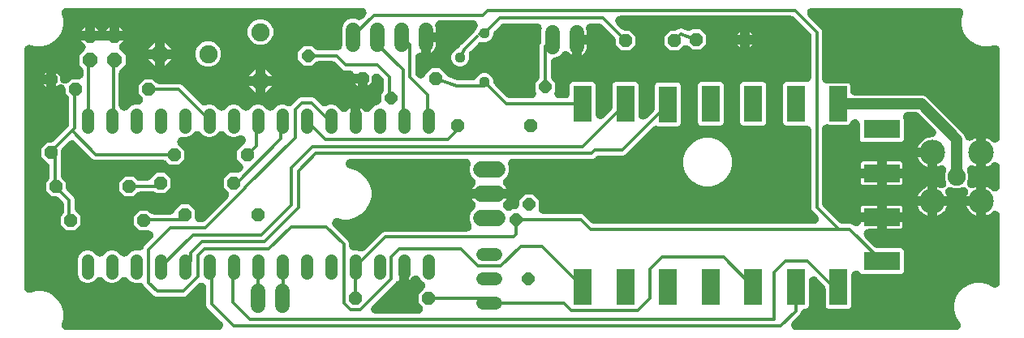
<source format=gbr>
G04 EAGLE Gerber RS-274X export*
G75*
%MOMM*%
%FSLAX34Y34*%
%LPD*%
%INBottom Copper*%
%IPPOS*%
%AMOC8*
5,1,8,0,0,1.08239X$1,22.5*%
G01*
%ADD10P,1.429621X8X22.500000*%
%ADD11C,1.905000*%
%ADD12P,2.061953X8X202.500000*%
%ADD13P,2.061953X8X292.500000*%
%ADD14C,1.524000*%
%ADD15C,1.676400*%
%ADD16P,1.649562X8X22.500000*%
%ADD17P,1.429621X8X202.500000*%
%ADD18P,1.429621X8X112.500000*%
%ADD19C,1.117600*%
%ADD20C,1.320800*%
%ADD21R,1.930400X3.810000*%
%ADD22R,3.810000X1.930400*%
%ADD23C,1.308000*%
%ADD24C,2.667000*%
%ADD25P,1.407107X8X22.500000*%
%ADD26C,0.355600*%
%ADD27C,1.210000*%

G36*
X361398Y91980D02*
X361398Y91980D01*
X361512Y91976D01*
X361716Y91994D01*
X361921Y92004D01*
X362033Y92024D01*
X362146Y92034D01*
X362346Y92078D01*
X362548Y92113D01*
X362657Y92147D01*
X362769Y92171D01*
X362961Y92240D01*
X363157Y92300D01*
X363262Y92347D01*
X363369Y92385D01*
X363551Y92477D01*
X363738Y92562D01*
X363836Y92621D01*
X363937Y92673D01*
X364107Y92787D01*
X364282Y92894D01*
X364371Y92965D01*
X364465Y93029D01*
X364613Y93159D01*
X364780Y93292D01*
X364867Y93382D01*
X364958Y93461D01*
X381390Y109893D01*
X383676Y112180D01*
X385730Y113031D01*
X471905Y113031D01*
X472101Y113043D01*
X472297Y113046D01*
X472419Y113063D01*
X472541Y113071D01*
X472734Y113107D01*
X472928Y113135D01*
X473046Y113167D01*
X473167Y113190D01*
X473353Y113250D01*
X473542Y113302D01*
X473656Y113349D01*
X473773Y113387D01*
X473950Y113470D01*
X474131Y113545D01*
X474238Y113605D01*
X474350Y113658D01*
X474515Y113763D01*
X474685Y113859D01*
X474784Y113933D01*
X474888Y113999D01*
X475039Y114123D01*
X475196Y114241D01*
X475284Y114326D01*
X475379Y114404D01*
X475513Y114547D01*
X475654Y114683D01*
X475731Y114779D01*
X475816Y114868D01*
X475931Y115027D01*
X476054Y115179D01*
X476118Y115284D01*
X476191Y115383D01*
X476285Y115555D01*
X476388Y115722D01*
X476439Y115834D01*
X476498Y115941D01*
X476571Y116123D01*
X476652Y116302D01*
X476688Y116419D01*
X476734Y116534D01*
X476783Y116723D01*
X476841Y116910D01*
X476862Y117031D01*
X476893Y117150D01*
X476918Y117345D01*
X476952Y117538D01*
X476958Y117660D01*
X476974Y117782D01*
X476974Y117979D01*
X476984Y118174D01*
X476975Y118296D01*
X476975Y118420D01*
X476951Y118614D01*
X476936Y118809D01*
X476912Y118930D01*
X476897Y119052D01*
X476848Y119242D01*
X476809Y119433D01*
X476770Y119547D01*
X476739Y119669D01*
X476661Y119868D01*
X476598Y120054D01*
X474725Y124575D01*
X474725Y129425D01*
X476582Y133907D01*
X479681Y137006D01*
X479784Y137123D01*
X479894Y137232D01*
X479994Y137362D01*
X480103Y137484D01*
X480190Y137612D01*
X480285Y137735D01*
X480369Y137876D01*
X480461Y138011D01*
X480531Y138149D01*
X480610Y138282D01*
X480676Y138433D01*
X480750Y138579D01*
X480803Y138724D01*
X480865Y138867D01*
X480911Y139024D01*
X480967Y139178D01*
X481000Y139329D01*
X481044Y139478D01*
X481070Y139640D01*
X481106Y139800D01*
X481121Y139954D01*
X481145Y140107D01*
X481151Y140271D01*
X481166Y140434D01*
X481162Y140589D01*
X481167Y140744D01*
X481152Y140907D01*
X481147Y141071D01*
X481123Y141224D01*
X481109Y141378D01*
X481073Y141539D01*
X481048Y141700D01*
X481005Y141849D01*
X480972Y142001D01*
X480917Y142155D01*
X480871Y142312D01*
X480810Y142455D01*
X480758Y142601D01*
X480684Y142747D01*
X480619Y142897D01*
X480540Y143031D01*
X480470Y143169D01*
X480378Y143305D01*
X480295Y143446D01*
X480201Y143569D01*
X480114Y143697D01*
X480009Y143817D01*
X479906Y143950D01*
X479787Y144070D01*
X479681Y144190D01*
X478587Y145284D01*
X477576Y146675D01*
X477247Y147321D01*
X495300Y147321D01*
X513353Y147321D01*
X513024Y146675D01*
X512013Y145284D01*
X510919Y144190D01*
X510816Y144073D01*
X510706Y143964D01*
X510606Y143835D01*
X510497Y143712D01*
X510410Y143584D01*
X510315Y143461D01*
X510231Y143320D01*
X510139Y143185D01*
X510069Y143047D01*
X509990Y142914D01*
X509924Y142763D01*
X509850Y142617D01*
X509797Y142471D01*
X509735Y142329D01*
X509689Y142172D01*
X509633Y142018D01*
X509600Y141867D01*
X509556Y141718D01*
X509530Y141556D01*
X509494Y141396D01*
X509479Y141242D01*
X509455Y141089D01*
X509449Y140925D01*
X509434Y140762D01*
X509438Y140607D01*
X509433Y140452D01*
X509448Y140289D01*
X509453Y140125D01*
X509477Y139972D01*
X509491Y139818D01*
X509527Y139658D01*
X509552Y139496D01*
X509595Y139347D01*
X509628Y139196D01*
X509683Y139041D01*
X509729Y138884D01*
X509790Y138741D01*
X509842Y138595D01*
X509916Y138449D01*
X509981Y138299D01*
X510060Y138165D01*
X510130Y138027D01*
X510221Y137891D01*
X510305Y137750D01*
X510400Y137627D01*
X510486Y137499D01*
X510591Y137379D01*
X510694Y137246D01*
X510814Y137126D01*
X510919Y137006D01*
X511835Y136090D01*
X511951Y135988D01*
X512061Y135878D01*
X512190Y135777D01*
X512313Y135669D01*
X512441Y135582D01*
X512563Y135486D01*
X512705Y135402D01*
X512840Y135310D01*
X512978Y135240D01*
X513111Y135161D01*
X513261Y135095D01*
X513408Y135021D01*
X513553Y134968D01*
X513695Y134906D01*
X513853Y134860D01*
X514007Y134805D01*
X514158Y134771D01*
X514307Y134727D01*
X514469Y134701D01*
X514629Y134665D01*
X514783Y134651D01*
X514936Y134626D01*
X515100Y134620D01*
X515263Y134605D01*
X515418Y134610D01*
X515573Y134604D01*
X515736Y134619D01*
X515900Y134624D01*
X516053Y134648D01*
X516207Y134663D01*
X516367Y134698D01*
X516529Y134723D01*
X516678Y134766D01*
X516829Y134800D01*
X516983Y134855D01*
X517141Y134900D01*
X517284Y134962D01*
X517429Y135014D01*
X517575Y135088D01*
X517726Y135153D01*
X517860Y135231D01*
X517998Y135301D01*
X518134Y135393D01*
X518275Y135476D01*
X518398Y135571D01*
X518526Y135657D01*
X518646Y135763D01*
X518779Y135866D01*
X518899Y135985D01*
X518962Y136041D01*
X521185Y136041D01*
X521340Y136050D01*
X521495Y136050D01*
X521657Y136070D01*
X521821Y136081D01*
X521973Y136110D01*
X522127Y136129D01*
X522286Y136169D01*
X522447Y136200D01*
X522594Y136248D01*
X522744Y136286D01*
X522897Y136346D01*
X523053Y136397D01*
X523193Y136462D01*
X523337Y136519D01*
X523481Y136598D01*
X523629Y136668D01*
X523760Y136750D01*
X523896Y136825D01*
X524029Y136921D01*
X524168Y137009D01*
X524287Y137107D01*
X524413Y137198D01*
X524532Y137310D01*
X524659Y137414D01*
X524765Y137527D01*
X524878Y137633D01*
X524983Y137759D01*
X525095Y137878D01*
X525187Y138004D01*
X525286Y138123D01*
X525374Y138261D01*
X525470Y138393D01*
X525545Y138529D01*
X525629Y138660D01*
X525699Y138808D01*
X525778Y138951D01*
X525835Y139095D01*
X525902Y139235D01*
X525953Y139391D01*
X526013Y139544D01*
X526052Y139694D01*
X526101Y139841D01*
X526132Y140002D01*
X526173Y140160D01*
X526192Y140314D01*
X526222Y140466D01*
X526232Y140625D01*
X526254Y140792D01*
X526254Y140961D01*
X526264Y141120D01*
X526264Y145899D01*
X532304Y151939D01*
X540846Y151939D01*
X546886Y145899D01*
X546886Y136398D01*
X546895Y136243D01*
X546895Y136088D01*
X546915Y135926D01*
X546926Y135762D01*
X546955Y135610D01*
X546974Y135456D01*
X547014Y135297D01*
X547045Y135136D01*
X547093Y134989D01*
X547131Y134839D01*
X547191Y134686D01*
X547242Y134530D01*
X547307Y134390D01*
X547364Y134246D01*
X547443Y134102D01*
X547513Y133954D01*
X547595Y133823D01*
X547670Y133687D01*
X547766Y133554D01*
X547854Y133415D01*
X547952Y133296D01*
X548043Y133170D01*
X548155Y133051D01*
X548259Y132924D01*
X548372Y132818D01*
X548478Y132705D01*
X548604Y132600D01*
X548723Y132488D01*
X548849Y132396D01*
X548968Y132297D01*
X549106Y132209D01*
X549238Y132113D01*
X549374Y132038D01*
X549505Y131954D01*
X549653Y131884D01*
X549796Y131805D01*
X549940Y131748D01*
X550080Y131681D01*
X550236Y131630D01*
X550389Y131570D01*
X550539Y131531D01*
X550686Y131482D01*
X550847Y131451D01*
X551005Y131410D01*
X551159Y131391D01*
X551311Y131361D01*
X551470Y131351D01*
X551637Y131329D01*
X551806Y131329D01*
X551965Y131319D01*
X591662Y131319D01*
X593716Y130468D01*
X596002Y128182D01*
X596002Y128181D01*
X601791Y122392D01*
X601846Y122344D01*
X601896Y122291D01*
X602085Y122133D01*
X602269Y121971D01*
X602329Y121930D01*
X602386Y121883D01*
X602593Y121751D01*
X602796Y121613D01*
X602861Y121580D01*
X602923Y121540D01*
X603145Y121435D01*
X603364Y121323D01*
X603432Y121299D01*
X603498Y121267D01*
X603732Y121191D01*
X603963Y121107D01*
X604034Y121091D01*
X604104Y121068D01*
X604345Y121022D01*
X604585Y120968D01*
X604657Y120961D01*
X604729Y120947D01*
X604960Y120932D01*
X605219Y120907D01*
X605302Y120910D01*
X605383Y120905D01*
X834035Y120905D01*
X834271Y120920D01*
X834508Y120927D01*
X834589Y120940D01*
X834671Y120945D01*
X834903Y120989D01*
X835138Y121026D01*
X835217Y121049D01*
X835297Y121064D01*
X835522Y121137D01*
X835750Y121203D01*
X835825Y121235D01*
X835903Y121261D01*
X836118Y121362D01*
X836335Y121455D01*
X836405Y121497D01*
X836480Y121532D01*
X836680Y121659D01*
X836884Y121779D01*
X836948Y121829D01*
X837018Y121873D01*
X837201Y122024D01*
X837388Y122168D01*
X837446Y122226D01*
X837509Y122278D01*
X837671Y122451D01*
X837839Y122618D01*
X837889Y122683D01*
X837946Y122742D01*
X838085Y122934D01*
X838230Y123121D01*
X838272Y123191D01*
X838321Y123257D01*
X838435Y123465D01*
X838556Y123668D01*
X838589Y123744D01*
X838628Y123815D01*
X838716Y124035D01*
X838810Y124253D01*
X838833Y124331D01*
X838864Y124408D01*
X838923Y124637D01*
X838989Y124864D01*
X839002Y124945D01*
X839023Y125024D01*
X839053Y125259D01*
X839091Y125493D01*
X839093Y125575D01*
X839104Y125656D01*
X839104Y125893D01*
X839112Y126130D01*
X839105Y126211D01*
X839105Y126294D01*
X839076Y126528D01*
X839054Y126764D01*
X839037Y126844D01*
X839026Y126926D01*
X838968Y127155D01*
X838917Y127386D01*
X838889Y127464D01*
X838869Y127543D01*
X838783Y127764D01*
X838703Y127987D01*
X838666Y128060D01*
X838636Y128136D01*
X838522Y128344D01*
X838416Y128555D01*
X838370Y128623D01*
X838330Y128695D01*
X838192Y128887D01*
X838059Y129083D01*
X838006Y129144D01*
X837957Y129212D01*
X837780Y129401D01*
X837627Y129576D01*
X834479Y132724D01*
X834478Y132724D01*
X832192Y135010D01*
X831341Y137064D01*
X831341Y218420D01*
X831332Y218574D01*
X831332Y218720D01*
X831332Y218730D01*
X831312Y218892D01*
X831301Y219056D01*
X831272Y219208D01*
X831253Y219362D01*
X831213Y219521D01*
X831182Y219682D01*
X831134Y219829D01*
X831096Y219979D01*
X831036Y220132D01*
X830985Y220288D01*
X830920Y220428D01*
X830863Y220572D01*
X830784Y220716D01*
X830714Y220864D01*
X830632Y220995D01*
X830557Y221131D01*
X830461Y221264D01*
X830373Y221403D01*
X830275Y221522D01*
X830184Y221648D01*
X830072Y221767D01*
X829968Y221894D01*
X829855Y222000D01*
X829749Y222113D01*
X829623Y222218D01*
X829504Y222330D01*
X829378Y222422D01*
X829259Y222521D01*
X829121Y222609D01*
X828989Y222705D01*
X828853Y222780D01*
X828722Y222864D01*
X828574Y222934D01*
X828431Y223013D01*
X828287Y223070D01*
X828147Y223137D01*
X827991Y223188D01*
X827838Y223248D01*
X827688Y223287D01*
X827541Y223336D01*
X827380Y223367D01*
X827222Y223408D01*
X827068Y223427D01*
X826916Y223457D01*
X826757Y223467D01*
X826590Y223489D01*
X826421Y223489D01*
X826262Y223499D01*
X804760Y223499D01*
X803359Y224079D01*
X802287Y225151D01*
X801707Y226552D01*
X801707Y266168D01*
X802287Y267569D01*
X803359Y268641D01*
X804760Y269221D01*
X826262Y269221D01*
X826417Y269230D01*
X826572Y269230D01*
X826734Y269250D01*
X826898Y269261D01*
X827050Y269290D01*
X827204Y269309D01*
X827363Y269349D01*
X827524Y269380D01*
X827671Y269428D01*
X827821Y269466D01*
X827974Y269526D01*
X828130Y269577D01*
X828270Y269642D01*
X828414Y269699D01*
X828558Y269778D01*
X828706Y269848D01*
X828837Y269930D01*
X828973Y270005D01*
X829106Y270101D01*
X829245Y270189D01*
X829364Y270287D01*
X829490Y270378D01*
X829609Y270490D01*
X829736Y270594D01*
X829842Y270707D01*
X829955Y270813D01*
X830060Y270939D01*
X830172Y271058D01*
X830264Y271184D01*
X830363Y271303D01*
X830451Y271441D01*
X830547Y271573D01*
X830622Y271709D01*
X830706Y271840D01*
X830776Y271988D01*
X830855Y272131D01*
X830912Y272275D01*
X830979Y272415D01*
X831030Y272571D01*
X831090Y272724D01*
X831129Y272874D01*
X831178Y273021D01*
X831209Y273182D01*
X831250Y273340D01*
X831269Y273494D01*
X831299Y273646D01*
X831309Y273805D01*
X831331Y273972D01*
X831331Y274141D01*
X831341Y274300D01*
X831341Y316891D01*
X831337Y316964D01*
X831339Y317037D01*
X831317Y317282D01*
X831301Y317527D01*
X831288Y317599D01*
X831281Y317671D01*
X831228Y317912D01*
X831182Y318153D01*
X831159Y318222D01*
X831144Y318294D01*
X831061Y318525D01*
X830985Y318759D01*
X830954Y318825D01*
X830930Y318894D01*
X830819Y319113D01*
X830714Y319336D01*
X830675Y319397D01*
X830642Y319462D01*
X830505Y319666D01*
X830373Y319874D01*
X830327Y319930D01*
X830286Y319991D01*
X830133Y320164D01*
X829968Y320365D01*
X829907Y320422D01*
X829854Y320483D01*
X813497Y336840D01*
X813442Y336888D01*
X813392Y336941D01*
X813203Y337099D01*
X813019Y337261D01*
X812959Y337302D01*
X812902Y337349D01*
X812695Y337481D01*
X812492Y337619D01*
X812427Y337652D01*
X812365Y337692D01*
X812143Y337797D01*
X811924Y337909D01*
X811856Y337933D01*
X811790Y337965D01*
X811556Y338041D01*
X811325Y338125D01*
X811254Y338141D01*
X811184Y338164D01*
X810943Y338210D01*
X810703Y338264D01*
X810631Y338271D01*
X810559Y338285D01*
X810328Y338300D01*
X810069Y338325D01*
X809986Y338322D01*
X809905Y338327D01*
X631799Y338327D01*
X631563Y338312D01*
X631326Y338305D01*
X631245Y338292D01*
X631163Y338287D01*
X630931Y338243D01*
X630696Y338206D01*
X630617Y338183D01*
X630537Y338168D01*
X630312Y338095D01*
X630084Y338029D01*
X630009Y337997D01*
X629931Y337971D01*
X629717Y337871D01*
X629499Y337777D01*
X629428Y337735D01*
X629354Y337700D01*
X629154Y337574D01*
X628950Y337453D01*
X628886Y337403D01*
X628816Y337359D01*
X628634Y337208D01*
X628446Y337064D01*
X628388Y337006D01*
X628325Y336954D01*
X628163Y336781D01*
X627995Y336614D01*
X627945Y336549D01*
X627888Y336490D01*
X627749Y336298D01*
X627604Y336111D01*
X627562Y336041D01*
X627513Y335975D01*
X627399Y335767D01*
X627278Y335564D01*
X627245Y335488D01*
X627206Y335417D01*
X627118Y335197D01*
X627024Y334979D01*
X627001Y334901D01*
X626970Y334824D01*
X626911Y334595D01*
X626845Y334368D01*
X626832Y334287D01*
X626811Y334208D01*
X626781Y333973D01*
X626743Y333739D01*
X626741Y333657D01*
X626730Y333576D01*
X626730Y333339D01*
X626722Y333102D01*
X626729Y333021D01*
X626729Y332938D01*
X626758Y332703D01*
X626780Y332468D01*
X626797Y332388D01*
X626808Y332306D01*
X626866Y332077D01*
X626917Y331846D01*
X626945Y331768D01*
X626965Y331689D01*
X627051Y331468D01*
X627131Y331245D01*
X627168Y331172D01*
X627198Y331096D01*
X627312Y330888D01*
X627418Y330677D01*
X627464Y330609D01*
X627504Y330537D01*
X627643Y330345D01*
X627775Y330149D01*
X627828Y330088D01*
X627877Y330020D01*
X628054Y329830D01*
X628207Y329656D01*
X633541Y324322D01*
X633596Y324274D01*
X633646Y324221D01*
X633835Y324064D01*
X634019Y323901D01*
X634080Y323860D01*
X634136Y323813D01*
X634343Y323681D01*
X634546Y323543D01*
X634611Y323510D01*
X634673Y323470D01*
X634895Y323365D01*
X635114Y323253D01*
X635182Y323229D01*
X635248Y323197D01*
X635482Y323121D01*
X635713Y323037D01*
X635784Y323021D01*
X635854Y322998D01*
X636095Y322952D01*
X636335Y322898D01*
X636407Y322891D01*
X636479Y322877D01*
X636710Y322862D01*
X636969Y322837D01*
X637052Y322840D01*
X637133Y322835D01*
X641854Y322835D01*
X647955Y316734D01*
X647955Y308106D01*
X641854Y302005D01*
X633226Y302005D01*
X627125Y308106D01*
X627125Y312827D01*
X627121Y312900D01*
X627123Y312973D01*
X627101Y313218D01*
X627085Y313463D01*
X627072Y313535D01*
X627065Y313607D01*
X627012Y313848D01*
X626966Y314089D01*
X626943Y314158D01*
X626928Y314230D01*
X626845Y314461D01*
X626769Y314695D01*
X626738Y314761D01*
X626714Y314830D01*
X626603Y315049D01*
X626498Y315272D01*
X626459Y315333D01*
X626426Y315398D01*
X626289Y315602D01*
X626157Y315810D01*
X626111Y315866D01*
X626070Y315927D01*
X625917Y316100D01*
X625752Y316301D01*
X625691Y316358D01*
X625638Y316419D01*
X613218Y328839D01*
X613163Y328887D01*
X613113Y328940D01*
X612924Y329098D01*
X612740Y329260D01*
X612680Y329301D01*
X612623Y329348D01*
X612416Y329480D01*
X612213Y329618D01*
X612148Y329651D01*
X612086Y329691D01*
X611864Y329796D01*
X611645Y329908D01*
X611577Y329932D01*
X611511Y329964D01*
X611277Y330040D01*
X611046Y330124D01*
X610975Y330140D01*
X610905Y330163D01*
X610664Y330209D01*
X610424Y330263D01*
X610352Y330270D01*
X610280Y330284D01*
X610049Y330299D01*
X609790Y330324D01*
X609707Y330321D01*
X609626Y330326D01*
X601325Y330326D01*
X601011Y330307D01*
X600696Y330287D01*
X600693Y330287D01*
X600689Y330286D01*
X600379Y330227D01*
X600070Y330169D01*
X600067Y330168D01*
X600063Y330167D01*
X599765Y330070D01*
X599464Y329973D01*
X599461Y329971D01*
X599457Y329970D01*
X599178Y329839D01*
X598887Y329703D01*
X598884Y329701D01*
X598881Y329699D01*
X598619Y329534D01*
X598348Y329362D01*
X598345Y329360D01*
X598342Y329358D01*
X598088Y329148D01*
X597856Y328957D01*
X597854Y328955D01*
X597851Y328953D01*
X597628Y328715D01*
X597419Y328494D01*
X597417Y328491D01*
X597415Y328489D01*
X597225Y328228D01*
X597043Y327979D01*
X597042Y327976D01*
X597040Y327974D01*
X596884Y327691D01*
X596735Y327422D01*
X596734Y327419D01*
X596732Y327416D01*
X596614Y327118D01*
X596499Y326830D01*
X596498Y326827D01*
X596497Y326823D01*
X596416Y326512D01*
X596339Y326214D01*
X596338Y326210D01*
X596337Y326207D01*
X596296Y325880D01*
X596257Y325582D01*
X596257Y325578D01*
X596256Y325575D01*
X596256Y325257D01*
X596255Y324945D01*
X596255Y324941D01*
X596255Y324937D01*
X596295Y324621D01*
X596333Y324312D01*
X596333Y324309D01*
X596334Y324305D01*
X596490Y323690D01*
X596741Y322110D01*
X596741Y318769D01*
X586580Y318769D01*
X586426Y318760D01*
X586271Y318760D01*
X586108Y318740D01*
X585944Y318729D01*
X585793Y318700D01*
X585639Y318681D01*
X585479Y318641D01*
X585319Y318610D01*
X585171Y318562D01*
X585021Y318524D01*
X584869Y318464D01*
X584713Y318414D01*
X584572Y318348D01*
X584428Y318291D01*
X584284Y318212D01*
X584136Y318143D01*
X584005Y318060D01*
X583869Y317985D01*
X583736Y317889D01*
X583598Y317801D01*
X583478Y317703D01*
X583353Y317612D01*
X583233Y317500D01*
X583107Y317396D01*
X583106Y317395D01*
X583000Y317282D01*
X582887Y317177D01*
X582782Y317051D01*
X582669Y316931D01*
X582578Y316806D01*
X582479Y316687D01*
X582391Y316549D01*
X582294Y316416D01*
X582220Y316281D01*
X582136Y316150D01*
X582066Y316002D01*
X581987Y315858D01*
X581930Y315714D01*
X581863Y315574D01*
X581812Y315418D01*
X581751Y315266D01*
X581713Y315116D01*
X581664Y314969D01*
X581633Y314808D01*
X581592Y314649D01*
X581572Y314496D01*
X581543Y314344D01*
X581533Y314185D01*
X581511Y314017D01*
X581511Y313849D01*
X581501Y313690D01*
X581501Y297254D01*
X581255Y297380D01*
X579961Y298320D01*
X578763Y299518D01*
X578622Y299700D01*
X578563Y299759D01*
X578510Y299824D01*
X578338Y299985D01*
X578172Y300151D01*
X578106Y300203D01*
X578045Y300260D01*
X577855Y300398D01*
X577669Y300543D01*
X577597Y300586D01*
X577530Y300635D01*
X577324Y300748D01*
X577122Y300868D01*
X577045Y300902D01*
X576972Y300942D01*
X576753Y301029D01*
X576538Y301123D01*
X576457Y301146D01*
X576380Y301177D01*
X576152Y301236D01*
X575926Y301302D01*
X575844Y301315D01*
X575763Y301336D01*
X575530Y301366D01*
X575297Y301403D01*
X575213Y301406D01*
X575131Y301416D01*
X574895Y301417D01*
X574660Y301425D01*
X574577Y301417D01*
X574493Y301417D01*
X574260Y301388D01*
X574026Y301366D01*
X573944Y301348D01*
X573861Y301338D01*
X573633Y301280D01*
X573404Y301229D01*
X573325Y301201D01*
X573244Y301181D01*
X573025Y301094D01*
X572804Y301015D01*
X572729Y300978D01*
X572651Y300947D01*
X572445Y300834D01*
X572235Y300728D01*
X572166Y300681D01*
X572092Y300641D01*
X571902Y300503D01*
X571707Y300372D01*
X571645Y300317D01*
X571576Y300267D01*
X571387Y300091D01*
X571215Y299939D01*
X567655Y296380D01*
X562914Y294416D01*
X562829Y294394D01*
X562676Y294334D01*
X562520Y294283D01*
X562380Y294218D01*
X562236Y294161D01*
X562092Y294082D01*
X561944Y294012D01*
X561813Y293930D01*
X561677Y293855D01*
X561544Y293759D01*
X561405Y293671D01*
X561286Y293573D01*
X561160Y293482D01*
X561041Y293370D01*
X560914Y293266D01*
X560808Y293153D01*
X560695Y293047D01*
X560590Y292921D01*
X560478Y292802D01*
X560386Y292676D01*
X560287Y292557D01*
X560199Y292419D01*
X560103Y292287D01*
X560028Y292151D01*
X559944Y292020D01*
X559874Y291872D01*
X559795Y291729D01*
X559738Y291585D01*
X559671Y291445D01*
X559620Y291289D01*
X559560Y291136D01*
X559521Y290986D01*
X559472Y290839D01*
X559441Y290678D01*
X559400Y290520D01*
X559381Y290366D01*
X559351Y290214D01*
X559341Y290055D01*
X559319Y289888D01*
X559319Y289719D01*
X559309Y289560D01*
X559309Y275257D01*
X559313Y275184D01*
X559311Y275111D01*
X559333Y274866D01*
X559349Y274621D01*
X559362Y274549D01*
X559369Y274476D01*
X559422Y274236D01*
X559468Y273995D01*
X559491Y273925D01*
X559506Y273854D01*
X559589Y273623D01*
X559665Y273389D01*
X559696Y273323D01*
X559720Y273254D01*
X559831Y273035D01*
X559936Y272812D01*
X559975Y272751D01*
X560008Y272686D01*
X560145Y272482D01*
X560277Y272274D01*
X560323Y272218D01*
X560364Y272157D01*
X560517Y271984D01*
X560682Y271783D01*
X560743Y271726D01*
X560796Y271665D01*
X564031Y268431D01*
X564031Y259688D01*
X564028Y259683D01*
X563982Y259615D01*
X563874Y259404D01*
X563760Y259197D01*
X563729Y259120D01*
X563692Y259047D01*
X563612Y258825D01*
X563524Y258604D01*
X563504Y258525D01*
X563476Y258448D01*
X563424Y258217D01*
X563365Y257988D01*
X563354Y257906D01*
X563337Y257826D01*
X563314Y257590D01*
X563284Y257356D01*
X563284Y257273D01*
X563276Y257192D01*
X563283Y256956D01*
X563283Y256718D01*
X563293Y256637D01*
X563295Y256555D01*
X563332Y256321D01*
X563361Y256086D01*
X563382Y256007D01*
X563394Y255926D01*
X563460Y255698D01*
X563519Y255469D01*
X563549Y255393D01*
X563571Y255314D01*
X563665Y255096D01*
X563752Y254876D01*
X563791Y254804D01*
X563824Y254729D01*
X563944Y254525D01*
X564058Y254317D01*
X564106Y254250D01*
X564147Y254180D01*
X564292Y253993D01*
X564431Y253800D01*
X564487Y253741D01*
X564537Y253676D01*
X564704Y253508D01*
X564866Y253335D01*
X564929Y253282D01*
X564987Y253224D01*
X565173Y253079D01*
X565355Y252927D01*
X565424Y252883D01*
X565489Y252833D01*
X565693Y252712D01*
X565892Y252584D01*
X565966Y252549D01*
X566037Y252507D01*
X566254Y252413D01*
X566468Y252311D01*
X566546Y252286D01*
X566621Y252253D01*
X566848Y252186D01*
X567073Y252112D01*
X567154Y252097D01*
X567233Y252074D01*
X567466Y252036D01*
X567699Y251991D01*
X567779Y251986D01*
X567862Y251973D01*
X568122Y251964D01*
X568353Y251949D01*
X574128Y251949D01*
X574283Y251958D01*
X574438Y251958D01*
X574600Y251978D01*
X574764Y251989D01*
X574916Y252018D01*
X575070Y252037D01*
X575229Y252077D01*
X575390Y252108D01*
X575537Y252156D01*
X575687Y252194D01*
X575840Y252254D01*
X575996Y252305D01*
X576136Y252370D01*
X576280Y252427D01*
X576424Y252506D01*
X576572Y252576D01*
X576703Y252658D01*
X576839Y252733D01*
X576972Y252829D01*
X577111Y252917D01*
X577230Y253015D01*
X577356Y253106D01*
X577475Y253218D01*
X577602Y253322D01*
X577708Y253435D01*
X577821Y253541D01*
X577926Y253667D01*
X578038Y253786D01*
X578130Y253912D01*
X578229Y254031D01*
X578317Y254169D01*
X578413Y254301D01*
X578488Y254437D01*
X578572Y254568D01*
X578642Y254716D01*
X578721Y254859D01*
X578778Y255003D01*
X578845Y255143D01*
X578896Y255299D01*
X578956Y255452D01*
X578995Y255602D01*
X579044Y255749D01*
X579075Y255910D01*
X579116Y256068D01*
X579135Y256222D01*
X579165Y256374D01*
X579175Y256533D01*
X579197Y256700D01*
X579197Y256869D01*
X579207Y257028D01*
X579207Y266168D01*
X579787Y267569D01*
X580859Y268641D01*
X582260Y269221D01*
X603080Y269221D01*
X604481Y268641D01*
X605553Y267569D01*
X606133Y266168D01*
X606133Y235489D01*
X606148Y235253D01*
X606155Y235016D01*
X606168Y234935D01*
X606173Y234853D01*
X606217Y234621D01*
X606254Y234386D01*
X606277Y234308D01*
X606292Y234227D01*
X606365Y234002D01*
X606431Y233774D01*
X606463Y233699D01*
X606489Y233621D01*
X606589Y233407D01*
X606683Y233189D01*
X606725Y233119D01*
X606760Y233044D01*
X606886Y232844D01*
X607007Y232640D01*
X607057Y232576D01*
X607101Y232506D01*
X607252Y232324D01*
X607396Y232136D01*
X607454Y232078D01*
X607506Y232015D01*
X607679Y231853D01*
X607846Y231685D01*
X607911Y231635D01*
X607970Y231578D01*
X608162Y231439D01*
X608349Y231294D01*
X608419Y231252D01*
X608485Y231203D01*
X608693Y231089D01*
X608896Y230968D01*
X608972Y230935D01*
X609043Y230896D01*
X609263Y230808D01*
X609481Y230714D01*
X609559Y230691D01*
X609636Y230660D01*
X609865Y230601D01*
X610092Y230535D01*
X610173Y230522D01*
X610252Y230501D01*
X610487Y230471D01*
X610721Y230433D01*
X610803Y230431D01*
X610884Y230420D01*
X611121Y230420D01*
X611358Y230412D01*
X611439Y230419D01*
X611522Y230419D01*
X611757Y230448D01*
X611992Y230470D01*
X612072Y230487D01*
X612154Y230498D01*
X612383Y230556D01*
X612614Y230607D01*
X612692Y230635D01*
X612771Y230655D01*
X612992Y230741D01*
X613215Y230821D01*
X613288Y230858D01*
X613364Y230888D01*
X613572Y231002D01*
X613783Y231108D01*
X613851Y231154D01*
X613923Y231194D01*
X614115Y231333D01*
X614311Y231465D01*
X614372Y231518D01*
X614440Y231567D01*
X614630Y231744D01*
X614804Y231897D01*
X622220Y239313D01*
X622268Y239368D01*
X622321Y239418D01*
X622478Y239606D01*
X622641Y239791D01*
X622682Y239852D01*
X622729Y239908D01*
X622861Y240115D01*
X622999Y240318D01*
X623032Y240383D01*
X623072Y240445D01*
X623177Y240667D01*
X623289Y240886D01*
X623313Y240954D01*
X623345Y241020D01*
X623422Y241254D01*
X623505Y241485D01*
X623521Y241556D01*
X623544Y241626D01*
X623590Y241867D01*
X623644Y242107D01*
X623651Y242179D01*
X623665Y242251D01*
X623680Y242482D01*
X623705Y242741D01*
X623702Y242824D01*
X623707Y242905D01*
X623707Y266168D01*
X624287Y267569D01*
X625359Y268641D01*
X626760Y269221D01*
X647580Y269221D01*
X648981Y268641D01*
X650053Y267569D01*
X650633Y266168D01*
X650633Y234989D01*
X650648Y234753D01*
X650655Y234516D01*
X650668Y234435D01*
X650673Y234353D01*
X650717Y234121D01*
X650754Y233886D01*
X650777Y233808D01*
X650792Y233727D01*
X650865Y233502D01*
X650931Y233274D01*
X650963Y233199D01*
X650989Y233121D01*
X651089Y232907D01*
X651183Y232689D01*
X651225Y232619D01*
X651260Y232544D01*
X651386Y232345D01*
X651507Y232140D01*
X651557Y232075D01*
X651601Y232006D01*
X651751Y231824D01*
X651896Y231636D01*
X651954Y231578D01*
X652006Y231515D01*
X652179Y231353D01*
X652346Y231185D01*
X652411Y231135D01*
X652470Y231078D01*
X652662Y230939D01*
X652849Y230794D01*
X652919Y230752D01*
X652985Y230703D01*
X653193Y230589D01*
X653396Y230468D01*
X653472Y230435D01*
X653543Y230396D01*
X653763Y230308D01*
X653981Y230214D01*
X654059Y230191D01*
X654136Y230160D01*
X654365Y230101D01*
X654592Y230035D01*
X654673Y230022D01*
X654752Y230001D01*
X654987Y229971D01*
X655221Y229933D01*
X655303Y229931D01*
X655384Y229920D01*
X655621Y229920D01*
X655858Y229912D01*
X655939Y229919D01*
X656022Y229919D01*
X656257Y229948D01*
X656492Y229970D01*
X656572Y229987D01*
X656654Y229998D01*
X656884Y230056D01*
X657114Y230107D01*
X657192Y230134D01*
X657271Y230155D01*
X657492Y230242D01*
X657715Y230321D01*
X657788Y230358D01*
X657864Y230388D01*
X658073Y230502D01*
X658283Y230608D01*
X658351Y230654D01*
X658423Y230694D01*
X658615Y230833D01*
X658811Y230965D01*
X658872Y231018D01*
X658940Y231067D01*
X659130Y231245D01*
X659304Y231397D01*
X666720Y238813D01*
X666768Y238868D01*
X666821Y238918D01*
X666979Y239107D01*
X667141Y239291D01*
X667182Y239351D01*
X667229Y239408D01*
X667361Y239615D01*
X667499Y239818D01*
X667532Y239883D01*
X667572Y239945D01*
X667677Y240167D01*
X667789Y240386D01*
X667813Y240454D01*
X667845Y240520D01*
X667921Y240754D01*
X668005Y240985D01*
X668021Y241056D01*
X668044Y241126D01*
X668090Y241367D01*
X668144Y241607D01*
X668151Y241679D01*
X668165Y241751D01*
X668180Y241982D01*
X668205Y242241D01*
X668202Y242324D01*
X668207Y242405D01*
X668207Y265668D01*
X668787Y267069D01*
X669859Y268141D01*
X671260Y268721D01*
X692080Y268721D01*
X693481Y268141D01*
X694553Y267069D01*
X695133Y265668D01*
X695133Y226052D01*
X694553Y224651D01*
X693481Y223579D01*
X692080Y222999D01*
X671260Y222999D01*
X671180Y223032D01*
X671072Y223069D01*
X670968Y223115D01*
X670771Y223172D01*
X670578Y223239D01*
X670466Y223262D01*
X670357Y223294D01*
X670154Y223326D01*
X669954Y223368D01*
X669840Y223377D01*
X669727Y223395D01*
X669523Y223402D01*
X669318Y223418D01*
X669205Y223413D01*
X669091Y223417D01*
X668887Y223398D01*
X668682Y223389D01*
X668570Y223369D01*
X668456Y223359D01*
X668256Y223315D01*
X668054Y223279D01*
X667945Y223246D01*
X667834Y223221D01*
X667641Y223153D01*
X667445Y223093D01*
X667341Y223046D01*
X667234Y223008D01*
X667051Y222915D01*
X666864Y222831D01*
X666767Y222771D01*
X666665Y222720D01*
X666496Y222606D01*
X666321Y222499D01*
X666232Y222427D01*
X666137Y222364D01*
X665989Y222234D01*
X665823Y222101D01*
X665735Y222011D01*
X665645Y221931D01*
X639282Y195569D01*
X636996Y193282D01*
X634942Y192431D01*
X610016Y192431D01*
X609943Y192427D01*
X609870Y192429D01*
X609625Y192407D01*
X609380Y192391D01*
X609309Y192378D01*
X609236Y192371D01*
X608996Y192318D01*
X608754Y192272D01*
X608685Y192249D01*
X608614Y192234D01*
X608382Y192151D01*
X608148Y192075D01*
X608082Y192044D01*
X608013Y192020D01*
X607794Y191909D01*
X607572Y191804D01*
X607510Y191765D01*
X607445Y191732D01*
X607241Y191595D01*
X607033Y191463D01*
X606977Y191417D01*
X606917Y191376D01*
X606743Y191223D01*
X606542Y191058D01*
X606485Y190997D01*
X606424Y190944D01*
X605307Y189826D01*
X603253Y188975D01*
X519852Y188975D01*
X519657Y188963D01*
X519461Y188960D01*
X519339Y188943D01*
X519216Y188935D01*
X519024Y188899D01*
X518830Y188871D01*
X518711Y188839D01*
X518590Y188816D01*
X518404Y188756D01*
X518215Y188704D01*
X518101Y188657D01*
X517984Y188619D01*
X517807Y188536D01*
X517626Y188461D01*
X517519Y188401D01*
X517408Y188348D01*
X517242Y188243D01*
X517072Y188147D01*
X516973Y188073D01*
X516869Y188007D01*
X516718Y187883D01*
X516562Y187765D01*
X516473Y187680D01*
X516378Y187602D01*
X516244Y187459D01*
X516103Y187323D01*
X516026Y187227D01*
X515942Y187138D01*
X515826Y186979D01*
X515703Y186827D01*
X515639Y186722D01*
X515567Y186623D01*
X515472Y186451D01*
X515369Y186284D01*
X515318Y186172D01*
X515259Y186065D01*
X515187Y185882D01*
X515106Y185704D01*
X515069Y185587D01*
X515024Y185472D01*
X514975Y185283D01*
X514916Y185096D01*
X514895Y184975D01*
X514864Y184856D01*
X514839Y184661D01*
X514805Y184468D01*
X514799Y184346D01*
X514783Y184224D01*
X514783Y184027D01*
X514773Y183832D01*
X514782Y183710D01*
X514782Y183586D01*
X514806Y183392D01*
X514821Y183197D01*
X514846Y183076D01*
X514861Y182954D01*
X514909Y182764D01*
X514948Y182572D01*
X514987Y182459D01*
X515018Y182337D01*
X515096Y182139D01*
X515159Y181952D01*
X515875Y180225D01*
X515875Y175375D01*
X514018Y170893D01*
X510919Y167794D01*
X510816Y167677D01*
X510707Y167568D01*
X510606Y167439D01*
X510497Y167316D01*
X510410Y167188D01*
X510315Y167065D01*
X510231Y166924D01*
X510139Y166789D01*
X510069Y166651D01*
X509990Y166518D01*
X509924Y166367D01*
X509850Y166221D01*
X509797Y166075D01*
X509735Y165933D01*
X509689Y165776D01*
X509634Y165622D01*
X509600Y165471D01*
X509556Y165322D01*
X509530Y165160D01*
X509494Y165000D01*
X509479Y164846D01*
X509455Y164693D01*
X509449Y164529D01*
X509434Y164366D01*
X509438Y164211D01*
X509433Y164056D01*
X509448Y163893D01*
X509453Y163729D01*
X509477Y163576D01*
X509491Y163422D01*
X509527Y163262D01*
X509552Y163100D01*
X509595Y162951D01*
X509628Y162800D01*
X509683Y162645D01*
X509729Y162488D01*
X509791Y162345D01*
X509842Y162199D01*
X509916Y162053D01*
X509981Y161903D01*
X510060Y161769D01*
X510130Y161631D01*
X510221Y161495D01*
X510305Y161354D01*
X510400Y161231D01*
X510486Y161103D01*
X510591Y160983D01*
X510695Y160850D01*
X510814Y160730D01*
X510919Y160610D01*
X512013Y159516D01*
X513024Y158125D01*
X513353Y157479D01*
X495300Y157479D01*
X477247Y157479D01*
X477576Y158125D01*
X478587Y159516D01*
X479681Y160610D01*
X479784Y160727D01*
X479894Y160836D01*
X479994Y160965D01*
X480103Y161088D01*
X480190Y161216D01*
X480285Y161339D01*
X480369Y161480D01*
X480461Y161615D01*
X480531Y161753D01*
X480610Y161886D01*
X480676Y162037D01*
X480750Y162183D01*
X480803Y162329D01*
X480865Y162471D01*
X480911Y162628D01*
X480967Y162782D01*
X481000Y162933D01*
X481044Y163082D01*
X481070Y163244D01*
X481106Y163404D01*
X481121Y163558D01*
X481145Y163711D01*
X481151Y163875D01*
X481166Y164038D01*
X481162Y164193D01*
X481167Y164348D01*
X481152Y164511D01*
X481147Y164675D01*
X481123Y164828D01*
X481109Y164982D01*
X481073Y165143D01*
X481048Y165304D01*
X481005Y165453D01*
X480972Y165604D01*
X480916Y165759D01*
X480871Y165916D01*
X480810Y166059D01*
X480758Y166205D01*
X480684Y166351D01*
X480619Y166501D01*
X480540Y166635D01*
X480470Y166773D01*
X480378Y166909D01*
X480295Y167050D01*
X480201Y167173D01*
X480114Y167301D01*
X480009Y167421D01*
X479906Y167554D01*
X479787Y167674D01*
X479681Y167794D01*
X476582Y170893D01*
X474725Y175375D01*
X474725Y180225D01*
X475441Y181952D01*
X475504Y182137D01*
X475576Y182320D01*
X475607Y182439D01*
X475647Y182555D01*
X475687Y182747D01*
X475736Y182936D01*
X475751Y183058D01*
X475776Y183179D01*
X475792Y183374D01*
X475817Y183568D01*
X475817Y183691D01*
X475827Y183814D01*
X475817Y184010D01*
X475818Y184206D01*
X475803Y184328D01*
X475797Y184450D01*
X475763Y184643D01*
X475739Y184838D01*
X475709Y184957D01*
X475688Y185078D01*
X475630Y185265D01*
X475582Y185455D01*
X475537Y185570D01*
X475501Y185687D01*
X475421Y185866D01*
X475349Y186048D01*
X475290Y186156D01*
X475239Y186268D01*
X475137Y186435D01*
X475043Y186607D01*
X474971Y186707D01*
X474907Y186812D01*
X474785Y186965D01*
X474670Y187124D01*
X474586Y187213D01*
X474509Y187310D01*
X474369Y187446D01*
X474235Y187589D01*
X474141Y187668D01*
X474052Y187754D01*
X473896Y187872D01*
X473745Y187997D01*
X473642Y188063D01*
X473543Y188137D01*
X473373Y188234D01*
X473208Y188340D01*
X473097Y188392D01*
X472990Y188453D01*
X472810Y188529D01*
X472633Y188613D01*
X472516Y188651D01*
X472402Y188698D01*
X472213Y188750D01*
X472027Y188812D01*
X471907Y188835D01*
X471788Y188868D01*
X471594Y188896D01*
X471402Y188933D01*
X471282Y188941D01*
X471157Y188959D01*
X470945Y188963D01*
X470748Y188975D01*
X350568Y188975D01*
X350278Y188957D01*
X349986Y188942D01*
X349959Y188937D01*
X349932Y188935D01*
X349646Y188881D01*
X349359Y188829D01*
X349333Y188821D01*
X349306Y188816D01*
X349029Y188726D01*
X348751Y188639D01*
X348726Y188628D01*
X348700Y188619D01*
X348436Y188495D01*
X348171Y188374D01*
X348148Y188360D01*
X348123Y188348D01*
X347877Y188192D01*
X347630Y188039D01*
X347608Y188022D01*
X347585Y188007D01*
X347360Y187822D01*
X347134Y187639D01*
X347115Y187619D01*
X347094Y187602D01*
X346894Y187389D01*
X346692Y187179D01*
X346676Y187157D01*
X346657Y187138D01*
X346486Y186902D01*
X346312Y186668D01*
X346298Y186645D01*
X346282Y186623D01*
X346142Y186368D01*
X345998Y186114D01*
X345988Y186089D01*
X345975Y186065D01*
X345867Y185793D01*
X345757Y185524D01*
X345749Y185498D01*
X345739Y185472D01*
X345667Y185192D01*
X345591Y184909D01*
X345587Y184882D01*
X345580Y184856D01*
X345543Y184564D01*
X345503Y184278D01*
X345503Y184251D01*
X345499Y184224D01*
X345498Y183931D01*
X345495Y183641D01*
X345498Y183614D01*
X345498Y183586D01*
X345534Y183296D01*
X345567Y183008D01*
X345573Y182982D01*
X345577Y182954D01*
X345648Y182672D01*
X345717Y182389D01*
X345727Y182363D01*
X345734Y182337D01*
X345840Y182066D01*
X345944Y181793D01*
X345957Y181769D01*
X345967Y181744D01*
X346107Y181488D01*
X346244Y181231D01*
X346259Y181209D01*
X346273Y181185D01*
X346444Y180948D01*
X346611Y180711D01*
X346630Y180691D01*
X346646Y180668D01*
X346844Y180456D01*
X347041Y180241D01*
X347062Y180223D01*
X347081Y180203D01*
X347304Y180017D01*
X347527Y179828D01*
X347550Y179813D01*
X347570Y179795D01*
X347816Y179639D01*
X348060Y179479D01*
X348084Y179467D01*
X348107Y179452D01*
X348372Y179327D01*
X348632Y179200D01*
X348658Y179191D01*
X348683Y179179D01*
X349026Y179067D01*
X349253Y178990D01*
X355734Y177253D01*
X361816Y173742D01*
X366782Y168776D01*
X370293Y162695D01*
X372111Y155911D01*
X372111Y148889D01*
X370293Y142105D01*
X366782Y136024D01*
X361816Y131058D01*
X355735Y127547D01*
X348951Y125729D01*
X341929Y125729D01*
X337666Y126871D01*
X337407Y126924D01*
X337150Y126981D01*
X337095Y126987D01*
X337042Y126997D01*
X336778Y127017D01*
X336515Y127042D01*
X336461Y127040D01*
X336406Y127044D01*
X336142Y127030D01*
X335879Y127022D01*
X335825Y127014D01*
X335770Y127011D01*
X335510Y126964D01*
X335249Y126923D01*
X335197Y126908D01*
X335143Y126899D01*
X334891Y126820D01*
X334637Y126746D01*
X334587Y126725D01*
X334535Y126708D01*
X334295Y126599D01*
X334052Y126494D01*
X334005Y126466D01*
X333955Y126444D01*
X333731Y126305D01*
X333503Y126171D01*
X333460Y126137D01*
X333413Y126108D01*
X333208Y125943D01*
X332999Y125781D01*
X332960Y125742D01*
X332918Y125708D01*
X332735Y125518D01*
X332548Y125331D01*
X332514Y125288D01*
X332476Y125249D01*
X332319Y125038D01*
X332156Y124829D01*
X332128Y124781D01*
X332096Y124738D01*
X331966Y124508D01*
X331831Y124281D01*
X331809Y124231D01*
X331782Y124183D01*
X331682Y123938D01*
X331576Y123697D01*
X331561Y123644D01*
X331540Y123594D01*
X331472Y123339D01*
X331397Y123085D01*
X331389Y123031D01*
X331374Y122978D01*
X331338Y122717D01*
X331296Y122456D01*
X331294Y122401D01*
X331287Y122347D01*
X331283Y122084D01*
X331274Y121819D01*
X331279Y121765D01*
X331279Y121710D01*
X331308Y121448D01*
X331333Y121185D01*
X331344Y121132D01*
X331350Y121077D01*
X331413Y120820D01*
X331470Y120563D01*
X331488Y120511D01*
X331501Y120458D01*
X331595Y120211D01*
X331684Y119963D01*
X331708Y119914D01*
X331728Y119863D01*
X331852Y119630D01*
X331971Y119394D01*
X332002Y119349D01*
X332027Y119300D01*
X332180Y119085D01*
X332327Y118866D01*
X332363Y118826D01*
X332395Y118780D01*
X332597Y118560D01*
X332760Y118374D01*
X348146Y102988D01*
X348997Y100934D01*
X348997Y98170D01*
X349006Y98015D01*
X349006Y97860D01*
X349026Y97698D01*
X349037Y97534D01*
X349066Y97382D01*
X349085Y97228D01*
X349125Y97069D01*
X349156Y96908D01*
X349204Y96761D01*
X349242Y96611D01*
X349302Y96458D01*
X349353Y96302D01*
X349418Y96162D01*
X349475Y96018D01*
X349554Y95874D01*
X349624Y95726D01*
X349706Y95595D01*
X349781Y95459D01*
X349877Y95326D01*
X349965Y95187D01*
X350063Y95068D01*
X350154Y94942D01*
X350266Y94823D01*
X350370Y94696D01*
X350483Y94590D01*
X350589Y94477D01*
X350715Y94372D01*
X350834Y94260D01*
X350960Y94168D01*
X351079Y94069D01*
X351217Y93981D01*
X351349Y93885D01*
X351485Y93810D01*
X351616Y93726D01*
X351764Y93656D01*
X351907Y93577D01*
X352051Y93520D01*
X352191Y93453D01*
X352347Y93402D01*
X352500Y93342D01*
X352650Y93303D01*
X352797Y93254D01*
X352958Y93223D01*
X353116Y93182D01*
X353270Y93163D01*
X353422Y93133D01*
X353581Y93123D01*
X353748Y93101D01*
X353917Y93101D01*
X354076Y93091D01*
X357659Y93091D01*
X359422Y92360D01*
X359530Y92323D01*
X359635Y92278D01*
X359831Y92220D01*
X360025Y92154D01*
X360137Y92131D01*
X360246Y92099D01*
X360448Y92066D01*
X360649Y92025D01*
X360763Y92016D01*
X360875Y91997D01*
X361080Y91990D01*
X361284Y91974D01*
X361398Y91980D01*
G37*
G36*
X212593Y10176D02*
X212593Y10176D01*
X212830Y10183D01*
X212911Y10196D01*
X212993Y10201D01*
X213225Y10245D01*
X213460Y10282D01*
X213538Y10305D01*
X213619Y10320D01*
X213844Y10393D01*
X214072Y10459D01*
X214147Y10491D01*
X214225Y10517D01*
X214439Y10617D01*
X214657Y10711D01*
X214727Y10753D01*
X214802Y10788D01*
X215002Y10914D01*
X215206Y11035D01*
X215270Y11085D01*
X215340Y11129D01*
X215522Y11280D01*
X215710Y11424D01*
X215768Y11482D01*
X215831Y11534D01*
X215993Y11707D01*
X216161Y11874D01*
X216211Y11939D01*
X216268Y11998D01*
X216407Y12190D01*
X216552Y12377D01*
X216594Y12447D01*
X216643Y12513D01*
X216757Y12721D01*
X216878Y12924D01*
X216911Y12999D01*
X216950Y13071D01*
X217038Y13292D01*
X217132Y13509D01*
X217155Y13587D01*
X217186Y13664D01*
X217245Y13893D01*
X217311Y14120D01*
X217324Y14201D01*
X217345Y14280D01*
X217375Y14515D01*
X217413Y14749D01*
X217415Y14831D01*
X217426Y14912D01*
X217426Y15149D01*
X217434Y15386D01*
X217427Y15467D01*
X217427Y15550D01*
X217398Y15785D01*
X217376Y16020D01*
X217358Y16100D01*
X217348Y16182D01*
X217290Y16412D01*
X217239Y16642D01*
X217211Y16720D01*
X217191Y16799D01*
X217104Y17020D01*
X217025Y17243D01*
X216988Y17316D01*
X216958Y17392D01*
X216844Y17601D01*
X216738Y17811D01*
X216692Y17879D01*
X216652Y17951D01*
X216513Y18143D01*
X216381Y18339D01*
X216328Y18400D01*
X216279Y18468D01*
X216101Y18658D01*
X215949Y18832D01*
X200748Y34032D01*
X199897Y36086D01*
X199897Y54440D01*
X199882Y54676D01*
X199875Y54913D01*
X199862Y54994D01*
X199857Y55075D01*
X199813Y55308D01*
X199776Y55542D01*
X199753Y55621D01*
X199738Y55701D01*
X199665Y55927D01*
X199599Y56154D01*
X199567Y56229D01*
X199541Y56307D01*
X199441Y56522D01*
X199347Y56739D01*
X199305Y56810D01*
X199270Y56884D01*
X199144Y57084D01*
X199023Y57288D01*
X198973Y57353D01*
X198929Y57422D01*
X198778Y57605D01*
X198634Y57792D01*
X198576Y57850D01*
X198524Y57913D01*
X198351Y58076D01*
X198184Y58243D01*
X198119Y58294D01*
X198060Y58350D01*
X197868Y58489D01*
X197681Y58635D01*
X197611Y58677D01*
X197545Y58725D01*
X197337Y58839D01*
X197134Y58960D01*
X197059Y58993D01*
X196987Y59033D01*
X196766Y59120D01*
X196549Y59215D01*
X196471Y59238D01*
X196394Y59268D01*
X196165Y59327D01*
X195938Y59394D01*
X195857Y59407D01*
X195778Y59427D01*
X195543Y59457D01*
X195309Y59495D01*
X195227Y59498D01*
X195146Y59508D01*
X194909Y59509D01*
X194672Y59517D01*
X194591Y59509D01*
X194508Y59509D01*
X194273Y59480D01*
X194038Y59459D01*
X193958Y59441D01*
X193876Y59431D01*
X193646Y59372D01*
X193416Y59321D01*
X193338Y59294D01*
X193259Y59274D01*
X193038Y59187D01*
X192815Y59107D01*
X192742Y59070D01*
X192666Y59040D01*
X192458Y58927D01*
X192247Y58820D01*
X192179Y58774D01*
X192107Y58735D01*
X191915Y58596D01*
X191719Y58464D01*
X191658Y58411D01*
X191590Y58362D01*
X191400Y58184D01*
X191226Y58031D01*
X181544Y48349D01*
X179257Y46062D01*
X177203Y45211D01*
X147478Y45211D01*
X145424Y46062D01*
X143138Y48348D01*
X143138Y48349D01*
X134944Y56542D01*
X134929Y56579D01*
X134849Y56721D01*
X134777Y56868D01*
X134691Y56998D01*
X134615Y57133D01*
X134517Y57264D01*
X134427Y57401D01*
X134326Y57519D01*
X134233Y57643D01*
X134120Y57761D01*
X134013Y57885D01*
X133898Y57990D01*
X133791Y58101D01*
X133663Y58204D01*
X133542Y58314D01*
X133415Y58404D01*
X133294Y58501D01*
X133155Y58587D01*
X133021Y58681D01*
X132884Y58754D01*
X132752Y58835D01*
X132603Y58903D01*
X132458Y58980D01*
X132313Y59035D01*
X132172Y59099D01*
X132016Y59147D01*
X131863Y59205D01*
X131712Y59242D01*
X131563Y59288D01*
X131403Y59316D01*
X131243Y59355D01*
X131089Y59372D01*
X130936Y59399D01*
X130773Y59407D01*
X130610Y59425D01*
X130455Y59423D01*
X130300Y59431D01*
X130136Y59419D01*
X129973Y59416D01*
X129819Y59395D01*
X129665Y59383D01*
X129504Y59350D01*
X129342Y59328D01*
X129275Y59309D01*
X124941Y59309D01*
X121137Y60885D01*
X117892Y64130D01*
X117775Y64233D01*
X117666Y64342D01*
X117537Y64443D01*
X117414Y64552D01*
X117286Y64639D01*
X117163Y64734D01*
X117022Y64818D01*
X116887Y64910D01*
X116749Y64980D01*
X116616Y65059D01*
X116465Y65125D01*
X116319Y65199D01*
X116173Y65252D01*
X116031Y65314D01*
X115874Y65360D01*
X115720Y65415D01*
X115569Y65449D01*
X115420Y65493D01*
X115258Y65519D01*
X115098Y65555D01*
X114944Y65570D01*
X114791Y65594D01*
X114627Y65600D01*
X114464Y65615D01*
X114309Y65611D01*
X114154Y65616D01*
X113991Y65601D01*
X113827Y65596D01*
X113674Y65572D01*
X113520Y65558D01*
X113360Y65522D01*
X113198Y65497D01*
X113049Y65454D01*
X112898Y65420D01*
X112743Y65366D01*
X112586Y65320D01*
X112443Y65258D01*
X112297Y65207D01*
X112151Y65133D01*
X112001Y65068D01*
X111867Y64989D01*
X111729Y64919D01*
X111593Y64827D01*
X111452Y64744D01*
X111329Y64649D01*
X111201Y64563D01*
X111081Y64457D01*
X110948Y64354D01*
X110828Y64236D01*
X110708Y64130D01*
X107463Y60885D01*
X103659Y59309D01*
X99541Y59309D01*
X95737Y60885D01*
X92492Y64130D01*
X92375Y64233D01*
X92266Y64342D01*
X92137Y64443D01*
X92014Y64552D01*
X91886Y64639D01*
X91763Y64734D01*
X91622Y64818D01*
X91487Y64910D01*
X91349Y64980D01*
X91216Y65059D01*
X91065Y65125D01*
X90919Y65199D01*
X90773Y65252D01*
X90631Y65314D01*
X90474Y65360D01*
X90320Y65415D01*
X90169Y65449D01*
X90020Y65493D01*
X89858Y65519D01*
X89698Y65555D01*
X89544Y65570D01*
X89391Y65594D01*
X89227Y65600D01*
X89064Y65615D01*
X88909Y65611D01*
X88754Y65616D01*
X88591Y65601D01*
X88427Y65596D01*
X88274Y65572D01*
X88120Y65558D01*
X87960Y65522D01*
X87798Y65497D01*
X87649Y65454D01*
X87498Y65420D01*
X87343Y65366D01*
X87186Y65320D01*
X87043Y65258D01*
X86897Y65207D01*
X86751Y65133D01*
X86601Y65068D01*
X86467Y64989D01*
X86329Y64919D01*
X86193Y64827D01*
X86052Y64744D01*
X85929Y64649D01*
X85801Y64563D01*
X85681Y64457D01*
X85548Y64354D01*
X85428Y64236D01*
X85308Y64130D01*
X82063Y60885D01*
X78259Y59309D01*
X74141Y59309D01*
X70337Y60885D01*
X67425Y63797D01*
X65849Y67601D01*
X65849Y84799D01*
X67425Y88603D01*
X70337Y91515D01*
X74141Y93091D01*
X78259Y93091D01*
X82063Y91515D01*
X85308Y88270D01*
X85425Y88167D01*
X85534Y88058D01*
X85663Y87957D01*
X85786Y87848D01*
X85914Y87761D01*
X86037Y87666D01*
X86178Y87582D01*
X86313Y87490D01*
X86451Y87420D01*
X86584Y87341D01*
X86735Y87275D01*
X86881Y87201D01*
X87026Y87148D01*
X87169Y87086D01*
X87326Y87040D01*
X87480Y86985D01*
X87631Y86951D01*
X87780Y86907D01*
X87942Y86881D01*
X88102Y86845D01*
X88256Y86830D01*
X88409Y86806D01*
X88573Y86800D01*
X88736Y86785D01*
X88891Y86789D01*
X89046Y86784D01*
X89209Y86799D01*
X89373Y86804D01*
X89526Y86828D01*
X89680Y86842D01*
X89840Y86878D01*
X90002Y86903D01*
X90151Y86946D01*
X90302Y86980D01*
X90457Y87034D01*
X90614Y87080D01*
X90757Y87142D01*
X90903Y87193D01*
X91049Y87267D01*
X91199Y87332D01*
X91333Y87411D01*
X91471Y87481D01*
X91607Y87573D01*
X91748Y87656D01*
X91871Y87751D01*
X91999Y87837D01*
X92119Y87942D01*
X92252Y88046D01*
X92372Y88165D01*
X92492Y88270D01*
X95737Y91515D01*
X99541Y93091D01*
X103659Y93091D01*
X107463Y91515D01*
X110708Y88270D01*
X110825Y88167D01*
X110934Y88058D01*
X111063Y87957D01*
X111186Y87848D01*
X111314Y87761D01*
X111437Y87666D01*
X111578Y87582D01*
X111713Y87490D01*
X111851Y87420D01*
X111984Y87341D01*
X112135Y87275D01*
X112281Y87201D01*
X112426Y87148D01*
X112569Y87086D01*
X112726Y87040D01*
X112880Y86985D01*
X113031Y86951D01*
X113180Y86907D01*
X113342Y86881D01*
X113502Y86845D01*
X113656Y86830D01*
X113809Y86806D01*
X113973Y86800D01*
X114136Y86785D01*
X114291Y86789D01*
X114446Y86784D01*
X114609Y86799D01*
X114773Y86804D01*
X114926Y86828D01*
X115080Y86842D01*
X115240Y86878D01*
X115402Y86903D01*
X115551Y86946D01*
X115702Y86980D01*
X115857Y87034D01*
X116014Y87080D01*
X116157Y87142D01*
X116303Y87193D01*
X116449Y87267D01*
X116599Y87332D01*
X116733Y87411D01*
X116871Y87481D01*
X117007Y87573D01*
X117148Y87656D01*
X117271Y87751D01*
X117399Y87837D01*
X117519Y87942D01*
X117652Y88046D01*
X117772Y88165D01*
X117892Y88270D01*
X121137Y91515D01*
X124941Y93091D01*
X129889Y93091D01*
X130002Y93098D01*
X130116Y93096D01*
X130320Y93118D01*
X130524Y93131D01*
X130636Y93152D01*
X130750Y93164D01*
X130949Y93212D01*
X131150Y93250D01*
X131259Y93285D01*
X131370Y93311D01*
X131562Y93383D01*
X131756Y93447D01*
X131860Y93495D01*
X131966Y93535D01*
X132147Y93630D01*
X132333Y93718D01*
X132429Y93779D01*
X132530Y93832D01*
X132698Y93949D01*
X132871Y94059D01*
X132959Y94131D01*
X133053Y94197D01*
X133204Y94334D01*
X133362Y94464D01*
X133441Y94547D01*
X133525Y94624D01*
X133658Y94779D01*
X133799Y94928D01*
X133866Y95021D01*
X133940Y95107D01*
X134053Y95278D01*
X134174Y95443D01*
X134229Y95543D01*
X134292Y95638D01*
X134379Y95815D01*
X134482Y96001D01*
X134528Y96118D01*
X134581Y96226D01*
X134962Y97146D01*
X143191Y105374D01*
X143347Y105552D01*
X143510Y105724D01*
X143558Y105791D01*
X143612Y105852D01*
X143745Y106048D01*
X143885Y106240D01*
X143924Y106311D01*
X143970Y106379D01*
X144078Y106590D01*
X144192Y106797D01*
X144223Y106874D01*
X144260Y106947D01*
X144340Y107169D01*
X144428Y107390D01*
X144448Y107469D01*
X144476Y107546D01*
X144528Y107777D01*
X144587Y108006D01*
X144597Y108088D01*
X144615Y108168D01*
X144638Y108403D01*
X144668Y108638D01*
X144668Y108721D01*
X144676Y108802D01*
X144669Y109038D01*
X144669Y109276D01*
X144659Y109357D01*
X144656Y109439D01*
X144620Y109673D01*
X144590Y109908D01*
X144570Y109987D01*
X144557Y110068D01*
X144492Y110296D01*
X144433Y110525D01*
X144403Y110601D01*
X144380Y110680D01*
X144287Y110897D01*
X144200Y111118D01*
X144161Y111190D01*
X144128Y111265D01*
X144008Y111469D01*
X143894Y111677D01*
X143846Y111744D01*
X143805Y111814D01*
X143660Y112002D01*
X143521Y112194D01*
X143465Y112254D01*
X143415Y112318D01*
X143248Y112486D01*
X143086Y112659D01*
X143023Y112712D01*
X142965Y112770D01*
X142779Y112915D01*
X142596Y113067D01*
X142527Y113111D01*
X142463Y113161D01*
X142259Y113282D01*
X142060Y113410D01*
X141985Y113445D01*
X141915Y113487D01*
X141698Y113581D01*
X141484Y113683D01*
X141406Y113708D01*
X141331Y113741D01*
X141103Y113808D01*
X140879Y113882D01*
X140798Y113897D01*
X140719Y113920D01*
X140486Y113958D01*
X140253Y114003D01*
X140173Y114008D01*
X140090Y114021D01*
X139830Y114030D01*
X139599Y114045D01*
X130306Y114045D01*
X124205Y120146D01*
X124205Y128774D01*
X130306Y134875D01*
X138934Y134875D01*
X141510Y132298D01*
X141565Y132250D01*
X141615Y132197D01*
X141804Y132039D01*
X141988Y131877D01*
X142048Y131836D01*
X142105Y131789D01*
X142312Y131657D01*
X142515Y131519D01*
X142580Y131486D01*
X142642Y131446D01*
X142864Y131341D01*
X143083Y131229D01*
X143151Y131205D01*
X143217Y131173D01*
X143451Y131097D01*
X143682Y131013D01*
X143753Y130997D01*
X143823Y130974D01*
X144064Y130928D01*
X144304Y130874D01*
X144376Y130867D01*
X144448Y130853D01*
X144679Y130838D01*
X144938Y130813D01*
X145021Y130816D01*
X145102Y130811D01*
X162306Y130811D01*
X162461Y130820D01*
X162616Y130820D01*
X162778Y130840D01*
X162942Y130851D01*
X163094Y130880D01*
X163248Y130899D01*
X163407Y130939D01*
X163568Y130970D01*
X163715Y131018D01*
X163865Y131056D01*
X164018Y131116D01*
X164174Y131167D01*
X164314Y131232D01*
X164458Y131289D01*
X164602Y131368D01*
X164750Y131438D01*
X164881Y131520D01*
X165017Y131595D01*
X165150Y131691D01*
X165289Y131779D01*
X165408Y131877D01*
X165534Y131968D01*
X165653Y132080D01*
X165780Y132184D01*
X165886Y132297D01*
X165999Y132403D01*
X166104Y132529D01*
X166216Y132648D01*
X166308Y132774D01*
X166407Y132893D01*
X166495Y133031D01*
X166591Y133163D01*
X166666Y133299D01*
X166750Y133430D01*
X166820Y133578D01*
X166899Y133721D01*
X166956Y133865D01*
X167023Y134005D01*
X167074Y134161D01*
X167134Y134314D01*
X167173Y134464D01*
X167222Y134611D01*
X167253Y134772D01*
X167294Y134930D01*
X167309Y135047D01*
X173486Y141225D01*
X182114Y141225D01*
X188215Y135124D01*
X188215Y127634D01*
X188224Y127479D01*
X188224Y127324D01*
X188244Y127162D01*
X188255Y126998D01*
X188284Y126846D01*
X188303Y126692D01*
X188343Y126533D01*
X188374Y126372D01*
X188422Y126225D01*
X188460Y126075D01*
X188520Y125922D01*
X188571Y125766D01*
X188636Y125626D01*
X188693Y125482D01*
X188772Y125338D01*
X188842Y125190D01*
X188924Y125059D01*
X188999Y124923D01*
X189095Y124790D01*
X189183Y124651D01*
X189281Y124532D01*
X189372Y124406D01*
X189484Y124287D01*
X189588Y124160D01*
X189701Y124054D01*
X189807Y123941D01*
X189933Y123836D01*
X190052Y123724D01*
X190178Y123632D01*
X190297Y123533D01*
X190435Y123445D01*
X190567Y123349D01*
X190703Y123274D01*
X190834Y123190D01*
X190982Y123120D01*
X191125Y123041D01*
X191269Y122984D01*
X191409Y122917D01*
X191565Y122866D01*
X191718Y122806D01*
X191868Y122767D01*
X192015Y122718D01*
X192176Y122687D01*
X192334Y122646D01*
X192488Y122627D01*
X192640Y122597D01*
X192799Y122587D01*
X192966Y122565D01*
X193135Y122565D01*
X193294Y122555D01*
X194559Y122555D01*
X194632Y122559D01*
X194705Y122557D01*
X194950Y122579D01*
X195195Y122595D01*
X195267Y122608D01*
X195340Y122615D01*
X195580Y122668D01*
X195821Y122714D01*
X195891Y122737D01*
X195962Y122752D01*
X196193Y122835D01*
X196427Y122911D01*
X196493Y122942D01*
X196562Y122966D01*
X196781Y123077D01*
X197004Y123182D01*
X197065Y123221D01*
X197130Y123254D01*
X197334Y123391D01*
X197542Y123523D01*
X197598Y123569D01*
X197659Y123610D01*
X197832Y123762D01*
X198033Y123928D01*
X198090Y123989D01*
X198151Y124042D01*
X222313Y148205D01*
X222416Y148321D01*
X222526Y148430D01*
X222627Y148560D01*
X222735Y148683D01*
X222822Y148811D01*
X222917Y148933D01*
X223001Y149074D01*
X223093Y149210D01*
X223163Y149348D01*
X223243Y149481D01*
X223308Y149631D01*
X223382Y149777D01*
X223435Y149923D01*
X223497Y150065D01*
X223543Y150222D01*
X223599Y150377D01*
X223632Y150528D01*
X223676Y150676D01*
X223702Y150838D01*
X223738Y150998D01*
X223753Y151153D01*
X223777Y151305D01*
X223783Y151469D01*
X223798Y151633D01*
X223794Y151787D01*
X223799Y151942D01*
X223784Y152106D01*
X223779Y152269D01*
X223755Y152422D01*
X223741Y152577D01*
X223705Y152737D01*
X223680Y152899D01*
X223637Y153048D01*
X223604Y153199D01*
X223549Y153353D01*
X223503Y153511D01*
X223442Y153653D01*
X223390Y153799D01*
X223316Y153945D01*
X223251Y154096D01*
X223172Y154230D01*
X223102Y154368D01*
X223011Y154503D01*
X222927Y154645D01*
X222832Y154768D01*
X222746Y154896D01*
X222641Y155015D01*
X222538Y155149D01*
X222419Y155268D01*
X222313Y155388D01*
X218185Y159516D01*
X218185Y168144D01*
X224286Y174245D01*
X232373Y174245D01*
X232445Y174249D01*
X232518Y174247D01*
X232763Y174269D01*
X233009Y174285D01*
X233080Y174298D01*
X233153Y174305D01*
X233393Y174358D01*
X233634Y174404D01*
X233704Y174426D01*
X233775Y174442D01*
X234006Y174525D01*
X234240Y174601D01*
X234307Y174632D01*
X234375Y174656D01*
X234595Y174767D01*
X234817Y174872D01*
X234879Y174911D01*
X234944Y174944D01*
X235148Y175081D01*
X235355Y175213D01*
X235411Y175259D01*
X235472Y175300D01*
X235646Y175453D01*
X235846Y175618D01*
X235904Y175679D01*
X235964Y175732D01*
X236965Y176733D01*
X237067Y176849D01*
X237177Y176959D01*
X237278Y177088D01*
X237386Y177211D01*
X237474Y177339D01*
X237569Y177461D01*
X237652Y177602D01*
X237745Y177738D01*
X237815Y177876D01*
X237894Y178009D01*
X237960Y178159D01*
X238034Y178305D01*
X238087Y178451D01*
X238149Y178593D01*
X238195Y178750D01*
X238250Y178905D01*
X238284Y179056D01*
X238328Y179205D01*
X238354Y179367D01*
X238390Y179527D01*
X238404Y179681D01*
X238429Y179834D01*
X238435Y179998D01*
X238450Y180161D01*
X238445Y180316D01*
X238451Y180471D01*
X238436Y180634D01*
X238431Y180798D01*
X238407Y180951D01*
X238392Y181105D01*
X238357Y181265D01*
X238332Y181427D01*
X238289Y181576D01*
X238255Y181727D01*
X238200Y181882D01*
X238155Y182039D01*
X238093Y182181D01*
X238041Y182327D01*
X237967Y182474D01*
X237902Y182624D01*
X237824Y182758D01*
X237754Y182896D01*
X237662Y183032D01*
X237579Y183173D01*
X237484Y183296D01*
X237398Y183424D01*
X237292Y183544D01*
X237189Y183677D01*
X237070Y183797D01*
X236965Y183916D01*
X232155Y188726D01*
X232155Y197354D01*
X239663Y204862D01*
X239847Y205071D01*
X240034Y205276D01*
X240058Y205309D01*
X240085Y205340D01*
X240241Y205570D01*
X240401Y205797D01*
X240420Y205833D01*
X240443Y205867D01*
X240569Y206115D01*
X240699Y206360D01*
X240714Y206398D01*
X240733Y206434D01*
X240827Y206696D01*
X240925Y206955D01*
X240935Y206995D01*
X240949Y207034D01*
X241009Y207304D01*
X241075Y207575D01*
X241079Y207615D01*
X241088Y207656D01*
X241114Y207931D01*
X241145Y208208D01*
X241145Y208249D01*
X241148Y208290D01*
X241140Y208567D01*
X241136Y208845D01*
X241130Y208886D01*
X241129Y208927D01*
X241086Y209201D01*
X241047Y209476D01*
X241036Y209515D01*
X241030Y209556D01*
X240953Y209823D01*
X240880Y210091D01*
X240865Y210129D01*
X240853Y210168D01*
X240743Y210423D01*
X240637Y210680D01*
X240617Y210715D01*
X240601Y210753D01*
X240460Y210993D01*
X240323Y211234D01*
X240298Y211267D01*
X240277Y211302D01*
X240107Y211522D01*
X239941Y211744D01*
X239913Y211774D01*
X239888Y211806D01*
X239692Y212002D01*
X239499Y212203D01*
X239467Y212228D01*
X239438Y212257D01*
X239220Y212427D01*
X239003Y212602D01*
X238968Y212624D01*
X238935Y212649D01*
X238696Y212791D01*
X238460Y212936D01*
X238423Y212953D01*
X238388Y212974D01*
X238133Y213085D01*
X237880Y213200D01*
X237841Y213212D01*
X237803Y213229D01*
X237537Y213307D01*
X237272Y213389D01*
X237231Y213396D01*
X237192Y213408D01*
X236917Y213452D01*
X236644Y213501D01*
X236604Y213503D01*
X236563Y213509D01*
X236285Y213519D01*
X236008Y213533D01*
X235967Y213529D01*
X235926Y213531D01*
X235650Y213505D01*
X235373Y213485D01*
X235332Y213476D01*
X235292Y213473D01*
X235021Y213413D01*
X234748Y213357D01*
X234710Y213344D01*
X234669Y213335D01*
X234366Y213227D01*
X234128Y213146D01*
X230659Y211709D01*
X226541Y211709D01*
X222737Y213285D01*
X219492Y216530D01*
X219375Y216633D01*
X219266Y216742D01*
X219137Y216843D01*
X219014Y216952D01*
X218886Y217039D01*
X218763Y217134D01*
X218622Y217218D01*
X218487Y217310D01*
X218349Y217380D01*
X218216Y217459D01*
X218065Y217525D01*
X217919Y217599D01*
X217774Y217652D01*
X217631Y217714D01*
X217474Y217760D01*
X217320Y217815D01*
X217169Y217849D01*
X217020Y217893D01*
X216858Y217919D01*
X216698Y217955D01*
X216544Y217970D01*
X216391Y217994D01*
X216227Y218000D01*
X216064Y218015D01*
X215909Y218011D01*
X215754Y218016D01*
X215591Y218001D01*
X215427Y217996D01*
X215274Y217972D01*
X215120Y217958D01*
X214960Y217922D01*
X214798Y217897D01*
X214649Y217854D01*
X214498Y217820D01*
X214343Y217766D01*
X214186Y217720D01*
X214043Y217658D01*
X213897Y217607D01*
X213751Y217533D01*
X213601Y217468D01*
X213467Y217389D01*
X213329Y217319D01*
X213193Y217227D01*
X213052Y217144D01*
X212929Y217049D01*
X212801Y216963D01*
X212681Y216858D01*
X212548Y216754D01*
X212428Y216635D01*
X212308Y216530D01*
X209063Y213285D01*
X205259Y211709D01*
X201141Y211709D01*
X197337Y213285D01*
X194092Y216530D01*
X193975Y216633D01*
X193866Y216742D01*
X193737Y216843D01*
X193614Y216952D01*
X193486Y217039D01*
X193363Y217134D01*
X193222Y217218D01*
X193087Y217310D01*
X192949Y217380D01*
X192816Y217459D01*
X192665Y217525D01*
X192519Y217599D01*
X192374Y217652D01*
X192231Y217714D01*
X192074Y217760D01*
X191920Y217815D01*
X191769Y217849D01*
X191620Y217893D01*
X191458Y217919D01*
X191298Y217955D01*
X191144Y217970D01*
X190991Y217994D01*
X190827Y218000D01*
X190664Y218015D01*
X190509Y218011D01*
X190354Y218016D01*
X190191Y218001D01*
X190027Y217996D01*
X189874Y217972D01*
X189720Y217958D01*
X189560Y217922D01*
X189398Y217897D01*
X189249Y217854D01*
X189098Y217820D01*
X188943Y217766D01*
X188786Y217720D01*
X188643Y217658D01*
X188497Y217607D01*
X188351Y217533D01*
X188201Y217468D01*
X188067Y217389D01*
X187929Y217319D01*
X187793Y217227D01*
X187652Y217144D01*
X187529Y217049D01*
X187401Y216963D01*
X187281Y216858D01*
X187148Y216754D01*
X187028Y216635D01*
X186908Y216530D01*
X183663Y213285D01*
X179859Y211709D01*
X175090Y211709D01*
X174828Y211734D01*
X174787Y211733D01*
X174746Y211736D01*
X174468Y211723D01*
X174191Y211715D01*
X174151Y211708D01*
X174109Y211706D01*
X173836Y211659D01*
X173562Y211616D01*
X173522Y211604D01*
X173482Y211597D01*
X173216Y211516D01*
X172950Y211439D01*
X172912Y211423D01*
X172873Y211410D01*
X172620Y211297D01*
X172365Y211187D01*
X172329Y211166D01*
X172292Y211149D01*
X172055Y211004D01*
X171816Y210863D01*
X171783Y210838D01*
X171748Y210816D01*
X171531Y210643D01*
X171312Y210473D01*
X171283Y210444D01*
X171250Y210419D01*
X171057Y210220D01*
X170860Y210024D01*
X170835Y209991D01*
X170806Y209962D01*
X170640Y209741D01*
X170469Y209521D01*
X170448Y209485D01*
X170423Y209453D01*
X170286Y209213D01*
X170143Y208973D01*
X170127Y208935D01*
X170107Y208900D01*
X170000Y208644D01*
X169889Y208389D01*
X169878Y208350D01*
X169862Y208312D01*
X169788Y208044D01*
X169710Y207778D01*
X169703Y207737D01*
X169692Y207697D01*
X169653Y207423D01*
X169609Y207149D01*
X169607Y207107D01*
X169601Y207067D01*
X169596Y206789D01*
X169587Y206512D01*
X169591Y206471D01*
X169590Y206430D01*
X169620Y206154D01*
X169645Y205877D01*
X169654Y205837D01*
X169658Y205796D01*
X169723Y205526D01*
X169782Y205255D01*
X169796Y205216D01*
X169806Y205176D01*
X169903Y204916D01*
X169996Y204655D01*
X170015Y204618D01*
X170029Y204580D01*
X170159Y204334D01*
X170284Y204086D01*
X170307Y204052D01*
X170326Y204016D01*
X170485Y203788D01*
X170640Y203558D01*
X170667Y203528D01*
X170691Y203494D01*
X170907Y203255D01*
X171073Y203066D01*
X176785Y197354D01*
X176785Y188726D01*
X170684Y182625D01*
X162027Y182625D01*
X161919Y182741D01*
X161766Y182916D01*
X158400Y186281D01*
X158345Y186329D01*
X158296Y186383D01*
X158107Y186540D01*
X157922Y186702D01*
X157862Y186744D01*
X157806Y186790D01*
X157599Y186922D01*
X157395Y187061D01*
X157331Y187094D01*
X157269Y187133D01*
X157047Y187239D01*
X156828Y187350D01*
X156759Y187375D01*
X156693Y187406D01*
X156460Y187483D01*
X156229Y187566D01*
X156157Y187582D01*
X156088Y187605D01*
X155847Y187652D01*
X155607Y187706D01*
X155534Y187713D01*
X155463Y187727D01*
X155231Y187741D01*
X154973Y187766D01*
X154889Y187764D01*
X154809Y187769D01*
X83597Y187769D01*
X81543Y188620D01*
X63440Y206723D01*
X63324Y206825D01*
X63215Y206935D01*
X63085Y207035D01*
X62962Y207144D01*
X62834Y207231D01*
X62712Y207326D01*
X62571Y207410D01*
X62436Y207502D01*
X62298Y207573D01*
X62164Y207652D01*
X62014Y207717D01*
X61868Y207792D01*
X61722Y207844D01*
X61580Y207906D01*
X61423Y207952D01*
X61269Y208008D01*
X61118Y208042D01*
X60969Y208085D01*
X60807Y208111D01*
X60647Y208147D01*
X60493Y208162D01*
X60340Y208186D01*
X60176Y208192D01*
X60013Y208208D01*
X59858Y208203D01*
X59703Y208208D01*
X59540Y208193D01*
X59376Y208188D01*
X59223Y208164D01*
X59068Y208150D01*
X58908Y208115D01*
X58746Y208089D01*
X58597Y208046D01*
X58446Y208013D01*
X58292Y207958D01*
X58134Y207912D01*
X57992Y207851D01*
X57846Y207799D01*
X57700Y207725D01*
X57549Y207660D01*
X57416Y207581D01*
X57278Y207511D01*
X57142Y207420D01*
X57000Y207336D01*
X56878Y207241D01*
X56749Y207155D01*
X56630Y207050D01*
X56496Y206947D01*
X56377Y206828D01*
X56257Y206723D01*
X50002Y200468D01*
X49954Y200413D01*
X49901Y200363D01*
X49743Y200174D01*
X49581Y199990D01*
X49540Y199930D01*
X49493Y199873D01*
X49361Y199666D01*
X49223Y199463D01*
X49190Y199398D01*
X49150Y199336D01*
X49045Y199114D01*
X48933Y198895D01*
X48909Y198827D01*
X48877Y198761D01*
X48801Y198527D01*
X48717Y198296D01*
X48701Y198225D01*
X48678Y198155D01*
X48632Y197914D01*
X48578Y197674D01*
X48571Y197602D01*
X48557Y197530D01*
X48542Y197299D01*
X48517Y197040D01*
X48520Y196957D01*
X48515Y196876D01*
X48515Y190916D01*
X48474Y190829D01*
X48362Y190610D01*
X48337Y190541D01*
X48306Y190475D01*
X48229Y190242D01*
X48146Y190011D01*
X48130Y189939D01*
X48107Y189870D01*
X48060Y189629D01*
X48006Y189389D01*
X47999Y189316D01*
X47985Y189245D01*
X47971Y189013D01*
X47946Y188755D01*
X47948Y188671D01*
X47943Y188591D01*
X47943Y172089D01*
X47948Y172016D01*
X47945Y171944D01*
X47968Y171699D01*
X47983Y171453D01*
X47997Y171382D01*
X48004Y171309D01*
X48056Y171069D01*
X48102Y170828D01*
X48125Y170758D01*
X48141Y170687D01*
X48223Y170456D01*
X48299Y170222D01*
X48330Y170155D01*
X48355Y170087D01*
X48465Y169868D01*
X48570Y169645D01*
X48609Y169583D01*
X48642Y169518D01*
X48779Y169315D01*
X48911Y169107D01*
X48958Y169050D01*
X48998Y168990D01*
X49151Y168816D01*
X49317Y168615D01*
X49378Y168558D01*
X49431Y168498D01*
X53595Y164334D01*
X53595Y158978D01*
X53599Y158905D01*
X53597Y158832D01*
X53619Y158587D01*
X53635Y158342D01*
X53648Y158270D01*
X53655Y158198D01*
X53708Y157957D01*
X53754Y157716D01*
X53776Y157647D01*
X53792Y157575D01*
X53875Y157344D01*
X53951Y157110D01*
X53982Y157044D01*
X54006Y156975D01*
X54117Y156756D01*
X54222Y156533D01*
X54261Y156472D01*
X54294Y156407D01*
X54431Y156203D01*
X54563Y155995D01*
X54609Y155939D01*
X54650Y155878D01*
X54803Y155705D01*
X54968Y155504D01*
X55029Y155447D01*
X55082Y155386D01*
X61824Y148644D01*
X62675Y146590D01*
X62675Y137037D01*
X62680Y136964D01*
X62677Y136891D01*
X62700Y136646D01*
X62715Y136401D01*
X62729Y136330D01*
X62736Y136257D01*
X62788Y136017D01*
X62834Y135776D01*
X62857Y135706D01*
X62873Y135635D01*
X62955Y135403D01*
X63031Y135169D01*
X63062Y135103D01*
X63087Y135035D01*
X63198Y134815D01*
X63302Y134593D01*
X63341Y134531D01*
X63374Y134466D01*
X63511Y134263D01*
X63643Y134055D01*
X63690Y133998D01*
X63730Y133938D01*
X63883Y133764D01*
X64049Y133563D01*
X64110Y133506D01*
X64163Y133446D01*
X68835Y128774D01*
X68835Y120146D01*
X62734Y114045D01*
X54106Y114045D01*
X48005Y120146D01*
X48005Y128774D01*
X50010Y130779D01*
X50058Y130833D01*
X50112Y130883D01*
X50269Y131072D01*
X50431Y131257D01*
X50473Y131317D01*
X50519Y131373D01*
X50651Y131580D01*
X50790Y131783D01*
X50823Y131849D01*
X50862Y131910D01*
X50968Y132132D01*
X51079Y132351D01*
X51104Y132419D01*
X51135Y132486D01*
X51212Y132720D01*
X51295Y132950D01*
X51311Y133022D01*
X51334Y133091D01*
X51381Y133332D01*
X51435Y133572D01*
X51442Y133645D01*
X51456Y133716D01*
X51470Y133948D01*
X51495Y134206D01*
X51493Y134290D01*
X51498Y134370D01*
X51498Y141060D01*
X51493Y141132D01*
X51496Y141205D01*
X51473Y141450D01*
X51458Y141696D01*
X51444Y141767D01*
X51437Y141840D01*
X51385Y142080D01*
X51339Y142321D01*
X51316Y142391D01*
X51300Y142462D01*
X51218Y142694D01*
X51142Y142927D01*
X51111Y142993D01*
X51086Y143062D01*
X50976Y143281D01*
X50871Y143504D01*
X50832Y143566D01*
X50799Y143631D01*
X50661Y143835D01*
X50530Y144042D01*
X50483Y144099D01*
X50443Y144159D01*
X50290Y144333D01*
X50124Y144533D01*
X50063Y144591D01*
X50010Y144651D01*
X46544Y148118D01*
X46489Y148166D01*
X46439Y148219D01*
X46250Y148376D01*
X46066Y148539D01*
X46006Y148580D01*
X45949Y148627D01*
X45743Y148759D01*
X45539Y148897D01*
X45474Y148930D01*
X45412Y148970D01*
X45190Y149075D01*
X44971Y149187D01*
X44903Y149211D01*
X44837Y149243D01*
X44603Y149320D01*
X44372Y149403D01*
X44301Y149419D01*
X44231Y149442D01*
X43990Y149488D01*
X43750Y149542D01*
X43678Y149549D01*
X43606Y149563D01*
X43375Y149578D01*
X43116Y149603D01*
X43033Y149600D01*
X42952Y149605D01*
X38866Y149605D01*
X32765Y155706D01*
X32765Y164334D01*
X35278Y166847D01*
X35326Y166901D01*
X35380Y166951D01*
X35537Y167140D01*
X35699Y167325D01*
X35740Y167385D01*
X35787Y167441D01*
X35920Y167648D01*
X36058Y167852D01*
X36091Y167916D01*
X36130Y167978D01*
X36235Y168200D01*
X36347Y168419D01*
X36372Y168488D01*
X36403Y168554D01*
X36480Y168787D01*
X36563Y169018D01*
X36579Y169090D01*
X36602Y169159D01*
X36649Y169400D01*
X36703Y169640D01*
X36710Y169713D01*
X36724Y169784D01*
X36738Y170016D01*
X36763Y170274D01*
X36761Y170358D01*
X36766Y170438D01*
X36766Y180086D01*
X36758Y180203D01*
X36759Y180232D01*
X36756Y180267D01*
X36756Y180396D01*
X36736Y180558D01*
X36726Y180722D01*
X36704Y180837D01*
X36701Y180866D01*
X36693Y180901D01*
X36678Y181028D01*
X36637Y181187D01*
X36607Y181348D01*
X36571Y181459D01*
X36564Y181488D01*
X36552Y181523D01*
X36521Y181645D01*
X36461Y181798D01*
X36410Y181954D01*
X36361Y182058D01*
X36350Y182089D01*
X36333Y182123D01*
X36287Y182238D01*
X36209Y182382D01*
X36139Y182530D01*
X36078Y182626D01*
X36063Y182657D01*
X36040Y182691D01*
X35982Y182797D01*
X35886Y182930D01*
X35798Y183069D01*
X35728Y183153D01*
X35706Y183185D01*
X35677Y183218D01*
X35608Y183314D01*
X35497Y183433D01*
X35392Y183560D01*
X35306Y183641D01*
X35274Y183678D01*
X35193Y183758D01*
X35174Y183779D01*
X35165Y183786D01*
X27685Y191266D01*
X27685Y199894D01*
X33786Y205995D01*
X37618Y205995D01*
X37691Y205999D01*
X37764Y205997D01*
X38009Y206019D01*
X38254Y206035D01*
X38326Y206048D01*
X38398Y206055D01*
X38639Y206108D01*
X38880Y206154D01*
X38949Y206177D01*
X39021Y206192D01*
X39252Y206275D01*
X39486Y206351D01*
X39552Y206382D01*
X39621Y206406D01*
X39840Y206517D01*
X40063Y206622D01*
X40124Y206661D01*
X40189Y206694D01*
X40393Y206831D01*
X40601Y206963D01*
X40657Y207009D01*
X40718Y207050D01*
X40891Y207203D01*
X41092Y207368D01*
X41149Y207429D01*
X41210Y207482D01*
X54396Y220669D01*
X55535Y221807D01*
X55583Y221862D01*
X55636Y221912D01*
X55793Y222101D01*
X55956Y222285D01*
X55997Y222345D01*
X56044Y222402D01*
X56176Y222609D01*
X56314Y222812D01*
X56347Y222877D01*
X56387Y222939D01*
X56492Y223161D01*
X56604Y223380D01*
X56628Y223448D01*
X56660Y223514D01*
X56736Y223748D01*
X56820Y223979D01*
X56836Y224050D01*
X56859Y224120D01*
X56905Y224361D01*
X56959Y224601D01*
X56966Y224673D01*
X56980Y224745D01*
X56995Y224976D01*
X57020Y225235D01*
X57017Y225318D01*
X57022Y225399D01*
X57022Y251265D01*
X57018Y251338D01*
X57020Y251411D01*
X56998Y251656D01*
X56982Y251901D01*
X56969Y251973D01*
X56962Y252046D01*
X56909Y252286D01*
X56863Y252527D01*
X56841Y252596D01*
X56825Y252668D01*
X56742Y252899D01*
X56666Y253133D01*
X56635Y253199D01*
X56611Y253268D01*
X56500Y253487D01*
X56395Y253710D01*
X56356Y253771D01*
X56323Y253836D01*
X56186Y254040D01*
X56054Y254248D01*
X56008Y254304D01*
X55967Y254365D01*
X55814Y254539D01*
X55649Y254739D01*
X55588Y254796D01*
X55535Y254857D01*
X53085Y257306D01*
X53085Y261570D01*
X53070Y261807D01*
X53063Y262043D01*
X53050Y262124D01*
X53045Y262206D01*
X53001Y262438D01*
X52964Y262673D01*
X52941Y262752D01*
X52926Y262832D01*
X52853Y263057D01*
X52787Y263285D01*
X52755Y263360D01*
X52729Y263438D01*
X52628Y263653D01*
X52535Y263870D01*
X52493Y263940D01*
X52458Y264015D01*
X52331Y264215D01*
X52211Y264419D01*
X52161Y264483D01*
X52117Y264553D01*
X51966Y264736D01*
X51822Y264923D01*
X51764Y264981D01*
X51712Y265044D01*
X51539Y265206D01*
X51372Y265374D01*
X51307Y265424D01*
X51248Y265481D01*
X51056Y265620D01*
X50869Y265766D01*
X50799Y265807D01*
X50733Y265856D01*
X50525Y265970D01*
X50322Y266091D01*
X50246Y266124D01*
X50175Y266163D01*
X49955Y266251D01*
X49737Y266345D01*
X49659Y266368D01*
X49582Y266399D01*
X49353Y266458D01*
X49126Y266525D01*
X49045Y266538D01*
X48966Y266558D01*
X48731Y266588D01*
X48497Y266626D01*
X48415Y266629D01*
X48334Y266639D01*
X48097Y266639D01*
X47860Y266647D01*
X47779Y266640D01*
X47696Y266640D01*
X47462Y266611D01*
X47226Y266589D01*
X47146Y266572D01*
X47064Y266561D01*
X46835Y266503D01*
X46604Y266452D01*
X46526Y266425D01*
X46447Y266404D01*
X46226Y266318D01*
X46003Y266238D01*
X45930Y266201D01*
X45854Y266171D01*
X45646Y266057D01*
X45435Y265951D01*
X45367Y265905D01*
X45295Y265865D01*
X45103Y265727D01*
X44907Y265594D01*
X44846Y265541D01*
X44778Y265492D01*
X44589Y265315D01*
X44414Y265162D01*
X43179Y263927D01*
X43179Y271780D01*
X43179Y279633D01*
X47245Y275568D01*
X47245Y272356D01*
X47260Y272120D01*
X47267Y271883D01*
X47280Y271802D01*
X47285Y271720D01*
X47329Y271488D01*
X47366Y271253D01*
X47389Y271174D01*
X47404Y271094D01*
X47477Y270869D01*
X47543Y270641D01*
X47575Y270566D01*
X47601Y270488D01*
X47701Y270274D01*
X47795Y270056D01*
X47837Y269985D01*
X47872Y269911D01*
X47998Y269711D01*
X48119Y269507D01*
X48169Y269443D01*
X48213Y269373D01*
X48364Y269190D01*
X48508Y269003D01*
X48566Y268945D01*
X48618Y268882D01*
X48791Y268720D01*
X48958Y268552D01*
X49023Y268501D01*
X49082Y268445D01*
X49274Y268306D01*
X49461Y268160D01*
X49531Y268119D01*
X49597Y268070D01*
X49805Y267956D01*
X50008Y267835D01*
X50084Y267802D01*
X50155Y267763D01*
X50375Y267675D01*
X50593Y267581D01*
X50671Y267558D01*
X50748Y267527D01*
X50977Y267468D01*
X51204Y267402D01*
X51285Y267388D01*
X51364Y267368D01*
X51599Y267338D01*
X51833Y267300D01*
X51915Y267297D01*
X51996Y267287D01*
X52233Y267287D01*
X52470Y267279D01*
X52551Y267286D01*
X52634Y267286D01*
X52869Y267315D01*
X53104Y267337D01*
X53184Y267354D01*
X53266Y267365D01*
X53495Y267423D01*
X53726Y267474D01*
X53804Y267501D01*
X53883Y267522D01*
X54104Y267608D01*
X54327Y267688D01*
X54400Y267725D01*
X54476Y267755D01*
X54684Y267869D01*
X54895Y267975D01*
X54963Y268021D01*
X55035Y268061D01*
X55227Y268199D01*
X55423Y268332D01*
X55484Y268385D01*
X55552Y268434D01*
X55741Y268611D01*
X55916Y268764D01*
X59186Y272035D01*
X66675Y272035D01*
X66830Y272044D01*
X66985Y272044D01*
X67147Y272064D01*
X67311Y272075D01*
X67463Y272104D01*
X67617Y272123D01*
X67776Y272163D01*
X67937Y272194D01*
X68084Y272242D01*
X68234Y272280D01*
X68387Y272340D01*
X68543Y272391D01*
X68683Y272456D01*
X68827Y272513D01*
X68971Y272592D01*
X69119Y272662D01*
X69250Y272744D01*
X69386Y272819D01*
X69519Y272915D01*
X69658Y273003D01*
X69777Y273101D01*
X69903Y273192D01*
X70022Y273304D01*
X70149Y273408D01*
X70255Y273521D01*
X70368Y273627D01*
X70473Y273753D01*
X70585Y273872D01*
X70677Y273998D01*
X70776Y274117D01*
X70864Y274255D01*
X70960Y274387D01*
X71035Y274523D01*
X71119Y274654D01*
X71189Y274802D01*
X71268Y274945D01*
X71325Y275089D01*
X71392Y275229D01*
X71443Y275385D01*
X71503Y275538D01*
X71542Y275688D01*
X71591Y275835D01*
X71622Y275996D01*
X71663Y276154D01*
X71682Y276308D01*
X71712Y276460D01*
X71722Y276619D01*
X71744Y276786D01*
X71744Y276955D01*
X71754Y277114D01*
X71754Y280816D01*
X71750Y280889D01*
X71752Y280962D01*
X71730Y281207D01*
X71714Y281452D01*
X71701Y281524D01*
X71694Y281597D01*
X71641Y281837D01*
X71595Y282078D01*
X71572Y282148D01*
X71557Y282219D01*
X71474Y282450D01*
X71398Y282684D01*
X71367Y282750D01*
X71343Y282819D01*
X71232Y283038D01*
X71127Y283261D01*
X71088Y283322D01*
X71055Y283388D01*
X70918Y283591D01*
X70786Y283799D01*
X70740Y283855D01*
X70699Y283916D01*
X70546Y284089D01*
X70381Y284290D01*
X70320Y284348D01*
X70267Y284408D01*
X67309Y287365D01*
X67309Y296835D01*
X72581Y302106D01*
X72683Y302223D01*
X72793Y302332D01*
X72894Y302462D01*
X73002Y302584D01*
X73089Y302712D01*
X73185Y302835D01*
X73268Y302976D01*
X73361Y303111D01*
X73431Y303249D01*
X73510Y303382D01*
X73576Y303533D01*
X73650Y303679D01*
X73702Y303824D01*
X73764Y303967D01*
X73811Y304124D01*
X73866Y304278D01*
X73900Y304429D01*
X73944Y304578D01*
X73970Y304740D01*
X74006Y304900D01*
X74020Y305054D01*
X74045Y305207D01*
X74050Y305371D01*
X74066Y305534D01*
X74061Y305689D01*
X74067Y305844D01*
X74052Y306007D01*
X74047Y306171D01*
X74023Y306324D01*
X74008Y306478D01*
X73973Y306638D01*
X73948Y306800D01*
X73905Y306949D01*
X73871Y307100D01*
X73816Y307255D01*
X73771Y307412D01*
X73709Y307555D01*
X73657Y307701D01*
X73583Y307847D01*
X73518Y307997D01*
X73440Y308131D01*
X73370Y308269D01*
X73278Y308405D01*
X73195Y308546D01*
X73100Y308669D01*
X73013Y308797D01*
X72908Y308917D01*
X72805Y309050D01*
X72686Y309170D01*
X72581Y309290D01*
X69450Y312421D01*
X78740Y312421D01*
X104140Y312421D01*
X113430Y312421D01*
X110299Y309290D01*
X110197Y309173D01*
X110087Y309064D01*
X109986Y308935D01*
X109878Y308812D01*
X109791Y308684D01*
X109695Y308561D01*
X109612Y308420D01*
X109519Y308285D01*
X109449Y308147D01*
X109370Y308014D01*
X109304Y307863D01*
X109230Y307717D01*
X109177Y307572D01*
X109116Y307429D01*
X109069Y307272D01*
X109014Y307118D01*
X108980Y306967D01*
X108936Y306818D01*
X108910Y306656D01*
X108874Y306496D01*
X108860Y306342D01*
X108835Y306189D01*
X108830Y306025D01*
X108814Y305862D01*
X108819Y305707D01*
X108813Y305552D01*
X108828Y305389D01*
X108833Y305225D01*
X108857Y305072D01*
X108872Y304918D01*
X108907Y304758D01*
X108932Y304596D01*
X108975Y304447D01*
X109009Y304296D01*
X109064Y304141D01*
X109109Y303984D01*
X109171Y303841D01*
X109223Y303695D01*
X109297Y303549D01*
X109362Y303399D01*
X109440Y303265D01*
X109510Y303127D01*
X109602Y302991D01*
X109685Y302850D01*
X109780Y302727D01*
X109867Y302599D01*
X109972Y302479D01*
X110075Y302346D01*
X110194Y302226D01*
X110299Y302106D01*
X115571Y296835D01*
X115571Y287365D01*
X110200Y281995D01*
X110152Y281940D01*
X110099Y281890D01*
X109941Y281701D01*
X109779Y281517D01*
X109738Y281457D01*
X109691Y281401D01*
X109559Y281193D01*
X109421Y280990D01*
X109388Y280925D01*
X109348Y280864D01*
X109243Y280642D01*
X109131Y280423D01*
X109107Y280354D01*
X109075Y280288D01*
X108999Y280054D01*
X108915Y279823D01*
X108899Y279752D01*
X108876Y279683D01*
X108830Y279441D01*
X108776Y279202D01*
X108769Y279129D01*
X108755Y279057D01*
X108740Y278826D01*
X108715Y278567D01*
X108718Y278484D01*
X108713Y278403D01*
X108713Y244769D01*
X108717Y244697D01*
X108715Y244624D01*
X108737Y244379D01*
X108753Y244133D01*
X108766Y244062D01*
X108773Y243989D01*
X108826Y243749D01*
X108872Y243508D01*
X108894Y243438D01*
X108910Y243367D01*
X108993Y243136D01*
X109069Y242902D01*
X109100Y242836D01*
X109124Y242767D01*
X109235Y242547D01*
X109340Y242325D01*
X109379Y242263D01*
X109412Y242198D01*
X109549Y241994D01*
X109681Y241787D01*
X109727Y241730D01*
X109768Y241670D01*
X109921Y241496D01*
X110086Y241296D01*
X110147Y241238D01*
X110200Y241178D01*
X110708Y240670D01*
X110825Y240567D01*
X110934Y240458D01*
X111063Y240357D01*
X111186Y240248D01*
X111314Y240161D01*
X111437Y240066D01*
X111578Y239982D01*
X111713Y239890D01*
X111851Y239820D01*
X111984Y239741D01*
X112135Y239675D01*
X112281Y239601D01*
X112427Y239548D01*
X112569Y239486D01*
X112726Y239440D01*
X112880Y239385D01*
X113031Y239351D01*
X113180Y239307D01*
X113342Y239281D01*
X113502Y239245D01*
X113656Y239230D01*
X113809Y239206D01*
X113973Y239200D01*
X114136Y239185D01*
X114291Y239189D01*
X114446Y239184D01*
X114609Y239199D01*
X114773Y239204D01*
X114926Y239228D01*
X115080Y239242D01*
X115240Y239278D01*
X115402Y239303D01*
X115551Y239346D01*
X115702Y239380D01*
X115857Y239435D01*
X116014Y239480D01*
X116157Y239541D01*
X116303Y239593D01*
X116449Y239667D01*
X116599Y239732D01*
X116733Y239811D01*
X116871Y239881D01*
X117007Y239973D01*
X117148Y240056D01*
X117271Y240151D01*
X117399Y240237D01*
X117519Y240342D01*
X117652Y240445D01*
X117772Y240565D01*
X117892Y240670D01*
X121137Y243915D01*
X124941Y245491D01*
X128838Y245491D01*
X129074Y245506D01*
X129311Y245513D01*
X129392Y245526D01*
X129474Y245531D01*
X129706Y245575D01*
X129941Y245612D01*
X130020Y245635D01*
X130100Y245650D01*
X130325Y245723D01*
X130553Y245789D01*
X130628Y245821D01*
X130706Y245847D01*
X130920Y245947D01*
X131138Y246041D01*
X131209Y246083D01*
X131283Y246118D01*
X131483Y246244D01*
X131687Y246365D01*
X131751Y246415D01*
X131821Y246459D01*
X132004Y246610D01*
X132191Y246754D01*
X132249Y246812D01*
X132312Y246864D01*
X132474Y247037D01*
X132642Y247204D01*
X132693Y247269D01*
X132749Y247328D01*
X132888Y247520D01*
X133034Y247707D01*
X133075Y247777D01*
X133124Y247843D01*
X133238Y248051D01*
X133359Y248254D01*
X133392Y248330D01*
X133431Y248401D01*
X133519Y248621D01*
X133613Y248839D01*
X133636Y248917D01*
X133667Y248994D01*
X133726Y249223D01*
X133792Y249450D01*
X133806Y249531D01*
X133826Y249610D01*
X133856Y249845D01*
X133894Y250079D01*
X133897Y250161D01*
X133907Y250242D01*
X133907Y250479D01*
X133915Y250716D01*
X133908Y250797D01*
X133908Y250880D01*
X133879Y251114D01*
X133857Y251350D01*
X133840Y251430D01*
X133829Y251512D01*
X133771Y251741D01*
X133720Y251972D01*
X133693Y252050D01*
X133672Y252129D01*
X133586Y252350D01*
X133506Y252573D01*
X133469Y252646D01*
X133439Y252722D01*
X133325Y252930D01*
X133219Y253141D01*
X133173Y253209D01*
X133133Y253281D01*
X132995Y253473D01*
X132862Y253669D01*
X132809Y253730D01*
X132760Y253798D01*
X132583Y253987D01*
X132430Y254162D01*
X129285Y257306D01*
X129285Y265934D01*
X135386Y272035D01*
X144014Y272035D01*
X147479Y268569D01*
X147534Y268521D01*
X147584Y268468D01*
X147773Y268310D01*
X147957Y268148D01*
X148017Y268107D01*
X148074Y268060D01*
X148281Y267928D01*
X148484Y267790D01*
X148549Y267757D01*
X148611Y267717D01*
X148833Y267612D01*
X149052Y267500D01*
X149120Y267476D01*
X149186Y267444D01*
X149420Y267368D01*
X149651Y267284D01*
X149722Y267268D01*
X149792Y267245D01*
X150033Y267199D01*
X150273Y267145D01*
X150345Y267138D01*
X150417Y267124D01*
X150648Y267109D01*
X150907Y267084D01*
X150990Y267087D01*
X151071Y267082D01*
X172371Y267082D01*
X174425Y266231D01*
X194516Y246140D01*
X194601Y246065D01*
X194680Y245983D01*
X194840Y245854D01*
X194994Y245719D01*
X195088Y245655D01*
X195177Y245583D01*
X195351Y245476D01*
X195521Y245361D01*
X195622Y245309D01*
X195719Y245249D01*
X195906Y245164D01*
X196088Y245071D01*
X196195Y245033D01*
X196299Y244985D01*
X196495Y244925D01*
X196688Y244855D01*
X196799Y244830D01*
X196908Y244796D01*
X197109Y244761D01*
X197309Y244716D01*
X197423Y244705D01*
X197535Y244685D01*
X197740Y244675D01*
X197944Y244655D01*
X198057Y244659D01*
X198171Y244653D01*
X198376Y244668D01*
X198580Y244675D01*
X198693Y244692D01*
X198807Y244701D01*
X199007Y244742D01*
X199210Y244774D01*
X199319Y244805D01*
X199431Y244828D01*
X199617Y244892D01*
X199822Y244951D01*
X199937Y245001D01*
X200051Y245039D01*
X201141Y245491D01*
X205259Y245491D01*
X209063Y243915D01*
X212308Y240670D01*
X212425Y240567D01*
X212534Y240458D01*
X212663Y240357D01*
X212786Y240248D01*
X212914Y240161D01*
X213037Y240066D01*
X213178Y239982D01*
X213313Y239890D01*
X213451Y239820D01*
X213584Y239741D01*
X213735Y239675D01*
X213881Y239601D01*
X214027Y239548D01*
X214169Y239486D01*
X214326Y239440D01*
X214480Y239385D01*
X214631Y239351D01*
X214780Y239307D01*
X214942Y239281D01*
X215102Y239245D01*
X215256Y239230D01*
X215409Y239206D01*
X215573Y239200D01*
X215736Y239185D01*
X215891Y239189D01*
X216046Y239184D01*
X216209Y239199D01*
X216373Y239204D01*
X216526Y239228D01*
X216680Y239242D01*
X216840Y239278D01*
X217002Y239303D01*
X217151Y239346D01*
X217302Y239380D01*
X217457Y239434D01*
X217614Y239480D01*
X217757Y239542D01*
X217903Y239593D01*
X218049Y239667D01*
X218199Y239732D01*
X218333Y239811D01*
X218471Y239881D01*
X218607Y239973D01*
X218748Y240056D01*
X218871Y240151D01*
X218999Y240237D01*
X219119Y240343D01*
X219252Y240446D01*
X219372Y240564D01*
X219492Y240670D01*
X222737Y243915D01*
X226541Y245491D01*
X230659Y245491D01*
X234463Y243915D01*
X237708Y240670D01*
X237825Y240567D01*
X237934Y240458D01*
X238063Y240357D01*
X238186Y240248D01*
X238314Y240161D01*
X238437Y240066D01*
X238578Y239982D01*
X238713Y239890D01*
X238851Y239820D01*
X238984Y239741D01*
X239135Y239675D01*
X239281Y239601D01*
X239427Y239548D01*
X239569Y239486D01*
X239726Y239440D01*
X239880Y239385D01*
X240031Y239351D01*
X240180Y239307D01*
X240342Y239281D01*
X240502Y239245D01*
X240656Y239230D01*
X240809Y239206D01*
X240973Y239200D01*
X241136Y239185D01*
X241291Y239189D01*
X241446Y239184D01*
X241609Y239199D01*
X241773Y239204D01*
X241926Y239228D01*
X242080Y239242D01*
X242240Y239278D01*
X242402Y239303D01*
X242551Y239346D01*
X242702Y239380D01*
X242857Y239434D01*
X243014Y239480D01*
X243157Y239542D01*
X243303Y239593D01*
X243449Y239667D01*
X243599Y239732D01*
X243733Y239811D01*
X243871Y239881D01*
X244007Y239973D01*
X244148Y240056D01*
X244271Y240151D01*
X244399Y240237D01*
X244519Y240343D01*
X244652Y240446D01*
X244772Y240564D01*
X244892Y240670D01*
X248137Y243915D01*
X251941Y245491D01*
X256059Y245491D01*
X259863Y243915D01*
X263108Y240670D01*
X263225Y240567D01*
X263334Y240458D01*
X263463Y240357D01*
X263586Y240248D01*
X263714Y240161D01*
X263837Y240066D01*
X263978Y239982D01*
X264113Y239890D01*
X264251Y239820D01*
X264384Y239741D01*
X264535Y239675D01*
X264681Y239601D01*
X264827Y239548D01*
X264969Y239486D01*
X265126Y239440D01*
X265280Y239385D01*
X265431Y239351D01*
X265580Y239307D01*
X265742Y239281D01*
X265902Y239245D01*
X266056Y239230D01*
X266209Y239206D01*
X266373Y239200D01*
X266536Y239185D01*
X266691Y239189D01*
X266846Y239184D01*
X267009Y239199D01*
X267173Y239204D01*
X267326Y239228D01*
X267480Y239242D01*
X267640Y239278D01*
X267802Y239303D01*
X267951Y239346D01*
X268102Y239380D01*
X268257Y239434D01*
X268414Y239480D01*
X268557Y239542D01*
X268703Y239593D01*
X268849Y239667D01*
X268999Y239732D01*
X269133Y239811D01*
X269271Y239881D01*
X269407Y239973D01*
X269548Y240056D01*
X269671Y240151D01*
X269799Y240237D01*
X269919Y240343D01*
X270052Y240446D01*
X270172Y240564D01*
X270292Y240670D01*
X273537Y243915D01*
X277341Y245491D01*
X281459Y245491D01*
X284430Y244260D01*
X284538Y244223D01*
X284643Y244177D01*
X284839Y244120D01*
X285033Y244053D01*
X285145Y244030D01*
X285254Y243998D01*
X285456Y243966D01*
X285657Y243924D01*
X285771Y243915D01*
X285883Y243897D01*
X286088Y243890D01*
X286292Y243874D01*
X286406Y243879D01*
X286520Y243875D01*
X286724Y243894D01*
X286929Y243904D01*
X287041Y243923D01*
X287155Y243934D01*
X287355Y243978D01*
X287556Y244013D01*
X287665Y244046D01*
X287777Y244071D01*
X287970Y244140D01*
X288165Y244200D01*
X288270Y244247D01*
X288377Y244285D01*
X288559Y244377D01*
X288746Y244461D01*
X288844Y244521D01*
X288946Y244572D01*
X289115Y244687D01*
X289290Y244794D01*
X289379Y244865D01*
X289474Y244929D01*
X289622Y245059D01*
X289788Y245191D01*
X289875Y245282D01*
X289966Y245361D01*
X290221Y245616D01*
X296611Y252006D01*
X298665Y252857D01*
X310935Y252857D01*
X312989Y252006D01*
X319634Y245361D01*
X319720Y245285D01*
X319799Y245204D01*
X319958Y245075D01*
X320112Y244940D01*
X320206Y244876D01*
X320295Y244804D01*
X320470Y244697D01*
X320639Y244581D01*
X320741Y244530D01*
X320838Y244470D01*
X321024Y244385D01*
X321207Y244292D01*
X321314Y244253D01*
X321418Y244206D01*
X321613Y244145D01*
X321806Y244076D01*
X321917Y244051D01*
X322026Y244017D01*
X322228Y243981D01*
X322428Y243936D01*
X322541Y243926D01*
X322653Y243906D01*
X322858Y243895D01*
X323062Y243876D01*
X323176Y243879D01*
X323290Y243874D01*
X323494Y243889D01*
X323699Y243895D01*
X323811Y243913D01*
X323925Y243922D01*
X324126Y243963D01*
X324328Y243994D01*
X324438Y244026D01*
X324549Y244049D01*
X324736Y244112D01*
X324940Y244171D01*
X325056Y244221D01*
X325170Y244260D01*
X328141Y245491D01*
X332259Y245491D01*
X336063Y243915D01*
X338975Y241003D01*
X339012Y240914D01*
X339133Y240666D01*
X339250Y240416D01*
X339273Y240380D01*
X339292Y240342D01*
X339444Y240111D01*
X339591Y239878D01*
X339618Y239845D01*
X339642Y239809D01*
X339821Y239599D01*
X339996Y239386D01*
X340028Y239357D01*
X340055Y239325D01*
X340259Y239139D01*
X340460Y238950D01*
X340495Y238924D01*
X340526Y238896D01*
X340752Y238737D01*
X340975Y238574D01*
X341012Y238554D01*
X341047Y238529D01*
X341291Y238399D01*
X341533Y238266D01*
X341572Y238250D01*
X341610Y238230D01*
X341869Y238132D01*
X342125Y238030D01*
X342166Y238020D01*
X342206Y238004D01*
X342475Y237940D01*
X342741Y237871D01*
X342784Y237865D01*
X342825Y237855D01*
X343100Y237824D01*
X343373Y237789D01*
X343416Y237789D01*
X343459Y237784D01*
X343734Y237788D01*
X344010Y237788D01*
X344053Y237793D01*
X344096Y237794D01*
X344368Y237832D01*
X344643Y237866D01*
X344684Y237876D01*
X344727Y237882D01*
X344993Y237955D01*
X345260Y238023D01*
X345300Y238038D01*
X345341Y238049D01*
X345597Y238155D01*
X345853Y238255D01*
X345891Y238276D01*
X345930Y238292D01*
X346170Y238428D01*
X346413Y238561D01*
X346447Y238586D01*
X346485Y238607D01*
X346706Y238772D01*
X346929Y238933D01*
X346960Y238963D01*
X346995Y238988D01*
X347194Y239181D01*
X347395Y239368D01*
X347422Y239400D01*
X347453Y239431D01*
X347653Y239679D01*
X347814Y239872D01*
X348674Y241056D01*
X349684Y242066D01*
X350521Y242674D01*
X350521Y228600D01*
X350530Y228446D01*
X350530Y228291D01*
X350550Y228128D01*
X350561Y227964D01*
X350589Y227813D01*
X350609Y227659D01*
X350649Y227499D01*
X350680Y227339D01*
X350728Y227191D01*
X350766Y227041D01*
X350826Y226889D01*
X350876Y226733D01*
X350942Y226592D01*
X350999Y226448D01*
X351078Y226304D01*
X351147Y226156D01*
X351230Y226025D01*
X351305Y225889D01*
X351401Y225756D01*
X351488Y225618D01*
X351587Y225498D01*
X351678Y225373D01*
X351790Y225253D01*
X351894Y225127D01*
X352007Y225020D01*
X352113Y224907D01*
X352239Y224802D01*
X352358Y224690D01*
X352484Y224599D01*
X352603Y224500D01*
X352741Y224411D01*
X352873Y224315D01*
X353009Y224240D01*
X353140Y224157D01*
X353288Y224086D01*
X353431Y224007D01*
X353575Y223950D01*
X353715Y223884D01*
X353871Y223832D01*
X354023Y223772D01*
X354173Y223733D01*
X354321Y223685D01*
X354481Y223654D01*
X354640Y223613D01*
X354794Y223593D01*
X354946Y223563D01*
X355105Y223553D01*
X355272Y223532D01*
X355441Y223531D01*
X355600Y223521D01*
X355755Y223531D01*
X355909Y223531D01*
X355910Y223531D01*
X356073Y223551D01*
X356236Y223561D01*
X356388Y223590D01*
X356542Y223609D01*
X356701Y223650D01*
X356862Y223680D01*
X357009Y223728D01*
X357159Y223766D01*
X357312Y223826D01*
X357468Y223877D01*
X357608Y223943D01*
X357752Y224000D01*
X357896Y224078D01*
X358045Y224148D01*
X358175Y224231D01*
X358311Y224305D01*
X358444Y224401D01*
X358583Y224489D01*
X358702Y224588D01*
X358828Y224678D01*
X358947Y224790D01*
X359074Y224895D01*
X359180Y225008D01*
X359293Y225113D01*
X359398Y225239D01*
X359511Y225359D01*
X359602Y225484D01*
X359701Y225603D01*
X359789Y225741D01*
X359886Y225874D01*
X359960Y226009D01*
X360044Y226140D01*
X360114Y226288D01*
X360193Y226432D01*
X360250Y226576D01*
X360317Y226716D01*
X360368Y226872D01*
X360429Y227024D01*
X360467Y227174D01*
X360516Y227321D01*
X360547Y227482D01*
X360588Y227641D01*
X360608Y227794D01*
X360637Y227946D01*
X360647Y228105D01*
X360669Y228273D01*
X360669Y228441D01*
X360679Y228600D01*
X360679Y242674D01*
X361516Y242066D01*
X362526Y241056D01*
X363386Y239872D01*
X363562Y239659D01*
X363734Y239444D01*
X363765Y239414D01*
X363792Y239381D01*
X363994Y239192D01*
X364191Y239000D01*
X364225Y238974D01*
X364257Y238945D01*
X364480Y238783D01*
X364700Y238617D01*
X364738Y238595D01*
X364772Y238570D01*
X365013Y238438D01*
X365253Y238300D01*
X365293Y238284D01*
X365330Y238263D01*
X365587Y238161D01*
X365841Y238055D01*
X365883Y238044D01*
X365922Y238028D01*
X366190Y237959D01*
X366456Y237886D01*
X366498Y237880D01*
X366539Y237869D01*
X366813Y237834D01*
X367086Y237795D01*
X367129Y237794D01*
X367171Y237789D01*
X367448Y237788D01*
X367723Y237784D01*
X367766Y237788D01*
X367809Y237788D01*
X368083Y237822D01*
X368357Y237852D01*
X368398Y237862D01*
X368441Y237867D01*
X368708Y237935D01*
X368977Y237999D01*
X369017Y238014D01*
X369058Y238025D01*
X369315Y238126D01*
X369573Y238223D01*
X369611Y238243D01*
X369651Y238258D01*
X369893Y238391D01*
X370137Y238519D01*
X370172Y238544D01*
X370210Y238564D01*
X370434Y238726D01*
X370659Y238884D01*
X370691Y238913D01*
X370726Y238938D01*
X370928Y239127D01*
X371132Y239312D01*
X371160Y239344D01*
X371191Y239373D01*
X371367Y239585D01*
X371547Y239795D01*
X371571Y239831D01*
X371598Y239863D01*
X371747Y240096D01*
X371899Y240326D01*
X371917Y240364D01*
X371941Y240401D01*
X372078Y240689D01*
X372188Y240914D01*
X372225Y241003D01*
X375137Y243915D01*
X379596Y245762D01*
X379698Y245812D01*
X379804Y245854D01*
X379984Y245952D01*
X380168Y246042D01*
X380263Y246105D01*
X380363Y246159D01*
X380529Y246279D01*
X380701Y246392D01*
X380787Y246466D01*
X380880Y246533D01*
X381029Y246672D01*
X381185Y246805D01*
X381262Y246890D01*
X381345Y246968D01*
X381476Y247125D01*
X381614Y247276D01*
X381680Y247370D01*
X381753Y247457D01*
X381863Y247630D01*
X381981Y247798D01*
X382034Y247898D01*
X382096Y247994D01*
X382184Y248180D01*
X382279Y248360D01*
X382320Y248467D01*
X382369Y248570D01*
X382433Y248765D01*
X382505Y248956D01*
X382532Y249067D01*
X382568Y249175D01*
X382607Y249376D01*
X382655Y249576D01*
X382667Y249689D01*
X382689Y249801D01*
X382702Y249997D01*
X382725Y250209D01*
X382724Y250335D01*
X382731Y250455D01*
X382731Y257001D01*
X384084Y258353D01*
X384132Y258408D01*
X384185Y258458D01*
X384343Y258647D01*
X384505Y258831D01*
X384546Y258891D01*
X384593Y258948D01*
X384725Y259155D01*
X384863Y259358D01*
X384896Y259423D01*
X384936Y259484D01*
X385041Y259706D01*
X385153Y259926D01*
X385177Y259994D01*
X385209Y260060D01*
X385285Y260294D01*
X385369Y260525D01*
X385385Y260596D01*
X385408Y260665D01*
X385454Y260907D01*
X385508Y261147D01*
X385515Y261219D01*
X385529Y261291D01*
X385544Y261522D01*
X385569Y261781D01*
X385566Y261864D01*
X385571Y261945D01*
X385571Y269901D01*
X385567Y269974D01*
X385569Y270047D01*
X385547Y270292D01*
X385531Y270537D01*
X385518Y270609D01*
X385511Y270681D01*
X385458Y270922D01*
X385412Y271163D01*
X385390Y271232D01*
X385374Y271304D01*
X385291Y271535D01*
X385215Y271769D01*
X385184Y271835D01*
X385160Y271904D01*
X385049Y272123D01*
X384944Y272346D01*
X384905Y272407D01*
X384872Y272472D01*
X384735Y272676D01*
X384603Y272884D01*
X384557Y272940D01*
X384516Y273000D01*
X384363Y273174D01*
X384198Y273375D01*
X384137Y273432D01*
X384084Y273493D01*
X381036Y276541D01*
X380858Y276697D01*
X380686Y276860D01*
X380619Y276908D01*
X380558Y276962D01*
X380362Y277095D01*
X380170Y277235D01*
X380099Y277274D01*
X380031Y277320D01*
X379820Y277428D01*
X379613Y277542D01*
X379536Y277573D01*
X379463Y277610D01*
X379241Y277690D01*
X379020Y277778D01*
X378941Y277798D01*
X378864Y277826D01*
X378633Y277878D01*
X378404Y277937D01*
X378322Y277947D01*
X378242Y277965D01*
X378007Y277988D01*
X377772Y278018D01*
X377689Y278018D01*
X377608Y278026D01*
X377372Y278019D01*
X377134Y278019D01*
X377053Y278009D01*
X376971Y278006D01*
X376737Y277970D01*
X376502Y277940D01*
X376423Y277920D01*
X376342Y277907D01*
X376114Y277842D01*
X375885Y277783D01*
X375808Y277753D01*
X375730Y277730D01*
X375512Y277637D01*
X375292Y277550D01*
X375220Y277511D01*
X375145Y277478D01*
X374941Y277358D01*
X374733Y277244D01*
X374666Y277196D01*
X374596Y277155D01*
X374409Y277010D01*
X374216Y276871D01*
X374156Y276815D01*
X374092Y276765D01*
X373924Y276598D01*
X373751Y276436D01*
X373698Y276373D01*
X373640Y276315D01*
X373495Y276128D01*
X373343Y275946D01*
X373299Y275877D01*
X373249Y275813D01*
X373128Y275609D01*
X373000Y275410D01*
X372965Y275335D01*
X372923Y275265D01*
X372829Y275048D01*
X372727Y274834D01*
X372702Y274756D01*
X372669Y274681D01*
X372602Y274453D01*
X372528Y274229D01*
X372513Y274148D01*
X372490Y274069D01*
X372452Y273835D01*
X372407Y273603D01*
X372402Y273523D01*
X372389Y273440D01*
X372380Y273180D01*
X372365Y272949D01*
X372365Y269262D01*
X368299Y265197D01*
X368299Y273050D01*
X368290Y273204D01*
X368290Y273359D01*
X368270Y273522D01*
X368259Y273686D01*
X368230Y273837D01*
X368211Y273991D01*
X368171Y274151D01*
X368140Y274311D01*
X368092Y274459D01*
X368054Y274609D01*
X367994Y274761D01*
X367944Y274917D01*
X367878Y275058D01*
X367821Y275202D01*
X367742Y275346D01*
X367673Y275494D01*
X367590Y275625D01*
X367515Y275761D01*
X367419Y275894D01*
X367331Y276032D01*
X367233Y276152D01*
X367142Y276277D01*
X367030Y276397D01*
X366926Y276523D01*
X366925Y276524D01*
X366813Y276630D01*
X366707Y276743D01*
X366581Y276848D01*
X366461Y276961D01*
X366336Y277052D01*
X366217Y277151D01*
X366079Y277239D01*
X365946Y277336D01*
X365811Y277410D01*
X365680Y277494D01*
X365532Y277564D01*
X365388Y277643D01*
X365244Y277700D01*
X365104Y277767D01*
X364948Y277818D01*
X364796Y277879D01*
X364646Y277917D01*
X364499Y277966D01*
X364338Y277997D01*
X364179Y278038D01*
X364026Y278058D01*
X363874Y278087D01*
X363715Y278097D01*
X363547Y278119D01*
X363379Y278119D01*
X363220Y278129D01*
X353749Y278129D01*
X353719Y278220D01*
X353654Y278360D01*
X353597Y278504D01*
X353518Y278648D01*
X353448Y278796D01*
X353366Y278927D01*
X353291Y279063D01*
X353195Y279196D01*
X353107Y279335D01*
X353009Y279454D01*
X352918Y279580D01*
X352806Y279699D01*
X352702Y279826D01*
X352589Y279932D01*
X352483Y280045D01*
X352357Y280150D01*
X352238Y280262D01*
X352112Y280354D01*
X351993Y280453D01*
X351855Y280541D01*
X351723Y280637D01*
X351587Y280712D01*
X351456Y280796D01*
X351308Y280866D01*
X351165Y280945D01*
X351021Y281002D01*
X350881Y281069D01*
X350725Y281120D01*
X350572Y281180D01*
X350422Y281219D01*
X350275Y281268D01*
X350114Y281299D01*
X349956Y281340D01*
X349802Y281359D01*
X349650Y281389D01*
X349491Y281399D01*
X349324Y281421D01*
X349155Y281421D01*
X348996Y281431D01*
X344328Y281431D01*
X342274Y282282D01*
X335111Y289446D01*
X335056Y289494D01*
X335006Y289547D01*
X334817Y289705D01*
X334633Y289867D01*
X334573Y289908D01*
X334516Y289955D01*
X334309Y290087D01*
X334106Y290225D01*
X334041Y290258D01*
X333979Y290298D01*
X333757Y290403D01*
X333538Y290515D01*
X333470Y290539D01*
X333404Y290571D01*
X333170Y290647D01*
X332939Y290731D01*
X332868Y290747D01*
X332798Y290770D01*
X332557Y290816D01*
X332317Y290870D01*
X332245Y290877D01*
X332173Y290891D01*
X331942Y290906D01*
X331683Y290931D01*
X331600Y290928D01*
X331519Y290933D01*
X317167Y290933D01*
X317094Y290929D01*
X317021Y290931D01*
X316776Y290909D01*
X316531Y290893D01*
X316459Y290880D01*
X316386Y290873D01*
X316146Y290820D01*
X315905Y290774D01*
X315835Y290751D01*
X315764Y290736D01*
X315533Y290653D01*
X315299Y290577D01*
X315233Y290546D01*
X315164Y290522D01*
X314945Y290411D01*
X314722Y290306D01*
X314661Y290267D01*
X314596Y290234D01*
X314392Y290097D01*
X314184Y289965D01*
X314128Y289919D01*
X314067Y289878D01*
X313894Y289725D01*
X313693Y289560D01*
X313636Y289499D01*
X313575Y289446D01*
X310341Y286211D01*
X301799Y286211D01*
X295759Y292251D01*
X295759Y300793D01*
X301799Y306833D01*
X310341Y306833D01*
X313575Y303598D01*
X313630Y303550D01*
X313680Y303497D01*
X313869Y303339D01*
X314053Y303177D01*
X314113Y303136D01*
X314170Y303089D01*
X314377Y302957D01*
X314580Y302819D01*
X314645Y302786D01*
X314706Y302746D01*
X314928Y302641D01*
X315148Y302529D01*
X315216Y302505D01*
X315282Y302473D01*
X315516Y302397D01*
X315747Y302313D01*
X315818Y302297D01*
X315887Y302274D01*
X316129Y302228D01*
X316369Y302174D01*
X316441Y302167D01*
X316513Y302153D01*
X316744Y302138D01*
X317003Y302113D01*
X317086Y302116D01*
X317167Y302111D01*
X336550Y302111D01*
X336705Y302120D01*
X336860Y302120D01*
X337022Y302140D01*
X337186Y302151D01*
X337338Y302180D01*
X337492Y302199D01*
X337651Y302239D01*
X337812Y302270D01*
X337959Y302318D01*
X338109Y302356D01*
X338262Y302416D01*
X338418Y302467D01*
X338558Y302532D01*
X338702Y302589D01*
X338846Y302668D01*
X338994Y302738D01*
X339125Y302820D01*
X339261Y302895D01*
X339394Y302991D01*
X339533Y303079D01*
X339652Y303177D01*
X339778Y303268D01*
X339897Y303380D01*
X340024Y303484D01*
X340130Y303597D01*
X340243Y303703D01*
X340348Y303829D01*
X340460Y303948D01*
X340552Y304074D01*
X340651Y304193D01*
X340739Y304331D01*
X340835Y304463D01*
X340910Y304599D01*
X340994Y304730D01*
X341064Y304878D01*
X341143Y305021D01*
X341200Y305165D01*
X341267Y305305D01*
X341318Y305461D01*
X341378Y305614D01*
X341417Y305764D01*
X341466Y305911D01*
X341497Y306072D01*
X341538Y306230D01*
X341557Y306384D01*
X341587Y306536D01*
X341597Y306695D01*
X341619Y306862D01*
X341619Y307031D01*
X341629Y307190D01*
X341629Y326124D01*
X343370Y330325D01*
X346585Y333540D01*
X350786Y335281D01*
X355334Y335281D01*
X357575Y334353D01*
X357683Y334316D01*
X357787Y334270D01*
X357984Y334212D01*
X358177Y334146D01*
X358289Y334123D01*
X358398Y334091D01*
X358601Y334058D01*
X358801Y334017D01*
X358915Y334008D01*
X359027Y333990D01*
X359232Y333983D01*
X359436Y333967D01*
X359550Y333972D01*
X359664Y333968D01*
X359868Y333987D01*
X360073Y333996D01*
X360185Y334016D01*
X360299Y334026D01*
X360499Y334070D01*
X360701Y334105D01*
X360810Y334139D01*
X360921Y334163D01*
X361114Y334232D01*
X361310Y334292D01*
X361414Y334339D01*
X361521Y334377D01*
X361704Y334470D01*
X361891Y334554D01*
X361988Y334613D01*
X362090Y334665D01*
X362259Y334779D01*
X362434Y334886D01*
X362523Y334957D01*
X362618Y335021D01*
X362766Y335151D01*
X362932Y335284D01*
X363020Y335374D01*
X363110Y335454D01*
X365595Y337938D01*
X365751Y338116D01*
X365914Y338288D01*
X365962Y338355D01*
X366016Y338416D01*
X366149Y338612D01*
X366289Y338804D01*
X366328Y338875D01*
X366374Y338943D01*
X366482Y339154D01*
X366596Y339361D01*
X366627Y339438D01*
X366664Y339511D01*
X366744Y339734D01*
X366832Y339954D01*
X366852Y340033D01*
X366880Y340110D01*
X366932Y340341D01*
X366991Y340570D01*
X367001Y340652D01*
X367019Y340732D01*
X367042Y340967D01*
X367072Y341202D01*
X367072Y341285D01*
X367080Y341366D01*
X367073Y341602D01*
X367073Y341840D01*
X367063Y341921D01*
X367060Y342003D01*
X367024Y342237D01*
X366994Y342472D01*
X366974Y342551D01*
X366961Y342632D01*
X366896Y342860D01*
X366837Y343089D01*
X366807Y343165D01*
X366784Y343244D01*
X366691Y343462D01*
X366604Y343682D01*
X366565Y343754D01*
X366532Y343829D01*
X366412Y344033D01*
X366298Y344241D01*
X366250Y344308D01*
X366209Y344378D01*
X366064Y344566D01*
X365925Y344758D01*
X365869Y344817D01*
X365819Y344882D01*
X365652Y345050D01*
X365490Y345223D01*
X365427Y345276D01*
X365369Y345334D01*
X365182Y345479D01*
X365000Y345631D01*
X364931Y345675D01*
X364867Y345725D01*
X364663Y345846D01*
X364464Y345974D01*
X364389Y346009D01*
X364319Y346051D01*
X364102Y346145D01*
X363888Y346247D01*
X363810Y346272D01*
X363735Y346305D01*
X363507Y346372D01*
X363283Y346446D01*
X363202Y346461D01*
X363123Y346484D01*
X362890Y346522D01*
X362657Y346567D01*
X362577Y346572D01*
X362494Y346585D01*
X362234Y346594D01*
X362003Y346609D01*
X54011Y346609D01*
X53829Y346598D01*
X53647Y346596D01*
X53512Y346578D01*
X53375Y346569D01*
X53196Y346535D01*
X53016Y346511D01*
X52884Y346476D01*
X52749Y346450D01*
X52576Y346394D01*
X52400Y346347D01*
X52273Y346296D01*
X52143Y346253D01*
X51978Y346176D01*
X51810Y346107D01*
X51690Y346041D01*
X51567Y345982D01*
X51413Y345885D01*
X51254Y345796D01*
X51144Y345715D01*
X51029Y345641D01*
X50888Y345525D01*
X50742Y345417D01*
X50643Y345323D01*
X50537Y345236D01*
X50412Y345103D01*
X50281Y344977D01*
X50194Y344871D01*
X50101Y344772D01*
X49994Y344624D01*
X49878Y344483D01*
X49806Y344367D01*
X49726Y344257D01*
X49638Y344097D01*
X49541Y343942D01*
X49484Y343818D01*
X49418Y343699D01*
X49351Y343529D01*
X49274Y343364D01*
X49233Y343233D01*
X49183Y343106D01*
X49137Y342930D01*
X49082Y342756D01*
X49057Y342622D01*
X49023Y342490D01*
X49000Y342309D01*
X48967Y342130D01*
X48960Y341993D01*
X48942Y341858D01*
X48942Y341675D01*
X48932Y341493D01*
X48942Y341357D01*
X48941Y341220D01*
X48964Y341040D01*
X48977Y340858D01*
X49003Y340727D01*
X49020Y340588D01*
X49069Y340397D01*
X49105Y340215D01*
X50561Y334782D01*
X50561Y328158D01*
X48846Y321758D01*
X45534Y316021D01*
X40849Y311336D01*
X35112Y308024D01*
X28712Y306309D01*
X22088Y306309D01*
X16555Y307792D01*
X16376Y307828D01*
X16200Y307873D01*
X16064Y307891D01*
X15930Y307918D01*
X15748Y307931D01*
X15568Y307954D01*
X15431Y307955D01*
X15295Y307965D01*
X15113Y307955D01*
X14930Y307955D01*
X14795Y307939D01*
X14658Y307931D01*
X14479Y307899D01*
X14298Y307877D01*
X14166Y307843D01*
X14031Y307819D01*
X13857Y307765D01*
X13681Y307720D01*
X13554Y307670D01*
X13423Y307629D01*
X13258Y307553D01*
X13088Y307486D01*
X12968Y307421D01*
X12844Y307364D01*
X12689Y307268D01*
X12529Y307181D01*
X12418Y307101D01*
X12302Y307029D01*
X12160Y306914D01*
X12012Y306808D01*
X11913Y306714D01*
X11806Y306628D01*
X11680Y306497D01*
X11547Y306373D01*
X11459Y306268D01*
X11365Y306169D01*
X11256Y306023D01*
X11139Y305883D01*
X11066Y305768D01*
X10984Y305658D01*
X10894Y305499D01*
X10796Y305346D01*
X10738Y305222D01*
X10671Y305103D01*
X10602Y304935D01*
X10523Y304770D01*
X10481Y304640D01*
X10429Y304514D01*
X10381Y304338D01*
X10324Y304165D01*
X10298Y304031D01*
X10263Y303899D01*
X10238Y303719D01*
X10203Y303539D01*
X10194Y303406D01*
X10175Y303268D01*
X10173Y303070D01*
X10161Y302886D01*
X10161Y53984D01*
X10172Y53803D01*
X10174Y53620D01*
X10192Y53485D01*
X10201Y53348D01*
X10235Y53170D01*
X10259Y52989D01*
X10294Y52857D01*
X10320Y52723D01*
X10376Y52549D01*
X10423Y52373D01*
X10474Y52247D01*
X10517Y52117D01*
X10594Y51951D01*
X10663Y51783D01*
X10729Y51664D01*
X10788Y51540D01*
X10885Y51386D01*
X10974Y51227D01*
X11055Y51117D01*
X11129Y51002D01*
X11245Y50861D01*
X11353Y50715D01*
X11447Y50616D01*
X11534Y50511D01*
X11667Y50386D01*
X11793Y50254D01*
X11899Y50168D01*
X11998Y50074D01*
X12146Y49967D01*
X12287Y49852D01*
X12403Y49779D01*
X12513Y49699D01*
X12673Y49611D01*
X12828Y49515D01*
X12952Y49457D01*
X13071Y49391D01*
X13241Y49324D01*
X13406Y49248D01*
X13537Y49206D01*
X13664Y49156D01*
X13840Y49110D01*
X14014Y49055D01*
X14148Y49031D01*
X14280Y48997D01*
X14461Y48973D01*
X14640Y48941D01*
X14777Y48933D01*
X14912Y48916D01*
X15095Y48915D01*
X15277Y48905D01*
X15413Y48915D01*
X15550Y48915D01*
X15730Y48937D01*
X15912Y48950D01*
X16043Y48976D01*
X16182Y48993D01*
X16373Y49042D01*
X16555Y49078D01*
X22088Y50561D01*
X28712Y50561D01*
X35112Y48846D01*
X40849Y45534D01*
X45534Y40849D01*
X48846Y35112D01*
X50561Y28712D01*
X50561Y22088D01*
X49078Y16555D01*
X49042Y16376D01*
X48997Y16200D01*
X48979Y16064D01*
X48952Y15930D01*
X48939Y15748D01*
X48916Y15568D01*
X48915Y15431D01*
X48905Y15295D01*
X48915Y15113D01*
X48915Y14930D01*
X48931Y14795D01*
X48939Y14658D01*
X48971Y14479D01*
X48993Y14298D01*
X49027Y14166D01*
X49051Y14031D01*
X49105Y13857D01*
X49150Y13681D01*
X49200Y13554D01*
X49241Y13423D01*
X49317Y13258D01*
X49384Y13088D01*
X49449Y12968D01*
X49506Y12844D01*
X49602Y12689D01*
X49689Y12529D01*
X49769Y12418D01*
X49841Y12302D01*
X49956Y12160D01*
X50062Y12012D01*
X50156Y11913D01*
X50242Y11806D01*
X50373Y11680D01*
X50497Y11547D01*
X50602Y11459D01*
X50701Y11365D01*
X50847Y11256D01*
X50987Y11139D01*
X51102Y11066D01*
X51212Y10984D01*
X51371Y10894D01*
X51524Y10796D01*
X51648Y10738D01*
X51767Y10671D01*
X51935Y10602D01*
X52100Y10523D01*
X52230Y10481D01*
X52356Y10429D01*
X52532Y10381D01*
X52705Y10324D01*
X52839Y10298D01*
X52971Y10263D01*
X53151Y10238D01*
X53331Y10203D01*
X53464Y10194D01*
X53602Y10175D01*
X53800Y10173D01*
X53984Y10161D01*
X212357Y10161D01*
X212593Y10176D01*
G37*
G36*
X982361Y10176D02*
X982361Y10176D01*
X982597Y10183D01*
X982678Y10196D01*
X982760Y10201D01*
X982993Y10245D01*
X983227Y10282D01*
X983306Y10305D01*
X983386Y10320D01*
X983611Y10393D01*
X983839Y10459D01*
X983914Y10491D01*
X983992Y10517D01*
X984207Y10617D01*
X984424Y10711D01*
X984494Y10753D01*
X984569Y10788D01*
X984769Y10914D01*
X984973Y11035D01*
X985038Y11085D01*
X985107Y11129D01*
X985290Y11280D01*
X985477Y11424D01*
X985535Y11482D01*
X985598Y11534D01*
X985760Y11707D01*
X985928Y11874D01*
X985978Y11939D01*
X986035Y11998D01*
X986174Y12190D01*
X986320Y12377D01*
X986362Y12447D01*
X986410Y12513D01*
X986524Y12721D01*
X986645Y12925D01*
X986678Y13000D01*
X986717Y13071D01*
X986805Y13291D01*
X986899Y13509D01*
X986922Y13587D01*
X986953Y13664D01*
X987012Y13893D01*
X987078Y14120D01*
X987091Y14201D01*
X987112Y14280D01*
X987142Y14516D01*
X987180Y14749D01*
X987182Y14831D01*
X987193Y14912D01*
X987193Y15150D01*
X987201Y15386D01*
X987194Y15468D01*
X987194Y15550D01*
X987165Y15785D01*
X987143Y16020D01*
X987126Y16100D01*
X987115Y16182D01*
X987057Y16412D01*
X987006Y16643D01*
X986978Y16720D01*
X986958Y16799D01*
X986871Y17020D01*
X986792Y17243D01*
X986755Y17316D01*
X986725Y17392D01*
X986611Y17600D01*
X986505Y17811D01*
X986459Y17879D01*
X986419Y17951D01*
X986281Y18143D01*
X986148Y18339D01*
X986095Y18400D01*
X986046Y18468D01*
X985869Y18658D01*
X985716Y18832D01*
X985706Y18841D01*
X982394Y24578D01*
X980679Y30978D01*
X980679Y37602D01*
X982394Y44002D01*
X985706Y49739D01*
X990391Y54424D01*
X996128Y57736D01*
X1002528Y59451D01*
X1009152Y59451D01*
X1015552Y57736D01*
X1020320Y54983D01*
X1020508Y54890D01*
X1020691Y54789D01*
X1020793Y54748D01*
X1020891Y54700D01*
X1021089Y54631D01*
X1021284Y54553D01*
X1021389Y54526D01*
X1021493Y54490D01*
X1021698Y54446D01*
X1021900Y54394D01*
X1022009Y54380D01*
X1022116Y54357D01*
X1022324Y54340D01*
X1022532Y54313D01*
X1022642Y54313D01*
X1022751Y54304D01*
X1022960Y54312D01*
X1023170Y54312D01*
X1023278Y54325D01*
X1023387Y54330D01*
X1023594Y54365D01*
X1023802Y54390D01*
X1023908Y54417D01*
X1024016Y54436D01*
X1024216Y54496D01*
X1024419Y54548D01*
X1024521Y54588D01*
X1024626Y54619D01*
X1024817Y54704D01*
X1025012Y54781D01*
X1025108Y54833D01*
X1025208Y54878D01*
X1025387Y54986D01*
X1025571Y55086D01*
X1025660Y55151D01*
X1025753Y55207D01*
X1025918Y55337D01*
X1026088Y55460D01*
X1026168Y55534D01*
X1026253Y55602D01*
X1026400Y55752D01*
X1026553Y55895D01*
X1026623Y55979D01*
X1026700Y56057D01*
X1026827Y56223D01*
X1026961Y56384D01*
X1027020Y56477D01*
X1027086Y56564D01*
X1027191Y56745D01*
X1027304Y56921D01*
X1027351Y57020D01*
X1027405Y57115D01*
X1027487Y57307D01*
X1027577Y57497D01*
X1027611Y57601D01*
X1027653Y57702D01*
X1027710Y57903D01*
X1027776Y58102D01*
X1027796Y58210D01*
X1027826Y58315D01*
X1027857Y58522D01*
X1027897Y58728D01*
X1027904Y58835D01*
X1027920Y58945D01*
X1027926Y59172D01*
X1027939Y59382D01*
X1027939Y129427D01*
X1027924Y129664D01*
X1027917Y129900D01*
X1027904Y129981D01*
X1027899Y130063D01*
X1027855Y130296D01*
X1027818Y130530D01*
X1027795Y130609D01*
X1027780Y130689D01*
X1027707Y130914D01*
X1027641Y131142D01*
X1027609Y131217D01*
X1027583Y131295D01*
X1027483Y131509D01*
X1027389Y131727D01*
X1027347Y131797D01*
X1027312Y131872D01*
X1027186Y132072D01*
X1027065Y132276D01*
X1027015Y132341D01*
X1026971Y132410D01*
X1026821Y132592D01*
X1026676Y132780D01*
X1026618Y132838D01*
X1026566Y132901D01*
X1026393Y133063D01*
X1026226Y133231D01*
X1026161Y133281D01*
X1026102Y133338D01*
X1025910Y133477D01*
X1025723Y133623D01*
X1025653Y133664D01*
X1025587Y133713D01*
X1025379Y133827D01*
X1025175Y133948D01*
X1025100Y133981D01*
X1025029Y134020D01*
X1024809Y134108D01*
X1024591Y134202D01*
X1024512Y134225D01*
X1024436Y134256D01*
X1024207Y134315D01*
X1023980Y134381D01*
X1023899Y134394D01*
X1023820Y134415D01*
X1023584Y134445D01*
X1023351Y134483D01*
X1023269Y134485D01*
X1023188Y134496D01*
X1022950Y134496D01*
X1022714Y134504D01*
X1022632Y134497D01*
X1022550Y134497D01*
X1022315Y134468D01*
X1022080Y134446D01*
X1022000Y134429D01*
X1021918Y134418D01*
X1021688Y134360D01*
X1021457Y134309D01*
X1021380Y134281D01*
X1021301Y134261D01*
X1021080Y134174D01*
X1020857Y134095D01*
X1020784Y134058D01*
X1020708Y134028D01*
X1020500Y133914D01*
X1020289Y133808D01*
X1020221Y133762D01*
X1020149Y133722D01*
X1019957Y133583D01*
X1019761Y133451D01*
X1019700Y133398D01*
X1019632Y133349D01*
X1019442Y133172D01*
X1019268Y133019D01*
X1018969Y132719D01*
X1017318Y131452D01*
X1015516Y130412D01*
X1013593Y129616D01*
X1013558Y129606D01*
X1013558Y144681D01*
X1013558Y159756D01*
X1013593Y159746D01*
X1015516Y158950D01*
X1017318Y157910D01*
X1018969Y156643D01*
X1019268Y156343D01*
X1019446Y156186D01*
X1019618Y156024D01*
X1019685Y155976D01*
X1019746Y155922D01*
X1019943Y155788D01*
X1020134Y155649D01*
X1020205Y155610D01*
X1020273Y155564D01*
X1020485Y155456D01*
X1020691Y155342D01*
X1020768Y155312D01*
X1020841Y155274D01*
X1021064Y155194D01*
X1021284Y155106D01*
X1021363Y155086D01*
X1021440Y155058D01*
X1021671Y155006D01*
X1021900Y154947D01*
X1021982Y154937D01*
X1022062Y154919D01*
X1022297Y154896D01*
X1022532Y154866D01*
X1022615Y154866D01*
X1022696Y154858D01*
X1022932Y154865D01*
X1023170Y154865D01*
X1023251Y154875D01*
X1023333Y154878D01*
X1023566Y154914D01*
X1023802Y154944D01*
X1023881Y154964D01*
X1023962Y154977D01*
X1024190Y155042D01*
X1024419Y155101D01*
X1024496Y155131D01*
X1024574Y155154D01*
X1024791Y155247D01*
X1025012Y155334D01*
X1025084Y155373D01*
X1025159Y155406D01*
X1025363Y155526D01*
X1025571Y155640D01*
X1025638Y155688D01*
X1025708Y155729D01*
X1025895Y155874D01*
X1026088Y156013D01*
X1026147Y156069D01*
X1026212Y156119D01*
X1026380Y156286D01*
X1026553Y156448D01*
X1026606Y156511D01*
X1026664Y156569D01*
X1026809Y156756D01*
X1026961Y156938D01*
X1027005Y157007D01*
X1027055Y157071D01*
X1027176Y157275D01*
X1027304Y157475D01*
X1027339Y157548D01*
X1027381Y157619D01*
X1027475Y157836D01*
X1027577Y158050D01*
X1027602Y158128D01*
X1027635Y158203D01*
X1027702Y158430D01*
X1027776Y158656D01*
X1027791Y158736D01*
X1027814Y158815D01*
X1027852Y159048D01*
X1027897Y159281D01*
X1027902Y159361D01*
X1027915Y159444D01*
X1027924Y159703D01*
X1027939Y159935D01*
X1027939Y180425D01*
X1027924Y180661D01*
X1027917Y180898D01*
X1027904Y180979D01*
X1027899Y181061D01*
X1027855Y181294D01*
X1027818Y181528D01*
X1027795Y181607D01*
X1027780Y181687D01*
X1027707Y181912D01*
X1027641Y182140D01*
X1027609Y182215D01*
X1027583Y182293D01*
X1027483Y182507D01*
X1027389Y182725D01*
X1027347Y182795D01*
X1027312Y182870D01*
X1027186Y183070D01*
X1027065Y183274D01*
X1027015Y183339D01*
X1026971Y183408D01*
X1026821Y183590D01*
X1026676Y183778D01*
X1026618Y183836D01*
X1026566Y183899D01*
X1026393Y184061D01*
X1026226Y184229D01*
X1026161Y184279D01*
X1026102Y184336D01*
X1025910Y184475D01*
X1025723Y184621D01*
X1025653Y184662D01*
X1025587Y184711D01*
X1025379Y184825D01*
X1025175Y184946D01*
X1025100Y184979D01*
X1025029Y185018D01*
X1024809Y185106D01*
X1024591Y185200D01*
X1024512Y185223D01*
X1024436Y185254D01*
X1024207Y185313D01*
X1023980Y185379D01*
X1023899Y185392D01*
X1023820Y185413D01*
X1023584Y185443D01*
X1023351Y185481D01*
X1023269Y185483D01*
X1023188Y185494D01*
X1022950Y185494D01*
X1022714Y185502D01*
X1022632Y185495D01*
X1022550Y185495D01*
X1022315Y185466D01*
X1022080Y185444D01*
X1022000Y185427D01*
X1021918Y185416D01*
X1021688Y185358D01*
X1021457Y185307D01*
X1021380Y185279D01*
X1021301Y185259D01*
X1021080Y185172D01*
X1020857Y185093D01*
X1020784Y185056D01*
X1020708Y185026D01*
X1020500Y184912D01*
X1020289Y184806D01*
X1020221Y184760D01*
X1020149Y184720D01*
X1019957Y184581D01*
X1019761Y184449D01*
X1019700Y184396D01*
X1019632Y184347D01*
X1019442Y184170D01*
X1019268Y184017D01*
X1018969Y183717D01*
X1017318Y182450D01*
X1015516Y181410D01*
X1013593Y180614D01*
X1013558Y180604D01*
X1013558Y195679D01*
X1013558Y210754D01*
X1013593Y210744D01*
X1015516Y209948D01*
X1017318Y208908D01*
X1018969Y207641D01*
X1019268Y207341D01*
X1019446Y207184D01*
X1019618Y207022D01*
X1019685Y206974D01*
X1019746Y206920D01*
X1019943Y206786D01*
X1020134Y206647D01*
X1020205Y206608D01*
X1020273Y206562D01*
X1020485Y206454D01*
X1020691Y206340D01*
X1020768Y206310D01*
X1020841Y206272D01*
X1021064Y206192D01*
X1021284Y206104D01*
X1021363Y206084D01*
X1021440Y206056D01*
X1021671Y206004D01*
X1021900Y205945D01*
X1021982Y205935D01*
X1022062Y205917D01*
X1022297Y205894D01*
X1022532Y205864D01*
X1022615Y205864D01*
X1022696Y205856D01*
X1022932Y205863D01*
X1023170Y205863D01*
X1023251Y205873D01*
X1023333Y205876D01*
X1023566Y205912D01*
X1023802Y205942D01*
X1023881Y205962D01*
X1023962Y205975D01*
X1024190Y206040D01*
X1024419Y206099D01*
X1024496Y206129D01*
X1024574Y206152D01*
X1024791Y206245D01*
X1025012Y206332D01*
X1025084Y206371D01*
X1025159Y206404D01*
X1025363Y206524D01*
X1025571Y206638D01*
X1025638Y206686D01*
X1025708Y206727D01*
X1025896Y206872D01*
X1026088Y207011D01*
X1026147Y207067D01*
X1026212Y207117D01*
X1026380Y207284D01*
X1026553Y207446D01*
X1026606Y207509D01*
X1026664Y207567D01*
X1026809Y207754D01*
X1026961Y207936D01*
X1027005Y208005D01*
X1027055Y208069D01*
X1027176Y208273D01*
X1027304Y208473D01*
X1027339Y208546D01*
X1027381Y208617D01*
X1027475Y208834D01*
X1027577Y209048D01*
X1027602Y209126D01*
X1027635Y209201D01*
X1027702Y209428D01*
X1027776Y209654D01*
X1027791Y209734D01*
X1027814Y209813D01*
X1027852Y210046D01*
X1027897Y210279D01*
X1027902Y210359D01*
X1027915Y210442D01*
X1027924Y210701D01*
X1027939Y210933D01*
X1027939Y302682D01*
X1027928Y302864D01*
X1027926Y303046D01*
X1027908Y303182D01*
X1027899Y303318D01*
X1027865Y303497D01*
X1027841Y303677D01*
X1027806Y303810D01*
X1027780Y303944D01*
X1027724Y304117D01*
X1027677Y304293D01*
X1027626Y304420D01*
X1027583Y304550D01*
X1027506Y304715D01*
X1027437Y304884D01*
X1027371Y305003D01*
X1027312Y305126D01*
X1027215Y305280D01*
X1027126Y305439D01*
X1027045Y305549D01*
X1026971Y305665D01*
X1026855Y305805D01*
X1026747Y305952D01*
X1026653Y306050D01*
X1026566Y306156D01*
X1026433Y306281D01*
X1026307Y306413D01*
X1026201Y306499D01*
X1026102Y306592D01*
X1025954Y306700D01*
X1025813Y306815D01*
X1025697Y306887D01*
X1025587Y306967D01*
X1025427Y307055D01*
X1025272Y307152D01*
X1025148Y307209D01*
X1025029Y307275D01*
X1024859Y307342D01*
X1024694Y307419D01*
X1024563Y307460D01*
X1024436Y307510D01*
X1024260Y307556D01*
X1024086Y307611D01*
X1023952Y307636D01*
X1023820Y307670D01*
X1023639Y307693D01*
X1023460Y307726D01*
X1023323Y307733D01*
X1023188Y307751D01*
X1023005Y307751D01*
X1022823Y307761D01*
X1022687Y307752D01*
X1022550Y307752D01*
X1022370Y307729D01*
X1022188Y307717D01*
X1022057Y307690D01*
X1021918Y307673D01*
X1021727Y307624D01*
X1021545Y307588D01*
X1016772Y306309D01*
X1010148Y306309D01*
X1003748Y308024D01*
X998011Y311336D01*
X993326Y316021D01*
X990014Y321758D01*
X988299Y328158D01*
X988299Y334782D01*
X989755Y340215D01*
X989791Y340394D01*
X989837Y340570D01*
X989854Y340706D01*
X989881Y340840D01*
X989894Y341022D01*
X989918Y341202D01*
X989918Y341339D01*
X989928Y341475D01*
X989918Y341657D01*
X989919Y341840D01*
X989902Y341975D01*
X989895Y342112D01*
X989863Y342291D01*
X989840Y342472D01*
X989806Y342604D01*
X989782Y342739D01*
X989728Y342913D01*
X989683Y343089D01*
X989633Y343216D01*
X989592Y343347D01*
X989516Y343512D01*
X989450Y343682D01*
X989384Y343802D01*
X989327Y343926D01*
X989232Y344081D01*
X989144Y344241D01*
X989064Y344352D01*
X988992Y344468D01*
X988878Y344610D01*
X988771Y344758D01*
X988678Y344857D01*
X988592Y344964D01*
X988460Y345090D01*
X988336Y345223D01*
X988231Y345311D01*
X988132Y345405D01*
X987986Y345514D01*
X987846Y345631D01*
X987731Y345704D01*
X987621Y345786D01*
X987463Y345875D01*
X987309Y345974D01*
X987186Y346032D01*
X987067Y346099D01*
X986898Y346169D01*
X986733Y346247D01*
X986603Y346289D01*
X986477Y346341D01*
X986301Y346389D01*
X986128Y346446D01*
X985994Y346472D01*
X985862Y346507D01*
X985682Y346532D01*
X985503Y346567D01*
X985369Y346576D01*
X985231Y346595D01*
X985033Y346597D01*
X984849Y346609D01*
X831797Y346609D01*
X831561Y346594D01*
X831324Y346587D01*
X831243Y346574D01*
X831161Y346569D01*
X830929Y346525D01*
X830694Y346488D01*
X830616Y346465D01*
X830535Y346450D01*
X830310Y346377D01*
X830082Y346311D01*
X830007Y346279D01*
X829929Y346253D01*
X829715Y346153D01*
X829497Y346059D01*
X829427Y346017D01*
X829352Y345982D01*
X829152Y345856D01*
X828948Y345735D01*
X828884Y345685D01*
X828814Y345641D01*
X828632Y345490D01*
X828444Y345346D01*
X828386Y345288D01*
X828323Y345236D01*
X828161Y345063D01*
X827993Y344896D01*
X827943Y344831D01*
X827886Y344772D01*
X827747Y344580D01*
X827602Y344393D01*
X827560Y344323D01*
X827511Y344257D01*
X827397Y344049D01*
X827276Y343846D01*
X827243Y343771D01*
X827204Y343699D01*
X827116Y343478D01*
X827022Y343261D01*
X826999Y343183D01*
X826968Y343106D01*
X826909Y342877D01*
X826843Y342650D01*
X826830Y342569D01*
X826809Y342490D01*
X826779Y342255D01*
X826741Y342021D01*
X826739Y341939D01*
X826728Y341858D01*
X826728Y341621D01*
X826720Y341384D01*
X826727Y341303D01*
X826727Y341220D01*
X826756Y340985D01*
X826778Y340750D01*
X826795Y340670D01*
X826806Y340588D01*
X826864Y340358D01*
X826915Y340128D01*
X826942Y340050D01*
X826963Y339971D01*
X827050Y339750D01*
X827129Y339527D01*
X827166Y339454D01*
X827196Y339378D01*
X827310Y339169D01*
X827416Y338959D01*
X827462Y338891D01*
X827502Y338819D01*
X827641Y338627D01*
X827773Y338431D01*
X827826Y338370D01*
X827875Y338302D01*
X828053Y338112D01*
X828205Y337938D01*
X841668Y324476D01*
X842519Y322422D01*
X842519Y272720D01*
X842531Y272525D01*
X842534Y272329D01*
X842551Y272207D01*
X842559Y272084D01*
X842595Y271892D01*
X842623Y271698D01*
X842655Y271579D01*
X842678Y271459D01*
X842738Y271272D01*
X842790Y271083D01*
X842837Y270970D01*
X842875Y270853D01*
X842958Y270675D01*
X843033Y270494D01*
X843093Y270387D01*
X843146Y270276D01*
X843250Y270111D01*
X843347Y269940D01*
X843421Y269842D01*
X843487Y269738D01*
X843612Y269587D01*
X843729Y269430D01*
X843814Y269341D01*
X843892Y269247D01*
X844035Y269112D01*
X844171Y268971D01*
X844267Y268894D01*
X844356Y268810D01*
X844515Y268695D01*
X844667Y268572D01*
X844772Y268507D01*
X844871Y268435D01*
X845043Y268340D01*
X845210Y268237D01*
X845322Y268187D01*
X845429Y268127D01*
X845611Y268055D01*
X845790Y267974D01*
X845907Y267937D01*
X846022Y267892D01*
X846211Y267843D01*
X846398Y267785D01*
X846519Y267763D01*
X846638Y267733D01*
X846833Y267708D01*
X847026Y267673D01*
X847148Y267667D01*
X847270Y267652D01*
X847467Y267651D01*
X847662Y267641D01*
X847784Y267651D01*
X847908Y267651D01*
X848102Y267675D01*
X848297Y267689D01*
X848418Y267714D01*
X848540Y267729D01*
X848730Y267777D01*
X848922Y267817D01*
X849035Y267855D01*
X849157Y267886D01*
X849355Y267964D01*
X849492Y268011D01*
X869839Y268011D01*
X870795Y267615D01*
X871527Y266883D01*
X871923Y265927D01*
X871923Y260090D01*
X871932Y259935D01*
X871932Y259780D01*
X871952Y259618D01*
X871963Y259454D01*
X871992Y259302D01*
X872011Y259148D01*
X872051Y258989D01*
X872082Y258828D01*
X872130Y258681D01*
X872168Y258531D01*
X872228Y258378D01*
X872279Y258222D01*
X872344Y258082D01*
X872401Y257938D01*
X872480Y257794D01*
X872550Y257646D01*
X872632Y257515D01*
X872707Y257379D01*
X872803Y257246D01*
X872891Y257107D01*
X872989Y256988D01*
X873080Y256862D01*
X873192Y256743D01*
X873296Y256616D01*
X873409Y256510D01*
X873515Y256397D01*
X873641Y256292D01*
X873760Y256180D01*
X873886Y256088D01*
X874005Y255989D01*
X874143Y255901D01*
X874275Y255805D01*
X874411Y255730D01*
X874542Y255646D01*
X874690Y255576D01*
X874833Y255497D01*
X874977Y255440D01*
X875117Y255373D01*
X875273Y255322D01*
X875426Y255262D01*
X875576Y255223D01*
X875723Y255174D01*
X875884Y255143D01*
X876042Y255102D01*
X876196Y255083D01*
X876348Y255053D01*
X876507Y255043D01*
X876674Y255021D01*
X876843Y255021D01*
X877002Y255011D01*
X947891Y255011D01*
X951070Y253694D01*
X954218Y250546D01*
X990314Y214450D01*
X991772Y210930D01*
X991852Y210766D01*
X991923Y210598D01*
X991992Y210480D01*
X992052Y210357D01*
X992152Y210205D01*
X992244Y210047D01*
X992327Y209939D01*
X992402Y209825D01*
X992520Y209686D01*
X992631Y209541D01*
X992727Y209444D01*
X992816Y209340D01*
X992950Y209217D01*
X993078Y209088D01*
X993186Y209003D01*
X993287Y208911D01*
X993436Y208806D01*
X993579Y208693D01*
X993696Y208623D01*
X993808Y208544D01*
X993969Y208459D01*
X994125Y208365D01*
X994250Y208310D01*
X994370Y208246D01*
X994541Y208181D01*
X994708Y208108D01*
X994839Y208068D01*
X994966Y208020D01*
X995144Y207977D01*
X995318Y207925D01*
X995453Y207903D01*
X995586Y207871D01*
X995767Y207850D01*
X995947Y207821D01*
X996083Y207815D01*
X996219Y207800D01*
X996401Y207803D01*
X996583Y207795D01*
X996719Y207807D01*
X996856Y207809D01*
X997036Y207835D01*
X997218Y207850D01*
X997351Y207879D01*
X997487Y207898D01*
X997663Y207946D01*
X997841Y207984D01*
X997970Y208029D01*
X998102Y208065D01*
X998270Y208135D01*
X998442Y208195D01*
X998564Y208256D01*
X998691Y208308D01*
X998849Y208398D01*
X999012Y208479D01*
X999123Y208553D01*
X999245Y208622D01*
X999403Y208741D01*
X999557Y208844D01*
X999640Y208908D01*
X1001442Y209948D01*
X1003365Y210744D01*
X1003400Y210754D01*
X1003400Y195679D01*
X1003400Y180604D01*
X1003365Y180614D01*
X1001442Y181410D01*
X1001272Y181508D01*
X1001048Y181620D01*
X1000826Y181737D01*
X1000762Y181761D01*
X1000701Y181792D01*
X1000465Y181874D01*
X1000231Y181963D01*
X1000164Y181979D01*
X1000100Y182001D01*
X999855Y182054D01*
X999611Y182112D01*
X999543Y182120D01*
X999476Y182134D01*
X999227Y182155D01*
X998978Y182183D01*
X998909Y182182D01*
X998842Y182188D01*
X998592Y182177D01*
X998341Y182174D01*
X998273Y182164D01*
X998205Y182161D01*
X997958Y182120D01*
X997710Y182085D01*
X997644Y182067D01*
X997577Y182056D01*
X997337Y181984D01*
X997095Y181918D01*
X997032Y181892D01*
X996967Y181872D01*
X996738Y181771D01*
X996506Y181675D01*
X996447Y181641D01*
X996384Y181614D01*
X996169Y181484D01*
X995952Y181360D01*
X995898Y181320D01*
X995839Y181284D01*
X995642Y181129D01*
X995442Y180979D01*
X995393Y180932D01*
X995339Y180889D01*
X995163Y180710D01*
X994983Y180537D01*
X994940Y180483D01*
X994893Y180435D01*
X994741Y180236D01*
X994584Y180040D01*
X994548Y179982D01*
X994506Y179928D01*
X994381Y179711D01*
X994249Y179498D01*
X994221Y179436D01*
X994187Y179377D01*
X994089Y179146D01*
X993986Y178918D01*
X993966Y178853D01*
X993939Y178790D01*
X993871Y178548D01*
X993797Y178309D01*
X993785Y178242D01*
X993766Y178176D01*
X993729Y177928D01*
X993685Y177682D01*
X993682Y177614D01*
X993672Y177546D01*
X993666Y177295D01*
X993653Y177046D01*
X993658Y176978D01*
X993657Y176909D01*
X993682Y176660D01*
X993701Y176410D01*
X993715Y176343D01*
X993722Y176276D01*
X993778Y176031D01*
X993828Y175786D01*
X993850Y175723D01*
X993866Y175655D01*
X993962Y175393D01*
X994040Y175166D01*
X995106Y172592D01*
X995106Y167768D01*
X994040Y165194D01*
X993959Y164958D01*
X993871Y164723D01*
X993855Y164656D01*
X993833Y164591D01*
X993782Y164346D01*
X993725Y164102D01*
X993718Y164035D01*
X993704Y163968D01*
X993684Y163718D01*
X993658Y163469D01*
X993659Y163400D01*
X993654Y163332D01*
X993665Y163082D01*
X993670Y162832D01*
X993680Y162764D01*
X993683Y162696D01*
X993726Y162449D01*
X993762Y162201D01*
X993781Y162136D01*
X993792Y162068D01*
X993866Y161829D01*
X993933Y161587D01*
X993959Y161524D01*
X993979Y161459D01*
X994082Y161231D01*
X994179Y161000D01*
X994213Y160940D01*
X994241Y160878D01*
X994372Y160664D01*
X994496Y160447D01*
X994538Y160393D01*
X994573Y160335D01*
X994730Y160139D01*
X994881Y159939D01*
X994928Y159890D01*
X994971Y159837D01*
X995151Y159662D01*
X995326Y159483D01*
X995379Y159440D01*
X995428Y159393D01*
X995627Y159243D01*
X995824Y159086D01*
X995882Y159051D01*
X995937Y159010D01*
X996154Y158885D01*
X996368Y158755D01*
X996431Y158727D01*
X996490Y158693D01*
X996721Y158597D01*
X996950Y158494D01*
X997015Y158474D01*
X997078Y158448D01*
X997320Y158381D01*
X997559Y158309D01*
X997626Y158297D01*
X997692Y158279D01*
X997940Y158243D01*
X998187Y158201D01*
X998255Y158197D01*
X998323Y158188D01*
X998573Y158183D01*
X998823Y158172D01*
X998892Y158177D01*
X998960Y158176D01*
X999209Y158203D01*
X999459Y158223D01*
X999526Y158237D01*
X999593Y158245D01*
X999837Y158302D01*
X1000082Y158354D01*
X1000147Y158376D01*
X1000213Y158392D01*
X1000448Y158480D01*
X1000685Y158561D01*
X1000745Y158591D01*
X1000810Y158616D01*
X1001056Y158745D01*
X1001272Y158852D01*
X1001442Y158950D01*
X1003365Y159746D01*
X1003400Y159756D01*
X1003400Y149760D01*
X993404Y149760D01*
X993414Y149795D01*
X994210Y151718D01*
X994308Y151888D01*
X994420Y152112D01*
X994537Y152334D01*
X994561Y152398D01*
X994592Y152459D01*
X994674Y152695D01*
X994763Y152929D01*
X994779Y152996D01*
X994801Y153060D01*
X994854Y153305D01*
X994912Y153549D01*
X994920Y153617D01*
X994934Y153684D01*
X994955Y153933D01*
X994983Y154182D01*
X994982Y154251D01*
X994988Y154318D01*
X994977Y154568D01*
X994974Y154819D01*
X994964Y154887D01*
X994961Y154955D01*
X994920Y155202D01*
X994885Y155450D01*
X994867Y155516D01*
X994856Y155583D01*
X994784Y155823D01*
X994718Y156065D01*
X994692Y156128D01*
X994672Y156193D01*
X994571Y156422D01*
X994475Y156654D01*
X994441Y156713D01*
X994414Y156776D01*
X994284Y156991D01*
X994160Y157208D01*
X994120Y157262D01*
X994084Y157321D01*
X993929Y157518D01*
X993779Y157718D01*
X993732Y157767D01*
X993689Y157821D01*
X993510Y157997D01*
X993337Y158177D01*
X993283Y158220D01*
X993235Y158267D01*
X993036Y158419D01*
X992840Y158576D01*
X992782Y158612D01*
X992728Y158654D01*
X992511Y158779D01*
X992298Y158911D01*
X992236Y158939D01*
X992177Y158973D01*
X991946Y159071D01*
X991718Y159174D01*
X991653Y159194D01*
X991590Y159221D01*
X991348Y159289D01*
X991109Y159363D01*
X991042Y159375D01*
X990976Y159394D01*
X990728Y159431D01*
X990482Y159475D01*
X990414Y159478D01*
X990346Y159488D01*
X990096Y159494D01*
X989846Y159507D01*
X989778Y159502D01*
X989709Y159503D01*
X989460Y159478D01*
X989210Y159459D01*
X989143Y159445D01*
X989076Y159438D01*
X988831Y159382D01*
X988586Y159332D01*
X988523Y159310D01*
X988455Y159294D01*
X988193Y159198D01*
X987966Y159120D01*
X985392Y158054D01*
X980568Y158054D01*
X977994Y159120D01*
X977758Y159201D01*
X977523Y159289D01*
X977456Y159305D01*
X977391Y159327D01*
X977146Y159378D01*
X976902Y159435D01*
X976835Y159442D01*
X976768Y159456D01*
X976518Y159476D01*
X976269Y159502D01*
X976200Y159501D01*
X976132Y159506D01*
X975882Y159495D01*
X975632Y159490D01*
X975564Y159480D01*
X975496Y159477D01*
X975249Y159434D01*
X975001Y159398D01*
X974936Y159379D01*
X974868Y159368D01*
X974629Y159294D01*
X974387Y159227D01*
X974324Y159201D01*
X974259Y159181D01*
X974031Y159078D01*
X973800Y158981D01*
X973740Y158947D01*
X973678Y158919D01*
X973464Y158788D01*
X973247Y158664D01*
X973193Y158622D01*
X973135Y158587D01*
X972939Y158430D01*
X972739Y158279D01*
X972690Y158232D01*
X972637Y158189D01*
X972462Y158009D01*
X972283Y157834D01*
X972240Y157781D01*
X972193Y157732D01*
X972043Y157533D01*
X971886Y157336D01*
X971851Y157278D01*
X971810Y157223D01*
X971685Y157006D01*
X971555Y156792D01*
X971527Y156729D01*
X971493Y156670D01*
X971397Y156439D01*
X971294Y156210D01*
X971274Y156145D01*
X971248Y156082D01*
X971181Y155840D01*
X971109Y155601D01*
X971097Y155534D01*
X971079Y155468D01*
X971043Y155219D01*
X971001Y154973D01*
X970997Y154905D01*
X970988Y154837D01*
X970983Y154586D01*
X970972Y154337D01*
X970977Y154268D01*
X970976Y154200D01*
X971003Y153951D01*
X971023Y153701D01*
X971037Y153634D01*
X971045Y153567D01*
X971102Y153323D01*
X971154Y153078D01*
X971176Y153013D01*
X971192Y152947D01*
X971280Y152712D01*
X971361Y152475D01*
X971391Y152415D01*
X971416Y152350D01*
X971545Y152104D01*
X971652Y151888D01*
X971750Y151718D01*
X972546Y149795D01*
X972556Y149760D01*
X962560Y149760D01*
X962560Y159756D01*
X962595Y159746D01*
X964518Y158950D01*
X964688Y158852D01*
X964912Y158740D01*
X965134Y158623D01*
X965198Y158599D01*
X965259Y158568D01*
X965495Y158486D01*
X965729Y158397D01*
X965796Y158381D01*
X965860Y158359D01*
X966105Y158306D01*
X966349Y158248D01*
X966417Y158240D01*
X966484Y158226D01*
X966733Y158205D01*
X966982Y158177D01*
X967051Y158178D01*
X967118Y158172D01*
X967368Y158183D01*
X967619Y158186D01*
X967687Y158196D01*
X967755Y158199D01*
X968002Y158240D01*
X968250Y158275D01*
X968316Y158293D01*
X968383Y158304D01*
X968623Y158376D01*
X968865Y158442D01*
X968928Y158468D01*
X968993Y158488D01*
X969222Y158589D01*
X969454Y158685D01*
X969513Y158719D01*
X969576Y158746D01*
X969791Y158876D01*
X970008Y159000D01*
X970062Y159040D01*
X970121Y159076D01*
X970318Y159231D01*
X970518Y159381D01*
X970567Y159428D01*
X970621Y159471D01*
X970797Y159650D01*
X970977Y159823D01*
X971020Y159877D01*
X971067Y159925D01*
X971219Y160124D01*
X971376Y160320D01*
X971412Y160378D01*
X971454Y160432D01*
X971579Y160649D01*
X971711Y160862D01*
X971739Y160924D01*
X971773Y160983D01*
X971871Y161214D01*
X971974Y161442D01*
X971994Y161507D01*
X972021Y161570D01*
X972089Y161812D01*
X972163Y162051D01*
X972175Y162118D01*
X972194Y162184D01*
X972231Y162432D01*
X972275Y162678D01*
X972278Y162746D01*
X972288Y162814D01*
X972294Y163064D01*
X972307Y163314D01*
X972302Y163382D01*
X972303Y163451D01*
X972278Y163700D01*
X972259Y163950D01*
X972245Y164017D01*
X972238Y164084D01*
X972182Y164329D01*
X972132Y164574D01*
X972110Y164637D01*
X972094Y164705D01*
X971998Y164967D01*
X971920Y165194D01*
X970854Y167768D01*
X970854Y172592D01*
X971920Y175166D01*
X972001Y175402D01*
X972089Y175637D01*
X972105Y175704D01*
X972127Y175769D01*
X972178Y176014D01*
X972235Y176258D01*
X972242Y176325D01*
X972256Y176392D01*
X972276Y176642D01*
X972302Y176891D01*
X972301Y176960D01*
X972306Y177028D01*
X972295Y177278D01*
X972290Y177528D01*
X972280Y177596D01*
X972277Y177664D01*
X972234Y177911D01*
X972198Y178159D01*
X972179Y178224D01*
X972168Y178292D01*
X972094Y178531D01*
X972027Y178773D01*
X972001Y178835D01*
X971981Y178901D01*
X971878Y179129D01*
X971781Y179360D01*
X971747Y179420D01*
X971719Y179482D01*
X971588Y179696D01*
X971464Y179913D01*
X971422Y179967D01*
X971387Y180025D01*
X971230Y180221D01*
X971079Y180421D01*
X971032Y180470D01*
X970989Y180523D01*
X970809Y180698D01*
X970634Y180877D01*
X970581Y180920D01*
X970532Y180967D01*
X970333Y181117D01*
X970136Y181274D01*
X970078Y181309D01*
X970023Y181350D01*
X969806Y181475D01*
X969592Y181605D01*
X969529Y181633D01*
X969470Y181667D01*
X969239Y181763D01*
X969010Y181866D01*
X968945Y181886D01*
X968882Y181912D01*
X968640Y181979D01*
X968401Y182051D01*
X968334Y182063D01*
X968268Y182081D01*
X968020Y182117D01*
X967773Y182159D01*
X967705Y182163D01*
X967637Y182172D01*
X967387Y182177D01*
X967137Y182188D01*
X967068Y182183D01*
X967000Y182184D01*
X966751Y182157D01*
X966501Y182137D01*
X966434Y182123D01*
X966367Y182115D01*
X966123Y182058D01*
X965878Y182006D01*
X965813Y181984D01*
X965747Y181968D01*
X965512Y181880D01*
X965275Y181799D01*
X965215Y181769D01*
X965150Y181744D01*
X964904Y181615D01*
X964688Y181508D01*
X964518Y181410D01*
X962595Y180614D01*
X962560Y180604D01*
X962560Y195679D01*
X962551Y195833D01*
X962551Y195988D01*
X962531Y196151D01*
X962520Y196315D01*
X962491Y196466D01*
X962472Y196620D01*
X962432Y196780D01*
X962401Y196940D01*
X962353Y197088D01*
X962315Y197238D01*
X962255Y197390D01*
X962205Y197546D01*
X962139Y197687D01*
X962082Y197831D01*
X962003Y197975D01*
X961934Y198123D01*
X961851Y198254D01*
X961776Y198390D01*
X961680Y198523D01*
X961592Y198661D01*
X961494Y198781D01*
X961403Y198906D01*
X961291Y199026D01*
X961187Y199152D01*
X961186Y199153D01*
X961074Y199259D01*
X960968Y199372D01*
X960842Y199477D01*
X960722Y199590D01*
X960597Y199681D01*
X960478Y199780D01*
X960340Y199868D01*
X960207Y199965D01*
X960072Y200039D01*
X959941Y200123D01*
X959793Y200193D01*
X959649Y200272D01*
X959505Y200329D01*
X959365Y200396D01*
X959209Y200447D01*
X959057Y200508D01*
X958907Y200546D01*
X958760Y200595D01*
X958599Y200626D01*
X958440Y200667D01*
X958287Y200687D01*
X958135Y200716D01*
X957976Y200726D01*
X957808Y200748D01*
X957640Y200748D01*
X957481Y200758D01*
X942406Y200758D01*
X942416Y200793D01*
X943212Y202716D01*
X944252Y204518D01*
X945520Y206169D01*
X946991Y207640D01*
X948642Y208908D01*
X950444Y209948D01*
X952367Y210744D01*
X954377Y211283D01*
X956441Y211555D01*
X956479Y211555D01*
X956715Y211570D01*
X956952Y211577D01*
X957033Y211590D01*
X957115Y211595D01*
X957347Y211639D01*
X957581Y211676D01*
X957660Y211699D01*
X957741Y211714D01*
X957966Y211787D01*
X958193Y211853D01*
X958269Y211885D01*
X958347Y211911D01*
X958561Y212011D01*
X958778Y212105D01*
X958849Y212147D01*
X958923Y212182D01*
X959123Y212308D01*
X959327Y212429D01*
X959392Y212479D01*
X959461Y212523D01*
X959644Y212673D01*
X959831Y212818D01*
X959889Y212876D01*
X959953Y212928D01*
X960115Y213101D01*
X960283Y213268D01*
X960333Y213333D01*
X960389Y213392D01*
X960529Y213584D01*
X960674Y213771D01*
X960716Y213841D01*
X960764Y213907D01*
X960879Y214115D01*
X961000Y214318D01*
X961032Y214394D01*
X961072Y214465D01*
X961159Y214685D01*
X961254Y214903D01*
X961277Y214981D01*
X961307Y215058D01*
X961367Y215287D01*
X961433Y215514D01*
X961446Y215595D01*
X961467Y215674D01*
X961497Y215909D01*
X961534Y216143D01*
X961537Y216225D01*
X961548Y216306D01*
X961548Y216543D01*
X961556Y216780D01*
X961549Y216861D01*
X961549Y216944D01*
X961519Y217179D01*
X961498Y217414D01*
X961480Y217494D01*
X961470Y217576D01*
X961412Y217806D01*
X961361Y218036D01*
X961333Y218114D01*
X961313Y218193D01*
X961226Y218414D01*
X961147Y218637D01*
X961110Y218710D01*
X961080Y218786D01*
X960966Y218995D01*
X960859Y219205D01*
X960814Y219273D01*
X960774Y219345D01*
X960635Y219537D01*
X960503Y219733D01*
X960450Y219794D01*
X960401Y219862D01*
X960223Y220052D01*
X960070Y220226D01*
X944074Y236222D01*
X944020Y236270D01*
X943970Y236323D01*
X943781Y236481D01*
X943597Y236643D01*
X943536Y236684D01*
X943480Y236731D01*
X943273Y236863D01*
X943070Y237001D01*
X943005Y237034D01*
X942943Y237074D01*
X942721Y237179D01*
X942502Y237291D01*
X942433Y237315D01*
X942367Y237347D01*
X942134Y237423D01*
X941903Y237507D01*
X941832Y237523D01*
X941762Y237546D01*
X941521Y237592D01*
X941281Y237646D01*
X941208Y237653D01*
X941137Y237667D01*
X940905Y237682D01*
X940647Y237707D01*
X940563Y237704D01*
X940483Y237709D01*
X932051Y237709D01*
X931856Y237697D01*
X931660Y237694D01*
X931538Y237677D01*
X931415Y237669D01*
X931223Y237633D01*
X931029Y237605D01*
X930910Y237573D01*
X930789Y237550D01*
X930603Y237490D01*
X930414Y237438D01*
X930300Y237391D01*
X930183Y237353D01*
X930006Y237270D01*
X929825Y237195D01*
X929718Y237135D01*
X929607Y237082D01*
X929441Y236978D01*
X929271Y236881D01*
X929172Y236807D01*
X929068Y236741D01*
X928917Y236617D01*
X928760Y236499D01*
X928672Y236414D01*
X928577Y236336D01*
X928443Y236193D01*
X928302Y236057D01*
X928225Y235961D01*
X928141Y235872D01*
X928025Y235713D01*
X927902Y235561D01*
X927838Y235456D01*
X927765Y235357D01*
X927671Y235185D01*
X927568Y235018D01*
X927517Y234906D01*
X927458Y234799D01*
X927386Y234617D01*
X927304Y234438D01*
X927268Y234321D01*
X927223Y234206D01*
X927173Y234017D01*
X927115Y233830D01*
X927094Y233709D01*
X927063Y233590D01*
X927038Y233395D01*
X927004Y233202D01*
X926998Y233080D01*
X926982Y232958D01*
X926982Y232761D01*
X926972Y232566D01*
X926981Y232444D01*
X926981Y232320D01*
X927005Y232126D01*
X927020Y231931D01*
X927045Y231810D01*
X927060Y231688D01*
X927108Y231498D01*
X927147Y231307D01*
X927186Y231193D01*
X927217Y231071D01*
X927295Y230873D01*
X927358Y230686D01*
X927531Y230270D01*
X927531Y209450D01*
X926951Y208049D01*
X925879Y206977D01*
X924478Y206397D01*
X884862Y206397D01*
X883461Y206977D01*
X882389Y208049D01*
X881809Y209450D01*
X881809Y225126D01*
X881792Y225403D01*
X881779Y225680D01*
X881772Y225721D01*
X881769Y225762D01*
X881717Y226034D01*
X881670Y226308D01*
X881658Y226347D01*
X881650Y226388D01*
X881564Y226652D01*
X881483Y226917D01*
X881466Y226954D01*
X881453Y226994D01*
X881335Y227245D01*
X881221Y227498D01*
X881200Y227533D01*
X881182Y227570D01*
X881034Y227805D01*
X880889Y228042D01*
X880863Y228074D01*
X880841Y228108D01*
X880664Y228323D01*
X880491Y228539D01*
X880462Y228568D01*
X880436Y228600D01*
X880233Y228790D01*
X880034Y228983D01*
X880002Y229008D01*
X879972Y229036D01*
X879747Y229200D01*
X879525Y229367D01*
X879490Y229387D01*
X879457Y229411D01*
X879214Y229545D01*
X878972Y229683D01*
X878934Y229699D01*
X878899Y229719D01*
X878641Y229821D01*
X878384Y229928D01*
X878345Y229939D01*
X878306Y229954D01*
X878038Y230024D01*
X877770Y230097D01*
X877729Y230103D01*
X877690Y230114D01*
X877413Y230149D01*
X877139Y230189D01*
X877099Y230189D01*
X877058Y230195D01*
X876780Y230195D01*
X876502Y230200D01*
X876461Y230196D01*
X876420Y230196D01*
X876145Y230161D01*
X875869Y230132D01*
X875829Y230122D01*
X875788Y230117D01*
X875519Y230049D01*
X875249Y229984D01*
X875210Y229970D01*
X875171Y229960D01*
X874912Y229858D01*
X874652Y229761D01*
X874616Y229742D01*
X874578Y229727D01*
X874333Y229593D01*
X874088Y229464D01*
X874055Y229441D01*
X874019Y229421D01*
X873793Y229258D01*
X873566Y229099D01*
X873536Y229072D01*
X873502Y229048D01*
X873299Y228858D01*
X873094Y228672D01*
X873067Y228641D01*
X873037Y228613D01*
X872859Y228399D01*
X872678Y228189D01*
X872656Y228155D01*
X872629Y228123D01*
X872480Y227889D01*
X872327Y227657D01*
X872309Y227621D01*
X872286Y227586D01*
X872148Y227294D01*
X872037Y227070D01*
X871527Y225837D01*
X870795Y225105D01*
X869839Y224709D01*
X849492Y224709D01*
X849356Y224756D01*
X849174Y224828D01*
X849056Y224859D01*
X848939Y224899D01*
X848747Y224938D01*
X848558Y224987D01*
X848436Y225003D01*
X848315Y225028D01*
X848120Y225043D01*
X847926Y225068D01*
X847803Y225069D01*
X847680Y225078D01*
X847484Y225069D01*
X847288Y225069D01*
X847166Y225054D01*
X847044Y225049D01*
X846851Y225015D01*
X846656Y224991D01*
X846537Y224960D01*
X846416Y224939D01*
X846229Y224882D01*
X846039Y224834D01*
X845924Y224789D01*
X845807Y224753D01*
X845629Y224672D01*
X845446Y224600D01*
X845338Y224541D01*
X845226Y224491D01*
X845059Y224389D01*
X844887Y224295D01*
X844787Y224223D01*
X844682Y224159D01*
X844529Y224036D01*
X844370Y223922D01*
X844281Y223838D01*
X844185Y223761D01*
X844048Y223620D01*
X843905Y223487D01*
X843826Y223392D01*
X843741Y223304D01*
X843623Y223147D01*
X843497Y222997D01*
X843431Y222894D01*
X843357Y222795D01*
X843260Y222625D01*
X843154Y222460D01*
X843102Y222349D01*
X843041Y222242D01*
X842965Y222061D01*
X842881Y221884D01*
X842843Y221767D01*
X842796Y221654D01*
X842744Y221465D01*
X842682Y221279D01*
X842659Y221158D01*
X842626Y221040D01*
X842598Y220846D01*
X842561Y220654D01*
X842553Y220534D01*
X842535Y220409D01*
X842531Y220196D01*
X842519Y220000D01*
X842519Y142595D01*
X842523Y142522D01*
X842521Y142449D01*
X842543Y142204D01*
X842559Y141959D01*
X842572Y141887D01*
X842579Y141815D01*
X842632Y141574D01*
X842678Y141333D01*
X842701Y141263D01*
X842716Y141192D01*
X842799Y140961D01*
X842875Y140727D01*
X842906Y140661D01*
X842930Y140592D01*
X843041Y140373D01*
X843146Y140150D01*
X843185Y140089D01*
X843218Y140024D01*
X843355Y139820D01*
X843487Y139612D01*
X843533Y139556D01*
X843574Y139495D01*
X843727Y139322D01*
X843892Y139121D01*
X843953Y139064D01*
X844006Y139003D01*
X860617Y122392D01*
X860672Y122344D01*
X860722Y122291D01*
X860911Y122133D01*
X861095Y121971D01*
X861155Y121930D01*
X861212Y121883D01*
X861419Y121751D01*
X861622Y121613D01*
X861687Y121580D01*
X861749Y121540D01*
X861971Y121435D01*
X862190Y121323D01*
X862258Y121299D01*
X862324Y121267D01*
X862558Y121191D01*
X862789Y121107D01*
X862860Y121091D01*
X862930Y121068D01*
X863171Y121022D01*
X863411Y120968D01*
X863483Y120961D01*
X863555Y120947D01*
X863786Y120932D01*
X864045Y120907D01*
X864128Y120910D01*
X864209Y120905D01*
X872326Y120905D01*
X874380Y120054D01*
X874408Y120025D01*
X874586Y119868D01*
X874759Y119706D01*
X874825Y119658D01*
X874886Y119604D01*
X875082Y119471D01*
X875274Y119331D01*
X875346Y119292D01*
X875413Y119246D01*
X875624Y119138D01*
X875832Y119024D01*
X875908Y118993D01*
X875981Y118956D01*
X876204Y118876D01*
X876424Y118788D01*
X876503Y118768D01*
X876580Y118740D01*
X876811Y118688D01*
X877040Y118629D01*
X877122Y118619D01*
X877202Y118601D01*
X877437Y118578D01*
X877672Y118548D01*
X877755Y118548D01*
X877836Y118540D01*
X878072Y118547D01*
X878310Y118547D01*
X878391Y118557D01*
X878473Y118560D01*
X878707Y118596D01*
X878942Y118626D01*
X879021Y118646D01*
X879102Y118659D01*
X879330Y118724D01*
X879559Y118783D01*
X879636Y118813D01*
X879714Y118836D01*
X879932Y118929D01*
X880152Y119016D01*
X880224Y119055D01*
X880299Y119088D01*
X880503Y119208D01*
X880711Y119322D01*
X880778Y119370D01*
X880848Y119411D01*
X881036Y119556D01*
X881228Y119695D01*
X881287Y119751D01*
X881352Y119801D01*
X881521Y119969D01*
X881693Y120130D01*
X881745Y120193D01*
X881804Y120251D01*
X881950Y120438D01*
X882101Y120620D01*
X882145Y120689D01*
X882195Y120753D01*
X882316Y120957D01*
X882444Y121157D01*
X882479Y121231D01*
X882521Y121301D01*
X882615Y121518D01*
X882717Y121732D01*
X882742Y121810D01*
X882775Y121885D01*
X882842Y122113D01*
X882916Y122338D01*
X882931Y122418D01*
X882954Y122497D01*
X882992Y122730D01*
X883002Y122781D01*
X899591Y122781D01*
X899591Y115667D01*
X891029Y115667D01*
X890793Y115652D01*
X890556Y115645D01*
X890475Y115632D01*
X890393Y115627D01*
X890161Y115583D01*
X889926Y115546D01*
X889848Y115523D01*
X889767Y115508D01*
X889542Y115435D01*
X889314Y115369D01*
X889239Y115337D01*
X889161Y115311D01*
X888947Y115211D01*
X888729Y115117D01*
X888659Y115075D01*
X888584Y115040D01*
X888385Y114914D01*
X888180Y114793D01*
X888115Y114743D01*
X888046Y114699D01*
X887864Y114549D01*
X887676Y114404D01*
X887618Y114346D01*
X887555Y114294D01*
X887393Y114121D01*
X887225Y113954D01*
X887175Y113889D01*
X887118Y113830D01*
X886979Y113638D01*
X886834Y113451D01*
X886792Y113381D01*
X886743Y113315D01*
X886629Y113107D01*
X886508Y112904D01*
X886475Y112829D01*
X886436Y112757D01*
X886348Y112536D01*
X886254Y112319D01*
X886231Y112241D01*
X886200Y112164D01*
X886141Y111935D01*
X886075Y111708D01*
X886062Y111627D01*
X886041Y111548D01*
X886011Y111313D01*
X885973Y111079D01*
X885971Y110997D01*
X885960Y110916D01*
X885960Y110679D01*
X885952Y110442D01*
X885959Y110361D01*
X885959Y110279D01*
X885988Y110044D01*
X886010Y109808D01*
X886027Y109728D01*
X886038Y109646D01*
X886096Y109416D01*
X886147Y109186D01*
X886174Y109108D01*
X886195Y109029D01*
X886282Y108808D01*
X886361Y108585D01*
X886398Y108512D01*
X886428Y108436D01*
X886542Y108228D01*
X886648Y108017D01*
X886694Y107949D01*
X886734Y107877D01*
X886873Y107685D01*
X887005Y107489D01*
X887058Y107428D01*
X887107Y107360D01*
X887285Y107170D01*
X887437Y106996D01*
X897623Y96810D01*
X897678Y96762D01*
X897728Y96709D01*
X897917Y96551D01*
X898101Y96389D01*
X898161Y96348D01*
X898218Y96301D01*
X898425Y96169D01*
X898628Y96031D01*
X898693Y95998D01*
X898755Y95958D01*
X898977Y95853D01*
X899196Y95741D01*
X899264Y95717D01*
X899330Y95685D01*
X899564Y95609D01*
X899795Y95525D01*
X899866Y95509D01*
X899936Y95486D01*
X900177Y95440D01*
X900417Y95386D01*
X900489Y95379D01*
X900561Y95365D01*
X900792Y95350D01*
X901051Y95325D01*
X901134Y95328D01*
X901215Y95323D01*
X924478Y95323D01*
X925879Y94743D01*
X926951Y93671D01*
X927531Y92270D01*
X927531Y71450D01*
X926951Y70049D01*
X925879Y68977D01*
X924478Y68397D01*
X884862Y68397D01*
X883461Y68977D01*
X881804Y70635D01*
X881626Y70792D01*
X881454Y70954D01*
X881387Y71002D01*
X881326Y71057D01*
X881130Y71190D01*
X880938Y71329D01*
X880867Y71369D01*
X880799Y71415D01*
X880588Y71522D01*
X880381Y71637D01*
X880304Y71667D01*
X880231Y71704D01*
X880008Y71785D01*
X879788Y71872D01*
X879709Y71893D01*
X879632Y71920D01*
X879401Y71972D01*
X879172Y72031D01*
X879090Y72042D01*
X879010Y72060D01*
X878775Y72082D01*
X878540Y72112D01*
X878457Y72113D01*
X878376Y72120D01*
X878140Y72113D01*
X877902Y72114D01*
X877821Y72103D01*
X877739Y72101D01*
X877506Y72064D01*
X877270Y72035D01*
X877191Y72015D01*
X877110Y72002D01*
X876882Y71936D01*
X876653Y71878D01*
X876576Y71848D01*
X876498Y71825D01*
X876280Y71731D01*
X876060Y71644D01*
X875988Y71605D01*
X875913Y71573D01*
X875709Y71453D01*
X875501Y71339D01*
X875434Y71291D01*
X875364Y71249D01*
X875176Y71104D01*
X874984Y70966D01*
X874925Y70910D01*
X874860Y70859D01*
X874692Y70692D01*
X874519Y70531D01*
X874466Y70468D01*
X874408Y70410D01*
X874263Y70223D01*
X874111Y70041D01*
X874067Y69972D01*
X874017Y69907D01*
X873896Y69703D01*
X873768Y69504D01*
X873733Y69430D01*
X873691Y69359D01*
X873597Y69142D01*
X873495Y68928D01*
X873470Y68850D01*
X873437Y68775D01*
X873370Y68548D01*
X873296Y68323D01*
X873281Y68243D01*
X873258Y68164D01*
X873220Y67930D01*
X873175Y67698D01*
X873170Y67617D01*
X873157Y67535D01*
X873148Y67275D01*
X873133Y67044D01*
X873133Y35552D01*
X872553Y34151D01*
X871481Y33079D01*
X870080Y32499D01*
X849260Y32499D01*
X847859Y33079D01*
X846787Y34151D01*
X846207Y35552D01*
X846207Y53460D01*
X846203Y53533D01*
X846205Y53606D01*
X846183Y53851D01*
X846167Y54096D01*
X846154Y54167D01*
X846147Y54240D01*
X846094Y54480D01*
X846048Y54722D01*
X846025Y54791D01*
X846010Y54862D01*
X845927Y55093D01*
X845851Y55328D01*
X845820Y55394D01*
X845796Y55462D01*
X845685Y55681D01*
X845580Y55904D01*
X845541Y55966D01*
X845508Y56031D01*
X845371Y56235D01*
X845239Y56442D01*
X845193Y56499D01*
X845152Y56559D01*
X844999Y56733D01*
X844834Y56934D01*
X844773Y56991D01*
X844720Y57051D01*
X837304Y64467D01*
X837126Y64624D01*
X836954Y64786D01*
X836887Y64835D01*
X836826Y64889D01*
X836630Y65022D01*
X836438Y65161D01*
X836367Y65201D01*
X836299Y65247D01*
X836088Y65355D01*
X835881Y65469D01*
X835804Y65499D01*
X835731Y65537D01*
X835508Y65617D01*
X835288Y65704D01*
X835209Y65725D01*
X835132Y65753D01*
X834901Y65804D01*
X834672Y65864D01*
X834590Y65874D01*
X834510Y65892D01*
X834275Y65914D01*
X834040Y65945D01*
X833957Y65945D01*
X833876Y65952D01*
X833640Y65945D01*
X833402Y65946D01*
X833321Y65936D01*
X833239Y65933D01*
X833005Y65896D01*
X832770Y65867D01*
X832691Y65847D01*
X832610Y65834D01*
X832382Y65768D01*
X832153Y65710D01*
X832077Y65680D01*
X831998Y65657D01*
X831780Y65563D01*
X831560Y65477D01*
X831488Y65437D01*
X831413Y65405D01*
X831209Y65285D01*
X831001Y65171D01*
X830934Y65123D01*
X830864Y65081D01*
X830676Y64936D01*
X830484Y64798D01*
X830425Y64742D01*
X830360Y64692D01*
X830192Y64525D01*
X830019Y64363D01*
X829966Y64300D01*
X829908Y64242D01*
X829763Y64055D01*
X829611Y63873D01*
X829567Y63804D01*
X829517Y63739D01*
X829396Y63536D01*
X829268Y63336D01*
X829233Y63262D01*
X829191Y63191D01*
X829097Y62975D01*
X828995Y62760D01*
X828970Y62682D01*
X828937Y62607D01*
X828870Y62380D01*
X828796Y62155D01*
X828781Y62075D01*
X828758Y61996D01*
X828720Y61762D01*
X828675Y61530D01*
X828670Y61449D01*
X828657Y61367D01*
X828648Y61107D01*
X828633Y60876D01*
X828633Y35552D01*
X828053Y34151D01*
X826981Y33079D01*
X825580Y32499D01*
X825465Y32499D01*
X825351Y32492D01*
X825237Y32494D01*
X825033Y32472D01*
X824829Y32459D01*
X824717Y32438D01*
X824604Y32426D01*
X824404Y32378D01*
X824203Y32340D01*
X824095Y32305D01*
X823984Y32279D01*
X823792Y32207D01*
X823597Y32143D01*
X823494Y32095D01*
X823387Y32055D01*
X823206Y31959D01*
X823021Y31872D01*
X822925Y31811D01*
X822824Y31758D01*
X822655Y31641D01*
X822483Y31531D01*
X822395Y31459D01*
X822301Y31394D01*
X822149Y31256D01*
X821991Y31126D01*
X821913Y31043D01*
X821829Y30966D01*
X821695Y30811D01*
X821555Y30662D01*
X821488Y30569D01*
X821413Y30483D01*
X821300Y30312D01*
X821180Y30147D01*
X821125Y30047D01*
X821062Y29952D01*
X820975Y29775D01*
X820872Y29589D01*
X820826Y29472D01*
X820772Y29364D01*
X819633Y26612D01*
X817346Y24325D01*
X811852Y18832D01*
X811696Y18654D01*
X811533Y18482D01*
X811485Y18415D01*
X811431Y18354D01*
X811298Y18158D01*
X811158Y17966D01*
X811119Y17895D01*
X811073Y17827D01*
X810965Y17616D01*
X810851Y17409D01*
X810821Y17332D01*
X810783Y17259D01*
X810703Y17037D01*
X810615Y16816D01*
X810595Y16737D01*
X810567Y16660D01*
X810515Y16429D01*
X810456Y16200D01*
X810446Y16118D01*
X810428Y16038D01*
X810405Y15803D01*
X810375Y15568D01*
X810375Y15485D01*
X810367Y15404D01*
X810374Y15168D01*
X810374Y14930D01*
X810384Y14849D01*
X810387Y14767D01*
X810423Y14533D01*
X810453Y14298D01*
X810473Y14219D01*
X810486Y14138D01*
X810551Y13910D01*
X810610Y13681D01*
X810640Y13605D01*
X810663Y13526D01*
X810756Y13308D01*
X810843Y13088D01*
X810883Y13016D01*
X810915Y12941D01*
X811035Y12737D01*
X811149Y12529D01*
X811197Y12462D01*
X811238Y12392D01*
X811383Y12204D01*
X811522Y12012D01*
X811578Y11952D01*
X811628Y11888D01*
X811795Y11720D01*
X811957Y11547D01*
X812020Y11494D01*
X812078Y11436D01*
X812265Y11291D01*
X812447Y11139D01*
X812516Y11095D01*
X812581Y11045D01*
X812784Y10924D01*
X812984Y10796D01*
X813058Y10761D01*
X813128Y10719D01*
X813345Y10625D01*
X813559Y10523D01*
X813637Y10498D01*
X813712Y10465D01*
X813940Y10398D01*
X814165Y10324D01*
X814245Y10309D01*
X814324Y10286D01*
X814558Y10248D01*
X814790Y10203D01*
X814870Y10198D01*
X814953Y10185D01*
X815213Y10176D01*
X815444Y10161D01*
X982124Y10161D01*
X982361Y10176D01*
G37*
G36*
X539323Y251964D02*
X539323Y251964D01*
X539560Y251971D01*
X539642Y251984D01*
X539723Y251989D01*
X539956Y252033D01*
X540190Y252070D01*
X540268Y252093D01*
X540349Y252108D01*
X540575Y252181D01*
X540802Y252247D01*
X540877Y252279D01*
X540955Y252305D01*
X541170Y252406D01*
X541387Y252499D01*
X541457Y252541D01*
X541532Y252576D01*
X541732Y252702D01*
X541936Y252823D01*
X542001Y252873D01*
X542070Y252917D01*
X542252Y253067D01*
X542440Y253212D01*
X542498Y253270D01*
X542561Y253322D01*
X542723Y253495D01*
X542891Y253662D01*
X542942Y253727D01*
X542998Y253786D01*
X543137Y253978D01*
X543283Y254165D01*
X543324Y254235D01*
X543373Y254301D01*
X543487Y254509D01*
X543608Y254712D01*
X543641Y254788D01*
X543680Y254859D01*
X543768Y255079D01*
X543862Y255297D01*
X543885Y255375D01*
X543916Y255452D01*
X543975Y255681D01*
X544042Y255908D01*
X544055Y255989D01*
X544075Y256068D01*
X544105Y256303D01*
X544143Y256537D01*
X544146Y256619D01*
X544156Y256700D01*
X544156Y256938D01*
X544164Y257174D01*
X544157Y257255D01*
X544157Y257338D01*
X544128Y257573D01*
X544106Y257808D01*
X544089Y257888D01*
X544079Y257970D01*
X544020Y258199D01*
X543969Y258431D01*
X543942Y258508D01*
X543921Y258587D01*
X543835Y258807D01*
X543755Y259031D01*
X543718Y259104D01*
X543688Y259180D01*
X543574Y259388D01*
X543468Y259599D01*
X543422Y259667D01*
X543409Y259690D01*
X543409Y268431D01*
X546644Y271665D01*
X546692Y271720D01*
X546745Y271770D01*
X546903Y271959D01*
X547065Y272143D01*
X547106Y272203D01*
X547153Y272260D01*
X547285Y272467D01*
X547423Y272670D01*
X547456Y272735D01*
X547496Y272796D01*
X547601Y273018D01*
X547713Y273238D01*
X547737Y273306D01*
X547769Y273372D01*
X547845Y273606D01*
X547929Y273837D01*
X547945Y273908D01*
X547968Y273977D01*
X548014Y274219D01*
X548068Y274459D01*
X548075Y274531D01*
X548089Y274603D01*
X548104Y274834D01*
X548129Y275093D01*
X548126Y275176D01*
X548131Y275257D01*
X548131Y307342D01*
X549363Y310314D01*
X549373Y310345D01*
X549387Y310374D01*
X549476Y310646D01*
X549569Y310917D01*
X549576Y310949D01*
X549586Y310979D01*
X549640Y311260D01*
X549698Y311541D01*
X549701Y311573D01*
X549707Y311604D01*
X549723Y311855D01*
X549749Y312176D01*
X549747Y312218D01*
X549749Y312258D01*
X549749Y323621D01*
X549769Y323671D01*
X549800Y323790D01*
X549840Y323906D01*
X549879Y324098D01*
X549928Y324287D01*
X549944Y324410D01*
X549969Y324530D01*
X549984Y324725D01*
X550009Y324919D01*
X550009Y325043D01*
X550019Y325165D01*
X550010Y325361D01*
X550010Y325557D01*
X549995Y325679D01*
X549989Y325802D01*
X549956Y325994D01*
X549932Y326189D01*
X549901Y326308D01*
X549880Y326429D01*
X549823Y326616D01*
X549774Y326806D01*
X549729Y326921D01*
X549693Y327038D01*
X549613Y327217D01*
X549541Y327399D01*
X549482Y327507D01*
X549432Y327619D01*
X549330Y327786D01*
X549236Y327958D01*
X549163Y328058D01*
X549099Y328163D01*
X548977Y328316D01*
X548862Y328475D01*
X548778Y328565D01*
X548702Y328661D01*
X548561Y328797D01*
X548427Y328940D01*
X548333Y329019D01*
X548245Y329105D01*
X548088Y329223D01*
X547938Y329348D01*
X547834Y329414D01*
X547736Y329488D01*
X547566Y329585D01*
X547401Y329691D01*
X547290Y329743D01*
X547183Y329804D01*
X547002Y329880D01*
X546825Y329964D01*
X546708Y330002D01*
X546595Y330049D01*
X546406Y330101D01*
X546220Y330163D01*
X546099Y330186D01*
X545980Y330219D01*
X545787Y330247D01*
X545594Y330284D01*
X545474Y330292D01*
X545350Y330310D01*
X545137Y330314D01*
X544940Y330326D01*
X510514Y330326D01*
X510441Y330322D01*
X510368Y330324D01*
X510123Y330302D01*
X509878Y330286D01*
X509806Y330273D01*
X509734Y330266D01*
X509493Y330213D01*
X509252Y330167D01*
X509183Y330144D01*
X509111Y330129D01*
X508880Y330046D01*
X508646Y329970D01*
X508580Y329939D01*
X508511Y329915D01*
X508292Y329804D01*
X508069Y329699D01*
X508008Y329660D01*
X507943Y329627D01*
X507739Y329490D01*
X507531Y329358D01*
X507475Y329312D01*
X507414Y329271D01*
X507241Y329118D01*
X507040Y328953D01*
X506983Y328892D01*
X506922Y328839D01*
X501106Y323023D01*
X501058Y322968D01*
X501005Y322918D01*
X500847Y322729D01*
X500685Y322545D01*
X500644Y322485D01*
X500597Y322428D01*
X500465Y322221D01*
X500327Y322018D01*
X500294Y321953D01*
X500254Y321891D01*
X500149Y321669D01*
X500037Y321450D01*
X500013Y321382D01*
X499981Y321316D01*
X499905Y321082D01*
X499821Y320851D01*
X499805Y320780D01*
X499782Y320710D01*
X499736Y320469D01*
X499682Y320229D01*
X499675Y320157D01*
X499661Y320085D01*
X499646Y319854D01*
X499621Y319595D01*
X499624Y319512D01*
X499619Y319431D01*
X499619Y318170D01*
X498188Y314716D01*
X495544Y312072D01*
X492090Y310641D01*
X488313Y310641D01*
X488199Y310675D01*
X488005Y310741D01*
X487893Y310764D01*
X487784Y310796D01*
X487582Y310829D01*
X487381Y310870D01*
X487268Y310879D01*
X487155Y310898D01*
X486950Y310905D01*
X486746Y310921D01*
X486632Y310915D01*
X486518Y310919D01*
X486314Y310901D01*
X486110Y310891D01*
X485997Y310872D01*
X485884Y310861D01*
X485683Y310817D01*
X485482Y310782D01*
X485373Y310748D01*
X485261Y310724D01*
X485069Y310655D01*
X484873Y310595D01*
X484769Y310548D01*
X484661Y310510D01*
X484479Y310418D01*
X484292Y310333D01*
X484195Y310274D01*
X484093Y310223D01*
X483923Y310108D01*
X483748Y310001D01*
X483659Y309930D01*
X483565Y309866D01*
X483417Y309736D01*
X483250Y309603D01*
X483163Y309513D01*
X483072Y309434D01*
X475426Y301788D01*
X475351Y301702D01*
X475269Y301623D01*
X475140Y301463D01*
X475005Y301310D01*
X474941Y301216D01*
X474869Y301127D01*
X474762Y300952D01*
X474647Y300783D01*
X474595Y300681D01*
X474535Y300584D01*
X474450Y300398D01*
X474357Y300215D01*
X474318Y300108D01*
X474271Y300004D01*
X474211Y299809D01*
X474141Y299616D01*
X474116Y299505D01*
X474082Y299396D01*
X474047Y299194D01*
X474002Y298994D01*
X473991Y298881D01*
X473971Y298768D01*
X473961Y298564D01*
X473941Y298360D01*
X473945Y298246D01*
X473939Y298132D01*
X473954Y297928D01*
X473961Y297723D01*
X473978Y297610D01*
X473987Y297497D01*
X474028Y297296D01*
X474060Y297094D01*
X474091Y296984D01*
X474114Y296872D01*
X474178Y296686D01*
X474219Y296544D01*
X474219Y292770D01*
X472788Y289316D01*
X470144Y286672D01*
X466690Y285241D01*
X462950Y285241D01*
X459496Y286672D01*
X456852Y289316D01*
X455421Y292770D01*
X455421Y296510D01*
X456852Y299964D01*
X459496Y302608D01*
X461867Y303590D01*
X462014Y303662D01*
X462165Y303725D01*
X462300Y303802D01*
X462439Y303870D01*
X462576Y303960D01*
X462718Y304041D01*
X462842Y304135D01*
X462972Y304220D01*
X463096Y304326D01*
X463227Y304425D01*
X463338Y304533D01*
X463456Y304633D01*
X463567Y304755D01*
X463684Y304869D01*
X463781Y304990D01*
X463885Y305104D01*
X463979Y305238D01*
X464082Y305366D01*
X464160Y305495D01*
X464252Y305625D01*
X464335Y305782D01*
X464423Y305926D01*
X464536Y306143D01*
X464634Y306361D01*
X464730Y306556D01*
X465010Y307233D01*
X465028Y307253D01*
X465097Y307354D01*
X465173Y307450D01*
X465195Y307486D01*
X465760Y307958D01*
X465934Y308122D01*
X466097Y308265D01*
X479619Y321788D01*
X479696Y321854D01*
X479803Y321932D01*
X479939Y322060D01*
X480080Y322181D01*
X480169Y322279D01*
X480266Y322371D01*
X480380Y322510D01*
X480509Y322652D01*
X480593Y322771D01*
X480680Y322878D01*
X481424Y323919D01*
X481525Y324037D01*
X481540Y324060D01*
X481558Y324081D01*
X481716Y324325D01*
X481877Y324569D01*
X481889Y324593D01*
X481904Y324616D01*
X482059Y324939D01*
X482166Y325157D01*
X482359Y325622D01*
X482412Y325696D01*
X482452Y325767D01*
X482498Y325835D01*
X482606Y326046D01*
X482720Y326253D01*
X482750Y326329D01*
X482788Y326402D01*
X482868Y326625D01*
X482955Y326846D01*
X482976Y326925D01*
X483004Y327002D01*
X483056Y327233D01*
X483115Y327462D01*
X483125Y327543D01*
X483143Y327623D01*
X483166Y327859D01*
X483196Y328094D01*
X483196Y328176D01*
X483204Y328258D01*
X483196Y328494D01*
X483197Y328732D01*
X483187Y328813D01*
X483184Y328895D01*
X483148Y329128D01*
X483118Y329364D01*
X483098Y329443D01*
X483085Y329524D01*
X483020Y329751D01*
X482961Y329981D01*
X482931Y330057D01*
X482908Y330136D01*
X482815Y330353D01*
X482728Y330574D01*
X482688Y330646D01*
X482656Y330721D01*
X482536Y330925D01*
X482422Y331133D01*
X482374Y331200D01*
X482333Y331270D01*
X482188Y331457D01*
X482049Y331650D01*
X481993Y331709D01*
X481943Y331774D01*
X481776Y331942D01*
X481614Y332115D01*
X481551Y332168D01*
X481493Y332225D01*
X481306Y332371D01*
X481124Y332523D01*
X481055Y332567D01*
X480991Y332617D01*
X480787Y332738D01*
X480587Y332866D01*
X480513Y332901D01*
X480443Y332943D01*
X480226Y333037D01*
X480012Y333139D01*
X479934Y333164D01*
X479859Y333197D01*
X479632Y333264D01*
X479406Y333338D01*
X479326Y333353D01*
X479247Y333376D01*
X479014Y333414D01*
X478781Y333459D01*
X478701Y333464D01*
X478618Y333477D01*
X478359Y333486D01*
X478127Y333501D01*
X443799Y333501D01*
X443489Y333482D01*
X443170Y333462D01*
X443166Y333462D01*
X443163Y333461D01*
X442854Y333402D01*
X442544Y333344D01*
X442541Y333343D01*
X442537Y333342D01*
X442236Y333244D01*
X441938Y333148D01*
X441934Y333146D01*
X441931Y333145D01*
X441645Y333011D01*
X441361Y332878D01*
X441358Y332876D01*
X441354Y332874D01*
X441082Y332702D01*
X440822Y332538D01*
X440819Y332535D01*
X440816Y332533D01*
X440568Y332328D01*
X440330Y332133D01*
X440328Y332130D01*
X440325Y332128D01*
X440102Y331891D01*
X439893Y331669D01*
X439891Y331666D01*
X439888Y331664D01*
X439700Y331404D01*
X439517Y331155D01*
X439515Y331151D01*
X439513Y331149D01*
X439362Y330874D01*
X439209Y330597D01*
X439207Y330594D01*
X439206Y330591D01*
X439085Y330286D01*
X438973Y330005D01*
X438972Y330002D01*
X438970Y329998D01*
X438887Y329675D01*
X438812Y329389D01*
X438812Y329385D01*
X438811Y329382D01*
X438769Y329058D01*
X438731Y328757D01*
X438731Y328753D01*
X438730Y328750D01*
X438729Y328426D01*
X438728Y328120D01*
X438729Y328116D01*
X438729Y328112D01*
X438769Y327793D01*
X438806Y327487D01*
X438807Y327484D01*
X438808Y327480D01*
X438965Y326863D01*
X438967Y326858D01*
X438968Y326852D01*
X439171Y326229D01*
X439421Y324650D01*
X439421Y321309D01*
X429260Y321309D01*
X429106Y321300D01*
X428951Y321300D01*
X428788Y321280D01*
X428624Y321269D01*
X428473Y321240D01*
X428319Y321221D01*
X428159Y321181D01*
X427999Y321150D01*
X427851Y321102D01*
X427701Y321064D01*
X427549Y321004D01*
X427393Y320954D01*
X427252Y320888D01*
X427108Y320831D01*
X426964Y320752D01*
X426816Y320683D01*
X426685Y320600D01*
X426549Y320525D01*
X426416Y320429D01*
X426278Y320341D01*
X426158Y320243D01*
X426033Y320152D01*
X425913Y320040D01*
X425787Y319936D01*
X425786Y319935D01*
X425680Y319822D01*
X425567Y319717D01*
X425462Y319591D01*
X425349Y319471D01*
X425258Y319346D01*
X425159Y319227D01*
X425071Y319089D01*
X424974Y318956D01*
X424900Y318821D01*
X424816Y318690D01*
X424746Y318542D01*
X424667Y318398D01*
X424610Y318254D01*
X424543Y318114D01*
X424492Y317958D01*
X424431Y317806D01*
X424393Y317656D01*
X424344Y317509D01*
X424313Y317348D01*
X424272Y317189D01*
X424252Y317036D01*
X424223Y316884D01*
X424213Y316725D01*
X424191Y316557D01*
X424191Y316389D01*
X424181Y316230D01*
X424181Y299585D01*
X424124Y299600D01*
X423883Y299630D01*
X423645Y299668D01*
X423568Y299671D01*
X423492Y299681D01*
X423249Y299681D01*
X423008Y299689D01*
X422931Y299682D01*
X422854Y299682D01*
X422614Y299652D01*
X422374Y299629D01*
X422298Y299613D01*
X422222Y299603D01*
X421988Y299543D01*
X421752Y299491D01*
X421679Y299465D01*
X421605Y299446D01*
X421379Y299357D01*
X421152Y299276D01*
X421084Y299241D01*
X421012Y299213D01*
X420799Y299096D01*
X420584Y298987D01*
X420520Y298944D01*
X420453Y298907D01*
X420257Y298765D01*
X420056Y298630D01*
X419999Y298579D01*
X419936Y298534D01*
X419760Y298369D01*
X419578Y298209D01*
X419527Y298151D01*
X419471Y298099D01*
X419316Y297913D01*
X419156Y297732D01*
X419112Y297668D01*
X419063Y297609D01*
X418933Y297406D01*
X418797Y297205D01*
X418762Y297137D01*
X418720Y297072D01*
X418617Y296853D01*
X418593Y296808D01*
X418571Y296767D01*
X418565Y296753D01*
X418506Y296638D01*
X418480Y296566D01*
X418447Y296496D01*
X418372Y296266D01*
X418371Y296264D01*
X418336Y296175D01*
X418328Y296145D01*
X418289Y296039D01*
X418272Y295964D01*
X418248Y295891D01*
X418207Y295677D01*
X418176Y295558D01*
X418170Y295511D01*
X418149Y295418D01*
X418142Y295341D01*
X418127Y295266D01*
X418115Y295080D01*
X418095Y294926D01*
X418095Y294861D01*
X418088Y294784D01*
X418090Y294696D01*
X418085Y294612D01*
X418085Y278802D01*
X418089Y278730D01*
X418087Y278657D01*
X418109Y278412D01*
X418125Y278166D01*
X418138Y278095D01*
X418145Y278022D01*
X418198Y277782D01*
X418244Y277541D01*
X418266Y277471D01*
X418282Y277400D01*
X418365Y277169D01*
X418441Y276935D01*
X418472Y276868D01*
X418496Y276800D01*
X418607Y276581D01*
X418712Y276358D01*
X418751Y276296D01*
X418784Y276231D01*
X418921Y276028D01*
X419053Y275820D01*
X419099Y275763D01*
X419140Y275703D01*
X419293Y275529D01*
X419458Y275329D01*
X419519Y275271D01*
X419572Y275211D01*
X420334Y274449D01*
X420512Y274292D01*
X420684Y274130D01*
X420751Y274081D01*
X420812Y274027D01*
X421008Y273895D01*
X421200Y273755D01*
X421271Y273715D01*
X421339Y273669D01*
X421550Y273562D01*
X421757Y273447D01*
X421834Y273417D01*
X421907Y273380D01*
X422129Y273299D01*
X422350Y273212D01*
X422429Y273191D01*
X422506Y273164D01*
X422737Y273112D01*
X422966Y273052D01*
X423048Y273042D01*
X423128Y273024D01*
X423363Y273002D01*
X423598Y272972D01*
X423681Y272971D01*
X423762Y272964D01*
X423998Y272971D01*
X424236Y272970D01*
X424317Y272981D01*
X424399Y272983D01*
X424633Y273020D01*
X424868Y273049D01*
X424947Y273069D01*
X425028Y273082D01*
X425256Y273148D01*
X425485Y273206D01*
X425561Y273236D01*
X425640Y273259D01*
X425858Y273353D01*
X426078Y273439D01*
X426150Y273479D01*
X426225Y273511D01*
X426429Y273631D01*
X426637Y273745D01*
X426704Y273793D01*
X426774Y273835D01*
X426961Y273979D01*
X427154Y274118D01*
X427213Y274174D01*
X427278Y274224D01*
X427446Y274392D01*
X427619Y274553D01*
X427672Y274616D01*
X427730Y274674D01*
X427875Y274861D01*
X428027Y275043D01*
X428071Y275112D01*
X428121Y275177D01*
X428242Y275381D01*
X428370Y275580D01*
X428405Y275654D01*
X428447Y275725D01*
X428541Y275942D01*
X428643Y276156D01*
X428668Y276234D01*
X428701Y276309D01*
X428768Y276536D01*
X428842Y276761D01*
X428857Y276842D01*
X428880Y276920D01*
X428918Y277154D01*
X428947Y277306D01*
X435106Y283465D01*
X443734Y283465D01*
X450126Y277073D01*
X450162Y276988D01*
X450191Y276899D01*
X450287Y276695D01*
X450375Y276488D01*
X450422Y276407D01*
X450462Y276323D01*
X450582Y276133D01*
X450696Y275938D01*
X450753Y275864D01*
X450803Y275785D01*
X450946Y275611D01*
X451083Y275432D01*
X451149Y275366D01*
X451208Y275293D01*
X451373Y275139D01*
X451531Y274979D01*
X451604Y274921D01*
X451672Y274857D01*
X451854Y274724D01*
X452032Y274585D01*
X452112Y274537D01*
X452187Y274482D01*
X452385Y274373D01*
X452578Y274257D01*
X452662Y274220D01*
X452745Y274174D01*
X452974Y274083D01*
X453178Y273994D01*
X461217Y271071D01*
X461446Y271003D01*
X461674Y270928D01*
X461752Y270913D01*
X461828Y270891D01*
X462064Y270853D01*
X462299Y270807D01*
X462377Y270802D01*
X462457Y270789D01*
X462720Y270780D01*
X462953Y270765D01*
X477285Y270765D01*
X477398Y270772D01*
X477512Y270770D01*
X477716Y270792D01*
X477920Y270805D01*
X478032Y270826D01*
X478146Y270838D01*
X478345Y270886D01*
X478546Y270924D01*
X478655Y270959D01*
X478766Y270985D01*
X478957Y271057D01*
X479152Y271121D01*
X479255Y271169D01*
X479362Y271209D01*
X479544Y271304D01*
X479729Y271392D01*
X479825Y271453D01*
X479926Y271506D01*
X480094Y271623D01*
X480267Y271733D01*
X480355Y271805D01*
X480448Y271870D01*
X480600Y272008D01*
X480758Y272138D01*
X480836Y272221D01*
X480921Y272298D01*
X481055Y272453D01*
X481195Y272602D01*
X481262Y272694D01*
X481336Y272781D01*
X481449Y272952D01*
X481570Y273117D01*
X481625Y273217D01*
X481688Y273312D01*
X481775Y273489D01*
X481878Y273675D01*
X481924Y273792D01*
X481977Y273900D01*
X482252Y274564D01*
X484896Y277208D01*
X488350Y278639D01*
X492090Y278639D01*
X495544Y277208D01*
X498188Y274564D01*
X499619Y271110D01*
X499619Y269849D01*
X499623Y269776D01*
X499621Y269703D01*
X499643Y269458D01*
X499659Y269213D01*
X499672Y269141D01*
X499679Y269069D01*
X499732Y268828D01*
X499778Y268587D01*
X499801Y268518D01*
X499816Y268446D01*
X499899Y268215D01*
X499975Y267981D01*
X500006Y267915D01*
X500030Y267846D01*
X500141Y267627D01*
X500246Y267404D01*
X500285Y267343D01*
X500318Y267278D01*
X500455Y267074D01*
X500587Y266866D01*
X500633Y266810D01*
X500674Y266749D01*
X500827Y266576D01*
X500992Y266375D01*
X501053Y266318D01*
X501106Y266257D01*
X513927Y253436D01*
X513982Y253388D01*
X514032Y253335D01*
X514221Y253178D01*
X514405Y253015D01*
X514466Y252974D01*
X514522Y252927D01*
X514729Y252795D01*
X514932Y252657D01*
X514997Y252624D01*
X515059Y252584D01*
X515281Y252479D01*
X515500Y252367D01*
X515568Y252343D01*
X515634Y252311D01*
X515868Y252234D01*
X516099Y252151D01*
X516170Y252135D01*
X516240Y252112D01*
X516481Y252066D01*
X516721Y252012D01*
X516793Y252005D01*
X516865Y251991D01*
X517096Y251976D01*
X517355Y251951D01*
X517438Y251954D01*
X517519Y251949D01*
X539087Y251949D01*
X539323Y251964D01*
G37*
%LPC*%
G36*
X719708Y160179D02*
X719708Y160179D01*
X713308Y161894D01*
X707571Y165206D01*
X702886Y169891D01*
X699574Y175628D01*
X697859Y182028D01*
X697859Y188652D01*
X699574Y195052D01*
X702886Y200789D01*
X707571Y205474D01*
X713308Y208786D01*
X719708Y210501D01*
X726332Y210501D01*
X732732Y208786D01*
X738469Y205474D01*
X743154Y200789D01*
X746466Y195052D01*
X748181Y188652D01*
X748181Y182028D01*
X746466Y175628D01*
X743154Y169891D01*
X738469Y165206D01*
X732732Y161894D01*
X726332Y160179D01*
X719708Y160179D01*
G37*
%LPD*%
G36*
X421046Y27194D02*
X421046Y27194D01*
X421283Y27201D01*
X421364Y27214D01*
X421446Y27219D01*
X421678Y27263D01*
X421913Y27300D01*
X421992Y27323D01*
X422072Y27338D01*
X422297Y27411D01*
X422525Y27477D01*
X422600Y27509D01*
X422678Y27535D01*
X422892Y27635D01*
X423110Y27729D01*
X423181Y27771D01*
X423255Y27806D01*
X423455Y27932D01*
X423659Y28053D01*
X423723Y28103D01*
X423793Y28147D01*
X423975Y28297D01*
X424163Y28442D01*
X424221Y28500D01*
X424284Y28552D01*
X424446Y28724D01*
X424614Y28892D01*
X424665Y28957D01*
X424721Y29016D01*
X424860Y29208D01*
X425006Y29395D01*
X425047Y29465D01*
X425096Y29531D01*
X425210Y29739D01*
X425331Y29942D01*
X425364Y30018D01*
X425403Y30089D01*
X425491Y30309D01*
X425585Y30527D01*
X425608Y30605D01*
X425639Y30682D01*
X425698Y30911D01*
X425764Y31138D01*
X425778Y31219D01*
X425798Y31298D01*
X425828Y31533D01*
X425866Y31767D01*
X425869Y31849D01*
X425879Y31930D01*
X425879Y32167D01*
X425887Y32404D01*
X425880Y32485D01*
X425880Y32568D01*
X425851Y32802D01*
X425829Y33038D01*
X425812Y33118D01*
X425801Y33200D01*
X425743Y33429D01*
X425692Y33660D01*
X425665Y33738D01*
X425644Y33817D01*
X425558Y34038D01*
X425478Y34261D01*
X425441Y34334D01*
X425411Y34410D01*
X425297Y34618D01*
X425191Y34829D01*
X425145Y34897D01*
X425105Y34969D01*
X424967Y35161D01*
X424834Y35357D01*
X424781Y35418D01*
X424732Y35486D01*
X424555Y35675D01*
X424402Y35850D01*
X421385Y38866D01*
X421385Y47494D01*
X426812Y52921D01*
X426942Y53068D01*
X427078Y53208D01*
X427152Y53307D01*
X427234Y53399D01*
X427344Y53561D01*
X427462Y53717D01*
X427523Y53824D01*
X427592Y53926D01*
X427681Y54100D01*
X427778Y54270D01*
X427825Y54384D01*
X427881Y54493D01*
X427948Y54677D01*
X428023Y54859D01*
X428056Y54977D01*
X428097Y55093D01*
X428140Y55284D01*
X428192Y55473D01*
X428210Y55594D01*
X428237Y55714D01*
X428255Y55910D01*
X428283Y56103D01*
X428286Y56226D01*
X428297Y56348D01*
X428291Y56544D01*
X428295Y56740D01*
X428282Y56863D01*
X428278Y56985D01*
X428247Y57179D01*
X428226Y57374D01*
X428198Y57493D01*
X428179Y57615D01*
X428124Y57803D01*
X428079Y57994D01*
X428036Y58109D01*
X428002Y58227D01*
X427924Y58407D01*
X427855Y58590D01*
X427798Y58699D01*
X427750Y58812D01*
X427650Y58981D01*
X427559Y59154D01*
X427488Y59255D01*
X427426Y59361D01*
X427306Y59516D01*
X427194Y59677D01*
X427111Y59768D01*
X427036Y59865D01*
X426898Y60004D01*
X426767Y60149D01*
X426673Y60229D01*
X426587Y60316D01*
X426432Y60436D01*
X426283Y60564D01*
X426207Y60615D01*
X423025Y63797D01*
X422988Y63886D01*
X422867Y64134D01*
X422750Y64384D01*
X422727Y64420D01*
X422708Y64458D01*
X422556Y64689D01*
X422409Y64922D01*
X422382Y64955D01*
X422358Y64991D01*
X422179Y65201D01*
X422004Y65414D01*
X421972Y65443D01*
X421945Y65475D01*
X421741Y65661D01*
X421540Y65850D01*
X421505Y65876D01*
X421474Y65904D01*
X421248Y66063D01*
X421025Y66226D01*
X420988Y66246D01*
X420953Y66271D01*
X420709Y66400D01*
X420467Y66534D01*
X420428Y66550D01*
X420390Y66570D01*
X420131Y66668D01*
X419875Y66770D01*
X419834Y66780D01*
X419794Y66796D01*
X419525Y66860D01*
X419259Y66929D01*
X419216Y66935D01*
X419175Y66945D01*
X418900Y66976D01*
X418627Y67011D01*
X418584Y67011D01*
X418541Y67016D01*
X418266Y67012D01*
X417990Y67012D01*
X417947Y67007D01*
X417904Y67006D01*
X417632Y66968D01*
X417357Y66934D01*
X417316Y66924D01*
X417273Y66918D01*
X417007Y66845D01*
X416740Y66777D01*
X416700Y66762D01*
X416659Y66751D01*
X416403Y66645D01*
X416147Y66545D01*
X416109Y66524D01*
X416070Y66508D01*
X415830Y66372D01*
X415587Y66239D01*
X415553Y66214D01*
X415515Y66193D01*
X415294Y66028D01*
X415071Y65867D01*
X415040Y65837D01*
X415005Y65812D01*
X414806Y65619D01*
X414605Y65432D01*
X414578Y65400D01*
X414547Y65369D01*
X414347Y65121D01*
X414186Y64928D01*
X413326Y63744D01*
X412316Y62734D01*
X411479Y62126D01*
X411479Y76200D01*
X411470Y76354D01*
X411470Y76501D01*
X411470Y76509D01*
X411450Y76672D01*
X411439Y76836D01*
X411410Y76987D01*
X411391Y77141D01*
X411351Y77301D01*
X411320Y77461D01*
X411272Y77609D01*
X411234Y77759D01*
X411174Y77911D01*
X411124Y78067D01*
X411058Y78208D01*
X411001Y78352D01*
X410922Y78496D01*
X410853Y78644D01*
X410770Y78775D01*
X410695Y78911D01*
X410599Y79044D01*
X410511Y79182D01*
X410413Y79302D01*
X410322Y79427D01*
X410210Y79547D01*
X410106Y79673D01*
X409993Y79780D01*
X409887Y79893D01*
X409761Y79998D01*
X409642Y80110D01*
X409516Y80201D01*
X409397Y80300D01*
X409259Y80389D01*
X409127Y80485D01*
X408991Y80560D01*
X408860Y80643D01*
X408712Y80714D01*
X408569Y80793D01*
X408425Y80850D01*
X408285Y80916D01*
X408129Y80968D01*
X407977Y81028D01*
X407827Y81067D01*
X407679Y81115D01*
X407519Y81146D01*
X407360Y81187D01*
X407206Y81207D01*
X407054Y81237D01*
X406895Y81247D01*
X406728Y81268D01*
X406559Y81269D01*
X406400Y81279D01*
X406245Y81269D01*
X406091Y81269D01*
X406090Y81269D01*
X405927Y81249D01*
X405764Y81239D01*
X405612Y81210D01*
X405458Y81191D01*
X405299Y81150D01*
X405138Y81120D01*
X404991Y81072D01*
X404841Y81034D01*
X404688Y80974D01*
X404532Y80923D01*
X404392Y80857D01*
X404248Y80800D01*
X404104Y80722D01*
X403955Y80652D01*
X403825Y80569D01*
X403689Y80495D01*
X403556Y80399D01*
X403417Y80311D01*
X403298Y80212D01*
X403172Y80122D01*
X403052Y80010D01*
X402926Y79905D01*
X402820Y79792D01*
X402707Y79687D01*
X402602Y79561D01*
X402489Y79441D01*
X402398Y79316D01*
X402299Y79197D01*
X402211Y79059D01*
X402114Y78926D01*
X402040Y78791D01*
X401956Y78660D01*
X401886Y78512D01*
X401807Y78368D01*
X401750Y78224D01*
X401683Y78084D01*
X401632Y77928D01*
X401571Y77776D01*
X401533Y77626D01*
X401484Y77479D01*
X401453Y77318D01*
X401412Y77159D01*
X401392Y77006D01*
X401363Y76854D01*
X401353Y76695D01*
X401331Y76527D01*
X401331Y76359D01*
X401321Y76200D01*
X401321Y61528D01*
X401295Y61528D01*
X401062Y61536D01*
X400976Y61528D01*
X400891Y61528D01*
X400659Y61499D01*
X400427Y61477D01*
X400344Y61459D01*
X400259Y61448D01*
X400032Y61390D01*
X399805Y61340D01*
X399724Y61312D01*
X399641Y61290D01*
X399425Y61205D01*
X399205Y61126D01*
X399128Y61088D01*
X399049Y61056D01*
X398845Y60944D01*
X398636Y60839D01*
X398565Y60791D01*
X398490Y60750D01*
X398301Y60613D01*
X398108Y60482D01*
X398045Y60427D01*
X397974Y60376D01*
X397787Y60201D01*
X397616Y60050D01*
X395579Y58014D01*
X373415Y35850D01*
X373259Y35672D01*
X373096Y35500D01*
X373048Y35433D01*
X372994Y35372D01*
X372861Y35176D01*
X372721Y34984D01*
X372682Y34913D01*
X372636Y34845D01*
X372528Y34634D01*
X372414Y34427D01*
X372384Y34350D01*
X372346Y34277D01*
X372266Y34055D01*
X372178Y33834D01*
X372158Y33755D01*
X372130Y33678D01*
X372078Y33447D01*
X372019Y33218D01*
X372009Y33136D01*
X371991Y33056D01*
X371968Y32821D01*
X371938Y32586D01*
X371938Y32503D01*
X371930Y32422D01*
X371937Y32186D01*
X371937Y31948D01*
X371947Y31867D01*
X371950Y31785D01*
X371986Y31551D01*
X372016Y31316D01*
X372036Y31237D01*
X372049Y31156D01*
X372115Y30928D01*
X372173Y30699D01*
X372203Y30623D01*
X372226Y30544D01*
X372319Y30326D01*
X372406Y30106D01*
X372446Y30034D01*
X372478Y29959D01*
X372598Y29755D01*
X372712Y29547D01*
X372760Y29480D01*
X372801Y29410D01*
X372946Y29222D01*
X373085Y29030D01*
X373141Y28971D01*
X373191Y28906D01*
X373358Y28738D01*
X373520Y28565D01*
X373583Y28512D01*
X373641Y28454D01*
X373828Y28309D01*
X374010Y28157D01*
X374079Y28113D01*
X374144Y28063D01*
X374347Y27942D01*
X374547Y27814D01*
X374621Y27779D01*
X374691Y27737D01*
X374908Y27643D01*
X375122Y27541D01*
X375200Y27516D01*
X375275Y27483D01*
X375503Y27416D01*
X375728Y27342D01*
X375808Y27327D01*
X375887Y27304D01*
X376121Y27266D01*
X376353Y27221D01*
X376433Y27216D01*
X376516Y27203D01*
X376776Y27194D01*
X377007Y27179D01*
X420810Y27179D01*
X421046Y27194D01*
G37*
%LPC*%
G36*
X760260Y223499D02*
X760260Y223499D01*
X758859Y224079D01*
X757787Y225151D01*
X757207Y226552D01*
X757207Y266168D01*
X757787Y267569D01*
X758859Y268641D01*
X760260Y269221D01*
X781080Y269221D01*
X782481Y268641D01*
X783553Y267569D01*
X784133Y266168D01*
X784133Y226552D01*
X783553Y225151D01*
X782481Y224079D01*
X781080Y223499D01*
X760260Y223499D01*
G37*
%LPD*%
%LPC*%
G36*
X715760Y223499D02*
X715760Y223499D01*
X714359Y224079D01*
X713287Y225151D01*
X712707Y226552D01*
X712707Y266168D01*
X713287Y267569D01*
X714359Y268641D01*
X715760Y269221D01*
X736580Y269221D01*
X737981Y268641D01*
X739053Y267569D01*
X739633Y266168D01*
X739633Y226552D01*
X739053Y225151D01*
X737981Y224079D01*
X736580Y223499D01*
X715760Y223499D01*
G37*
%LPD*%
%LPC*%
G36*
X115066Y149605D02*
X115066Y149605D01*
X108965Y155706D01*
X108965Y164334D01*
X115066Y170435D01*
X123694Y170435D01*
X126842Y167287D01*
X126896Y167239D01*
X126946Y167185D01*
X127135Y167028D01*
X127320Y166866D01*
X127380Y166825D01*
X127436Y166778D01*
X127643Y166645D01*
X127847Y166507D01*
X127911Y166474D01*
X127973Y166435D01*
X128195Y166330D01*
X128414Y166218D01*
X128483Y166193D01*
X128549Y166162D01*
X128782Y166085D01*
X129013Y166002D01*
X129085Y165986D01*
X129154Y165963D01*
X129395Y165916D01*
X129635Y165862D01*
X129708Y165855D01*
X129779Y165841D01*
X130011Y165827D01*
X130269Y165802D01*
X130353Y165804D01*
X130433Y165799D01*
X137537Y165799D01*
X137610Y165804D01*
X137682Y165801D01*
X137927Y165824D01*
X138173Y165839D01*
X138244Y165853D01*
X138317Y165860D01*
X138557Y165912D01*
X138798Y165958D01*
X138868Y165981D01*
X138939Y165997D01*
X139170Y166079D01*
X139404Y166155D01*
X139471Y166186D01*
X139539Y166211D01*
X139758Y166321D01*
X139981Y166426D01*
X140043Y166465D01*
X140108Y166498D01*
X140311Y166635D01*
X140519Y166767D01*
X140576Y166814D01*
X140636Y166854D01*
X140810Y167007D01*
X141011Y167173D01*
X141068Y167234D01*
X141128Y167287D01*
X148086Y174245D01*
X156743Y174245D01*
X156851Y174128D01*
X157004Y173954D01*
X162815Y168144D01*
X162815Y159516D01*
X156714Y153415D01*
X148048Y153415D01*
X147889Y153555D01*
X147829Y153596D01*
X147773Y153643D01*
X147566Y153776D01*
X147362Y153914D01*
X147298Y153947D01*
X147236Y153986D01*
X147014Y154091D01*
X146795Y154203D01*
X146726Y154228D01*
X146660Y154259D01*
X146427Y154336D01*
X146196Y154419D01*
X146124Y154435D01*
X146055Y154458D01*
X145814Y154505D01*
X145574Y154559D01*
X145501Y154566D01*
X145430Y154580D01*
X145198Y154594D01*
X144940Y154619D01*
X144856Y154617D01*
X144776Y154622D01*
X130814Y154622D01*
X130741Y154617D01*
X130669Y154620D01*
X130424Y154597D01*
X130178Y154582D01*
X130107Y154568D01*
X130034Y154561D01*
X129794Y154509D01*
X129553Y154463D01*
X129483Y154440D01*
X129412Y154424D01*
X129181Y154342D01*
X128947Y154266D01*
X128880Y154235D01*
X128812Y154210D01*
X128593Y154100D01*
X128370Y153995D01*
X128308Y153956D01*
X128243Y153923D01*
X128040Y153786D01*
X127832Y153654D01*
X127775Y153607D01*
X127715Y153567D01*
X127541Y153414D01*
X127340Y153248D01*
X127283Y153187D01*
X127223Y153134D01*
X123694Y149605D01*
X115066Y149605D01*
G37*
%LPD*%
%LPC*%
G36*
X684026Y302005D02*
X684026Y302005D01*
X677925Y308106D01*
X677925Y316734D01*
X684026Y322835D01*
X688708Y322835D01*
X688828Y322842D01*
X688948Y322840D01*
X689146Y322862D01*
X689344Y322875D01*
X689462Y322897D01*
X689581Y322910D01*
X689774Y322957D01*
X689970Y322994D01*
X690084Y323031D01*
X690200Y323059D01*
X690386Y323129D01*
X690576Y323191D01*
X690685Y323242D01*
X690797Y323284D01*
X690973Y323377D01*
X691153Y323462D01*
X691254Y323526D01*
X691360Y323582D01*
X691523Y323696D01*
X691691Y323803D01*
X691783Y323879D01*
X691881Y323948D01*
X691998Y324054D01*
X693058Y324493D01*
X693101Y324514D01*
X693144Y324530D01*
X694122Y324956D01*
X695189Y324956D01*
X695237Y324959D01*
X695283Y324957D01*
X696350Y324977D01*
X697336Y324568D01*
X697381Y324553D01*
X697422Y324533D01*
X701428Y322960D01*
X701492Y322939D01*
X701554Y322912D01*
X701795Y322841D01*
X702035Y322764D01*
X702101Y322752D01*
X702165Y322733D01*
X702414Y322693D01*
X702661Y322646D01*
X702728Y322642D01*
X702794Y322632D01*
X703046Y322623D01*
X703297Y322608D01*
X703364Y322612D01*
X703431Y322610D01*
X703682Y322633D01*
X703933Y322649D01*
X703998Y322662D01*
X704066Y322668D01*
X704312Y322723D01*
X704558Y322770D01*
X704622Y322791D01*
X704688Y322805D01*
X704925Y322890D01*
X705164Y322968D01*
X705225Y322997D01*
X705288Y323019D01*
X705512Y323132D01*
X705740Y323240D01*
X705797Y323277D01*
X705857Y323307D01*
X706064Y323447D01*
X706277Y323583D01*
X706329Y323626D01*
X706385Y323663D01*
X706561Y323818D01*
X706768Y323989D01*
X706821Y324046D01*
X706877Y324096D01*
X706886Y324105D01*
X715514Y324105D01*
X721615Y318004D01*
X721615Y309376D01*
X715514Y303275D01*
X706886Y303275D01*
X703997Y306165D01*
X703881Y306267D01*
X703771Y306377D01*
X703641Y306478D01*
X703519Y306586D01*
X703391Y306673D01*
X703268Y306768D01*
X703127Y306852D01*
X702992Y306944D01*
X702854Y307015D01*
X702721Y307094D01*
X702570Y307159D01*
X702424Y307234D01*
X702278Y307286D01*
X702136Y307348D01*
X701979Y307394D01*
X701825Y307450D01*
X701674Y307484D01*
X701525Y307527D01*
X701363Y307553D01*
X701203Y307589D01*
X701049Y307604D01*
X700896Y307629D01*
X700732Y307634D01*
X700569Y307650D01*
X700414Y307645D01*
X700259Y307650D01*
X700096Y307635D01*
X699932Y307630D01*
X699779Y307606D01*
X699625Y307592D01*
X699465Y307557D01*
X699303Y307531D01*
X699154Y307488D01*
X699003Y307455D01*
X698848Y307400D01*
X698691Y307354D01*
X698548Y307293D01*
X698402Y307241D01*
X698256Y307167D01*
X698106Y307102D01*
X697972Y307023D01*
X697834Y306954D01*
X697698Y306862D01*
X697557Y306779D01*
X697434Y306684D01*
X697306Y306597D01*
X697186Y306492D01*
X697053Y306389D01*
X696933Y306270D01*
X696813Y306165D01*
X692654Y302005D01*
X684026Y302005D01*
G37*
%LPD*%
%LPC*%
G36*
X253887Y307974D02*
X253887Y307974D01*
X248986Y310005D01*
X245235Y313756D01*
X243204Y318657D01*
X243204Y323963D01*
X245235Y328864D01*
X248986Y332615D01*
X253887Y334646D01*
X259193Y334646D01*
X264094Y332615D01*
X267845Y328864D01*
X269876Y323963D01*
X269876Y318657D01*
X267845Y313756D01*
X264094Y310005D01*
X259193Y307974D01*
X253887Y307974D01*
G37*
%LPD*%
%LPC*%
G36*
X199277Y285114D02*
X199277Y285114D01*
X194376Y287145D01*
X190625Y290896D01*
X188594Y295797D01*
X188594Y301103D01*
X190625Y306004D01*
X194376Y309755D01*
X199277Y311786D01*
X204583Y311786D01*
X209484Y309755D01*
X213235Y306004D01*
X215266Y301103D01*
X215266Y295797D01*
X213235Y290896D01*
X209484Y287145D01*
X204583Y285114D01*
X199277Y285114D01*
G37*
%LPD*%
%LPC*%
G36*
X909749Y132939D02*
X909749Y132939D01*
X909749Y140053D01*
X923970Y140053D01*
X924461Y139955D01*
X924923Y139764D01*
X925340Y139485D01*
X925693Y139132D01*
X925972Y138715D01*
X926163Y138253D01*
X926261Y137762D01*
X926261Y132939D01*
X909749Y132939D01*
G37*
%LPD*%
%LPC*%
G36*
X909749Y178939D02*
X909749Y178939D01*
X909749Y186053D01*
X923970Y186053D01*
X924461Y185955D01*
X924923Y185764D01*
X925340Y185485D01*
X925693Y185132D01*
X925972Y184715D01*
X926163Y184253D01*
X926261Y183762D01*
X926261Y178939D01*
X909749Y178939D01*
G37*
%LPD*%
%LPC*%
G36*
X883079Y132939D02*
X883079Y132939D01*
X883079Y137762D01*
X883177Y138253D01*
X883368Y138715D01*
X883647Y139132D01*
X884000Y139485D01*
X884417Y139764D01*
X884879Y139955D01*
X885370Y140053D01*
X899591Y140053D01*
X899591Y132939D01*
X883079Y132939D01*
G37*
%LPD*%
%LPC*%
G36*
X883079Y178939D02*
X883079Y178939D01*
X883079Y183762D01*
X883177Y184253D01*
X883368Y184715D01*
X883647Y185132D01*
X884000Y185485D01*
X884417Y185764D01*
X884879Y185955D01*
X885370Y186053D01*
X899591Y186053D01*
X899591Y178939D01*
X883079Y178939D01*
G37*
%LPD*%
%LPC*%
G36*
X885370Y161667D02*
X885370Y161667D01*
X884879Y161765D01*
X884417Y161956D01*
X884000Y162235D01*
X883647Y162588D01*
X883368Y163005D01*
X883177Y163467D01*
X883079Y163958D01*
X883079Y168781D01*
X899591Y168781D01*
X899591Y161667D01*
X885370Y161667D01*
G37*
%LPD*%
%LPC*%
G36*
X909749Y115667D02*
X909749Y115667D01*
X909749Y122781D01*
X926261Y122781D01*
X926261Y117958D01*
X926163Y117467D01*
X925972Y117005D01*
X925693Y116588D01*
X925340Y116235D01*
X924923Y115956D01*
X924461Y115765D01*
X923970Y115667D01*
X909749Y115667D01*
G37*
%LPD*%
%LPC*%
G36*
X909749Y161667D02*
X909749Y161667D01*
X909749Y168781D01*
X926261Y168781D01*
X926261Y163958D01*
X926163Y163467D01*
X925972Y163005D01*
X925693Y162588D01*
X925340Y162235D01*
X924923Y161956D01*
X924461Y161765D01*
X923970Y161667D01*
X909749Y161667D01*
G37*
%LPD*%
%LPC*%
G36*
X942406Y149760D02*
X942406Y149760D01*
X942416Y149795D01*
X943212Y151718D01*
X944252Y153520D01*
X945520Y155171D01*
X946991Y156642D01*
X948642Y157910D01*
X950444Y158950D01*
X952367Y159746D01*
X952402Y159756D01*
X952402Y149760D01*
X942406Y149760D01*
G37*
%LPD*%
%LPC*%
G36*
X962560Y139602D02*
X962560Y139602D01*
X972556Y139602D01*
X972546Y139567D01*
X971750Y137644D01*
X970710Y135842D01*
X969442Y134191D01*
X967971Y132720D01*
X966320Y131452D01*
X964518Y130412D01*
X962595Y129616D01*
X962560Y129606D01*
X962560Y139602D01*
G37*
%LPD*%
%LPC*%
G36*
X952367Y180614D02*
X952367Y180614D01*
X950444Y181410D01*
X948642Y182450D01*
X946991Y183718D01*
X945520Y185189D01*
X944252Y186840D01*
X943212Y188642D01*
X942416Y190565D01*
X942406Y190600D01*
X952402Y190600D01*
X952402Y180604D01*
X952367Y180614D01*
G37*
%LPD*%
%LPC*%
G36*
X952367Y129616D02*
X952367Y129616D01*
X950444Y130412D01*
X948642Y131452D01*
X946991Y132720D01*
X945520Y134191D01*
X944252Y135842D01*
X943212Y137644D01*
X942416Y139567D01*
X942406Y139602D01*
X952402Y139602D01*
X952402Y129606D01*
X952367Y129616D01*
G37*
%LPD*%
%LPC*%
G36*
X1003365Y129616D02*
X1003365Y129616D01*
X1001442Y130412D01*
X999640Y131452D01*
X997989Y132720D01*
X996518Y134191D01*
X995250Y135842D01*
X994210Y137644D01*
X993414Y139567D01*
X993404Y139602D01*
X1003400Y139602D01*
X1003400Y129606D01*
X1003365Y129616D01*
G37*
%LPD*%
%LPC*%
G36*
X434339Y311151D02*
X434339Y311151D01*
X439421Y311151D01*
X439421Y307810D01*
X439171Y306231D01*
X438676Y304710D01*
X437950Y303285D01*
X437010Y301991D01*
X435879Y300860D01*
X434585Y299920D01*
X434339Y299794D01*
X434339Y311151D01*
G37*
%LPD*%
%LPC*%
G36*
X591659Y308611D02*
X591659Y308611D01*
X596741Y308611D01*
X596741Y305270D01*
X596491Y303691D01*
X595996Y302170D01*
X595270Y300745D01*
X594330Y299451D01*
X593199Y298320D01*
X591905Y297380D01*
X591659Y297254D01*
X591659Y308611D01*
G37*
%LPD*%
%LPC*%
G36*
X261619Y275589D02*
X261619Y275589D01*
X261619Y282494D01*
X268524Y275589D01*
X261619Y275589D01*
G37*
%LPD*%
%LPC*%
G36*
X156209Y303529D02*
X156209Y303529D01*
X156209Y310434D01*
X163114Y303529D01*
X156209Y303529D01*
G37*
%LPD*%
%LPC*%
G36*
X244556Y275589D02*
X244556Y275589D01*
X251461Y282494D01*
X251461Y275589D01*
X244556Y275589D01*
G37*
%LPD*%
%LPC*%
G36*
X156209Y293371D02*
X156209Y293371D01*
X163114Y293371D01*
X156209Y286466D01*
X156209Y293371D01*
G37*
%LPD*%
%LPC*%
G36*
X261619Y265431D02*
X261619Y265431D01*
X268524Y265431D01*
X261619Y258526D01*
X261619Y265431D01*
G37*
%LPD*%
%LPC*%
G36*
X139146Y303529D02*
X139146Y303529D01*
X146051Y310434D01*
X146051Y303529D01*
X139146Y303529D01*
G37*
%LPD*%
%LPC*%
G36*
X244556Y265431D02*
X244556Y265431D01*
X251461Y265431D01*
X251461Y258526D01*
X244556Y265431D01*
G37*
%LPD*%
%LPC*%
G36*
X139146Y293371D02*
X139146Y293371D01*
X146051Y293371D01*
X146051Y286466D01*
X139146Y293371D01*
G37*
%LPD*%
%LPC*%
G36*
X94835Y322579D02*
X94835Y322579D01*
X94912Y322656D01*
X95032Y322761D01*
X99061Y326790D01*
X99061Y322579D01*
X94835Y322579D01*
G37*
%LPD*%
%LPC*%
G36*
X83819Y322579D02*
X83819Y322579D01*
X83819Y326790D01*
X87848Y322761D01*
X87965Y322658D01*
X88043Y322579D01*
X83819Y322579D01*
G37*
%LPD*%
%LPC*%
G36*
X109219Y322579D02*
X109219Y322579D01*
X109219Y326790D01*
X113430Y322579D01*
X109219Y322579D01*
G37*
%LPD*%
%LPC*%
G36*
X69450Y322579D02*
X69450Y322579D01*
X73661Y326790D01*
X73661Y322579D01*
X69450Y322579D01*
G37*
%LPD*%
%LPC*%
G36*
X767079Y318769D02*
X767079Y318769D01*
X767079Y321543D01*
X769853Y318769D01*
X767079Y318769D01*
G37*
%LPD*%
%LPC*%
G36*
X754147Y318769D02*
X754147Y318769D01*
X756921Y321543D01*
X756921Y318769D01*
X754147Y318769D01*
G37*
%LPD*%
%LPC*%
G36*
X30247Y276859D02*
X30247Y276859D01*
X33021Y279633D01*
X33021Y276859D01*
X30247Y276859D01*
G37*
%LPD*%
%LPC*%
G36*
X767079Y308611D02*
X767079Y308611D01*
X769853Y308611D01*
X767079Y305837D01*
X767079Y308611D01*
G37*
%LPD*%
%LPC*%
G36*
X30247Y266701D02*
X30247Y266701D01*
X33021Y266701D01*
X33021Y263927D01*
X30247Y266701D01*
G37*
%LPD*%
%LPC*%
G36*
X355367Y267971D02*
X355367Y267971D01*
X358141Y267971D01*
X358141Y265197D01*
X355367Y267971D01*
G37*
%LPD*%
%LPC*%
G36*
X754147Y308611D02*
X754147Y308611D01*
X756921Y308611D01*
X756921Y305837D01*
X754147Y308611D01*
G37*
%LPD*%
D10*
X637540Y312420D03*
X688340Y312420D03*
D11*
X201930Y298450D03*
D12*
X151130Y298450D03*
D10*
X711200Y313690D03*
X762000Y313690D03*
D11*
X256540Y321310D03*
D13*
X256540Y270510D03*
D14*
X353060Y308610D02*
X353060Y323850D01*
X378460Y323850D02*
X378460Y308610D01*
X403860Y308610D02*
X403860Y323850D01*
X429260Y323850D02*
X429260Y308610D01*
D15*
X486918Y177800D02*
X503682Y177800D01*
X503682Y152400D02*
X486918Y152400D01*
X486918Y127000D02*
X503682Y127000D01*
D16*
X78740Y317500D03*
X78740Y292100D03*
X104140Y317500D03*
X104140Y292100D03*
D14*
X279400Y50800D02*
X279400Y35560D01*
X254000Y35560D02*
X254000Y50800D01*
X586580Y306070D02*
X586580Y321310D01*
X561180Y321310D02*
X561180Y306070D01*
D17*
X228600Y163830D03*
X152400Y163830D03*
D10*
X462280Y223520D03*
X538480Y223520D03*
D17*
X431800Y43180D03*
X355600Y43180D03*
X119380Y160020D03*
X43180Y160020D03*
X242570Y193040D03*
X166370Y193040D03*
D18*
X38100Y195580D03*
X38100Y271780D03*
D17*
X254000Y130810D03*
X177800Y130810D03*
X134620Y124460D03*
X58420Y124460D03*
X139700Y261620D03*
X63500Y261620D03*
X439420Y273050D03*
X363220Y273050D03*
D19*
X490220Y320040D03*
X464820Y294640D03*
X490220Y269240D03*
D20*
X488696Y88900D02*
X501904Y88900D01*
X501904Y38100D02*
X488696Y38100D01*
X488696Y63500D02*
X501904Y63500D01*
D21*
X592670Y246360D03*
X726170Y246360D03*
X592670Y55360D03*
X637170Y246360D03*
X637170Y55360D03*
X681670Y245860D03*
X681670Y55360D03*
X770670Y246360D03*
X815170Y246360D03*
X859670Y246360D03*
X726170Y55360D03*
X770670Y55360D03*
X815170Y55360D03*
X859670Y55360D03*
D22*
X904670Y127860D03*
X904670Y219860D03*
X904670Y173860D03*
X904670Y81860D03*
D23*
X431800Y222060D02*
X431800Y235140D01*
X406400Y235140D02*
X406400Y222060D01*
X381000Y222060D02*
X381000Y235140D01*
X355600Y235140D02*
X355600Y222060D01*
X330200Y222060D02*
X330200Y235140D01*
X304800Y235140D02*
X304800Y222060D01*
X279400Y222060D02*
X279400Y235140D01*
X254000Y235140D02*
X254000Y222060D01*
X228600Y222060D02*
X228600Y235140D01*
X203200Y235140D02*
X203200Y222060D01*
X177800Y222060D02*
X177800Y235140D01*
X152400Y235140D02*
X152400Y222060D01*
X431800Y82740D02*
X431800Y69660D01*
X406400Y69660D02*
X406400Y82740D01*
X381000Y82740D02*
X381000Y69660D01*
X228600Y69660D02*
X228600Y82740D01*
X203200Y82740D02*
X203200Y69660D01*
X177800Y69660D02*
X177800Y82740D01*
X152400Y82740D02*
X152400Y69660D01*
X76200Y69660D02*
X76200Y82740D01*
X76200Y222060D02*
X76200Y235140D01*
X101600Y235140D02*
X101600Y222060D01*
X127000Y222060D02*
X127000Y235140D01*
X101600Y82740D02*
X101600Y69660D01*
X127000Y69660D02*
X127000Y82740D01*
X355600Y82740D02*
X355600Y69660D01*
X254000Y69660D02*
X254000Y82740D01*
X279400Y82740D02*
X279400Y69660D01*
X304800Y69660D02*
X304800Y82740D01*
X330200Y82740D02*
X330200Y69660D01*
D11*
X982980Y170180D03*
D24*
X957481Y195679D03*
X1008479Y195679D03*
X1008479Y144681D03*
X957481Y144681D03*
D25*
X289560Y262890D03*
X670560Y284480D03*
X527050Y269240D03*
D26*
X355600Y76200D02*
X355600Y43180D01*
X590550Y125730D02*
X600964Y115316D01*
X871214Y115316D02*
X904670Y81860D01*
X871214Y115316D02*
X859790Y115316D01*
D25*
X523240Y125730D03*
D26*
X600964Y115316D02*
X859790Y115316D01*
X590550Y125730D02*
X523240Y125730D01*
X836930Y138176D02*
X859790Y115316D01*
X836930Y138176D02*
X836930Y321310D01*
X493211Y343916D02*
X488385Y339090D01*
X374650Y339090D01*
X814324Y343916D02*
X836930Y321310D01*
X814324Y343916D02*
X493211Y343916D01*
X374650Y339090D02*
X353060Y317500D01*
X353060Y316230D01*
X386842Y107442D02*
X355600Y76200D01*
X386842Y107442D02*
X520954Y107442D01*
X523240Y109728D01*
X523240Y125730D01*
X205486Y73914D02*
X203200Y76200D01*
X205486Y73914D02*
X205486Y37198D01*
X228460Y14224D02*
X799341Y14224D01*
X228460Y14224D02*
X205486Y37198D01*
X799341Y14224D02*
X814895Y29778D01*
X814895Y47815D01*
X815170Y48090D01*
X815170Y55360D01*
X228600Y76200D02*
X226892Y76200D01*
X804545Y82538D02*
X827137Y82538D01*
X804545Y82538D02*
X792289Y70282D01*
X854315Y55360D02*
X859670Y55360D01*
X854315Y55360D02*
X827137Y82538D01*
X228092Y75000D02*
X226892Y76200D01*
X228092Y75000D02*
X228092Y38979D01*
X245481Y21590D02*
X792289Y21590D01*
X245481Y21590D02*
X228092Y38979D01*
X792289Y21590D02*
X792289Y70282D01*
X592670Y246360D02*
X513100Y246360D01*
X490220Y269240D01*
X489881Y265176D02*
X461074Y265176D01*
X439420Y273050D01*
X490220Y269240D02*
X489881Y265176D01*
X633830Y198020D02*
X681670Y245860D01*
X602141Y194564D02*
X313944Y194564D01*
X602141Y194564D02*
X605597Y198020D01*
X633830Y198020D01*
X183706Y82106D02*
X177800Y76200D01*
X183706Y82106D02*
X183706Y90815D01*
X195125Y102234D01*
X260350Y102234D01*
X295910Y137794D01*
X295910Y176530D02*
X313944Y194564D01*
X295910Y176530D02*
X295910Y137794D01*
X592740Y201930D02*
X637170Y246360D01*
X592740Y201930D02*
X317500Y201930D01*
X257299Y109600D02*
X185800Y109600D01*
X257299Y109600D02*
X288544Y140845D01*
X288544Y179581D01*
X310893Y201930D01*
X317500Y201930D01*
X185800Y109600D02*
X152400Y76200D01*
X299776Y247268D02*
X309824Y247268D01*
X299776Y247268D02*
X292672Y240164D01*
X292672Y210820D01*
X328492Y228600D02*
X330200Y228600D01*
X328492Y228600D02*
X309824Y247268D01*
X550240Y97790D02*
X592670Y55360D01*
X350550Y30988D02*
X343408Y38130D01*
X350550Y30988D02*
X360650Y30988D01*
X483646Y76708D02*
X506954Y76708D01*
X528036Y97790D02*
X550240Y97790D01*
X528036Y97790D02*
X506954Y76708D01*
X401376Y94868D02*
X393128Y86620D01*
X401376Y94868D02*
X465486Y94868D01*
X483646Y76708D01*
X393128Y63466D02*
X360650Y30988D01*
X393128Y63466D02*
X393128Y86620D01*
X343408Y99822D02*
X343408Y38130D01*
X343408Y99822D02*
X325120Y118110D01*
X139700Y93980D02*
X139700Y59690D01*
X148590Y50800D01*
X191072Y87764D02*
X198176Y94868D01*
X265048Y94868D02*
X288290Y118110D01*
X191072Y65780D02*
X176092Y50800D01*
X191072Y65780D02*
X191072Y87764D01*
X198176Y94868D02*
X265048Y94868D01*
X288290Y118110D02*
X325120Y118110D01*
X176092Y50800D02*
X148590Y50800D01*
X139700Y93980D02*
X162686Y116966D01*
X196850Y116966D01*
X240792Y158780D02*
X240792Y158940D01*
X240792Y158780D02*
X198978Y116966D01*
X196850Y116966D01*
X240792Y158940D02*
X292672Y210820D01*
X278067Y209931D02*
X278067Y228346D01*
X278067Y209931D02*
X230188Y162052D01*
X278067Y228346D02*
X279400Y228600D01*
X228600Y163830D02*
X230188Y162052D01*
X252286Y202565D02*
X252286Y228346D01*
X252286Y202565D02*
X243078Y193358D01*
X252286Y228346D02*
X254000Y228600D01*
X243078Y193358D02*
X242570Y193040D01*
X202565Y230188D02*
X171260Y261493D01*
X139954Y261493D01*
X202565Y230188D02*
X203200Y228600D01*
X139954Y261493D02*
X139700Y261620D01*
X149162Y160211D02*
X119698Y160211D01*
X149162Y160211D02*
X151003Y162052D01*
X119698Y160211D02*
X119380Y160020D01*
X151003Y162052D02*
X152400Y163830D01*
X136271Y125222D02*
X174075Y125222D01*
X136271Y125222D02*
X134620Y124460D01*
X174075Y125222D02*
X177800Y130810D01*
X688340Y312420D02*
X695288Y319368D01*
X711200Y313116D01*
X711200Y313690D01*
X42355Y191516D02*
X42355Y160211D01*
X42355Y191516D02*
X38672Y195199D01*
X42355Y160211D02*
X43180Y160020D01*
X38672Y195199D02*
X38100Y195580D01*
X57087Y145479D02*
X57087Y125222D01*
X57087Y145479D02*
X44196Y158369D01*
X57087Y125222D02*
X58420Y124460D01*
X44196Y158369D02*
X43180Y160020D01*
X62611Y220980D02*
X62611Y261493D01*
X59849Y218218D02*
X38672Y197041D01*
X59849Y218218D02*
X62611Y220980D01*
X62611Y261493D02*
X63500Y261620D01*
X38672Y197041D02*
X38100Y195580D01*
X84709Y193358D02*
X165735Y193358D01*
X84709Y193358D02*
X59849Y218218D01*
X165735Y193358D02*
X166370Y193040D01*
X469710Y303975D02*
X482473Y316738D01*
X469710Y303975D02*
X464820Y294640D01*
X484886Y319151D02*
X490220Y320040D01*
X506095Y335915D01*
X614045Y335915D02*
X637540Y312420D01*
X614045Y335915D02*
X506095Y335915D01*
D27*
X859670Y246360D02*
X946170Y246360D01*
X982980Y209550D02*
X982980Y170180D01*
X982980Y209550D02*
X946170Y246360D01*
D26*
X405130Y230188D02*
X405130Y281877D01*
X378460Y308547D01*
X405130Y230188D02*
X406400Y228600D01*
X378460Y308547D02*
X378460Y316230D01*
X430911Y255969D02*
X430911Y230188D01*
X430911Y255969D02*
X412496Y274384D01*
X412496Y308483D01*
X404749Y316230D02*
X403860Y316230D01*
X404749Y316230D02*
X412496Y308483D01*
X430911Y230188D02*
X431800Y228600D01*
D25*
X306070Y296522D03*
D26*
X335938Y296522D01*
X345440Y287020D02*
X378460Y287020D01*
X391160Y274320D01*
X391160Y252730D01*
X393042Y252730D01*
D25*
X393042Y252730D03*
D26*
X345440Y287020D02*
X335938Y296522D01*
D25*
X553720Y264160D03*
D26*
X553720Y306230D01*
X561180Y313690D01*
X324104Y209296D02*
X304800Y228600D01*
X324104Y209296D02*
X452120Y209296D01*
X462280Y219456D01*
X462280Y223520D01*
X490220Y43180D02*
X431800Y43180D01*
X490220Y43180D02*
X495300Y38100D01*
X573325Y38100D01*
X580703Y30722D01*
X739670Y86360D02*
X770670Y55360D01*
X739670Y86360D02*
X675640Y86360D01*
X662940Y43180D02*
X650482Y30722D01*
X580703Y30722D01*
X662940Y73660D02*
X675640Y86360D01*
X662940Y73660D02*
X662940Y43180D01*
D25*
X536575Y141628D03*
X535940Y63500D03*
D26*
X77343Y230188D02*
X77343Y290957D01*
X77343Y230188D02*
X76200Y228600D01*
X77343Y290957D02*
X78740Y292100D01*
X103124Y290957D02*
X103124Y230188D01*
X101600Y228600D01*
X103124Y290957D02*
X104140Y292100D01*
X254127Y75502D02*
X254127Y44196D01*
X254127Y75502D02*
X254000Y76200D01*
X254127Y44196D02*
X254000Y43180D01*
X279908Y44196D02*
X279908Y75502D01*
X279400Y76200D01*
X279908Y44196D02*
X279400Y43180D01*
M02*

</source>
